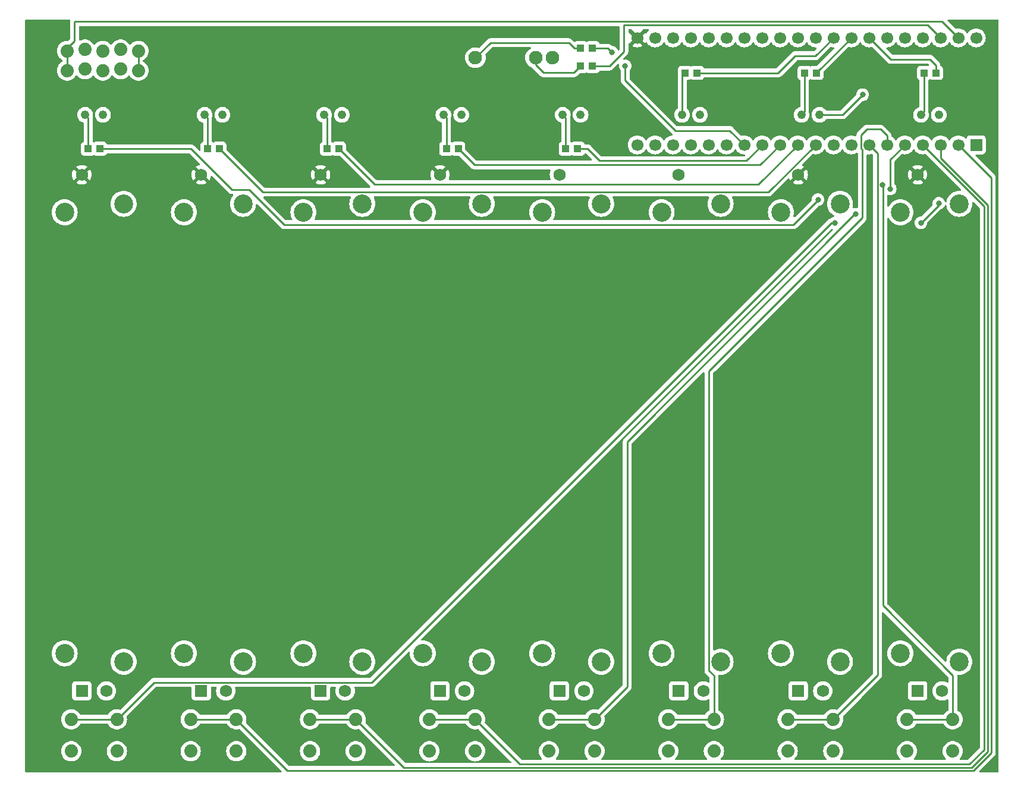
<source format=gtl>
%TF.GenerationSoftware,KiCad,Pcbnew,7.0.8*%
%TF.CreationDate,2024-02-25T18:23:33-05:00*%
%TF.ProjectId,lichen-freddie-board,6c696368-656e-42d6-9672-65646469652d,1.0*%
%TF.SameCoordinates,Original*%
%TF.FileFunction,Copper,L1,Top*%
%TF.FilePolarity,Positive*%
%FSLAX46Y46*%
G04 Gerber Fmt 4.6, Leading zero omitted, Abs format (unit mm)*
G04 Created by KiCad (PCBNEW 7.0.8) date 2024-02-25 18:23:33*
%MOMM*%
%LPD*%
G01*
G04 APERTURE LIST*
%TA.AperFunction,SMDPad,CuDef*%
%ADD10R,1.000000X1.000000*%
%TD*%
%TA.AperFunction,ComponentPad*%
%ADD11R,1.750000X1.750000*%
%TD*%
%TA.AperFunction,ComponentPad*%
%ADD12C,1.750000*%
%TD*%
%TA.AperFunction,ComponentPad*%
%ADD13C,2.700000*%
%TD*%
%TA.AperFunction,ComponentPad*%
%ADD14C,1.219200*%
%TD*%
%TA.AperFunction,ComponentPad*%
%ADD15C,1.879600*%
%TD*%
%TA.AperFunction,ComponentPad*%
%ADD16C,1.930400*%
%TD*%
%TA.AperFunction,ComponentPad*%
%ADD17R,1.700000X1.700000*%
%TD*%
%TA.AperFunction,ComponentPad*%
%ADD18C,1.700000*%
%TD*%
%TA.AperFunction,ViaPad*%
%ADD19C,0.800000*%
%TD*%
%TA.AperFunction,Conductor*%
%ADD20C,0.250000*%
%TD*%
G04 APERTURE END LIST*
D10*
%TO.P,R2,1*%
%TO.N,Net-(J1-SW)*%
X180720000Y-117300000D03*
%TO.P,R2,2*%
%TO.N,Net-(A1-3V3_D)*%
X182420000Y-117300000D03*
%TD*%
D11*
%TO.P,RV5,1,1*%
%TO.N,GND*%
X177700000Y-206258000D03*
D12*
%TO.P,RV5,2,2*%
%TO.N,Net-(A1-ADC_4)*%
X181200000Y-206258000D03*
%TO.P,RV5,3,3*%
%TO.N,+3.3VA*%
X177700000Y-132758000D03*
D13*
%TO.P,RV5,MP*%
%TO.N,N/C*%
X183650000Y-202108000D03*
X175250000Y-200908000D03*
X175250000Y-138108000D03*
X183650000Y-136908000D03*
%TD*%
D11*
%TO.P,RV6,1,1*%
%TO.N,GND*%
X194700000Y-206258000D03*
D12*
%TO.P,RV6,2,2*%
%TO.N,Net-(A1-ADC_5)*%
X198200000Y-206258000D03*
%TO.P,RV6,3,3*%
%TO.N,+3.3VA*%
X194700000Y-132758000D03*
D13*
%TO.P,RV6,MP*%
%TO.N,N/C*%
X200650000Y-202108000D03*
X192250000Y-200908000D03*
X192250000Y-138108000D03*
X200650000Y-136908000D03*
%TD*%
D14*
%TO.P,LED2,A,A*%
%TO.N,Net-(LED2-PadA)*%
X127180000Y-124234000D03*
%TO.P,LED2,K,C*%
%TO.N,GND*%
X129720000Y-124234000D03*
%TD*%
D15*
%TO.P,S4,1,1*%
%TO.N,BUTTON_GPIO_4*%
X159198800Y-210316400D03*
%TO.P,S4,2,2*%
X165701200Y-210316400D03*
%TO.P,S4,3,3*%
%TO.N,GND*%
X159198800Y-214837600D03*
%TO.P,S4,4,4*%
X165701200Y-214837600D03*
%TD*%
%TO.P,S7,1,1*%
%TO.N,BUTTON_GPIO_7*%
X210198800Y-210316400D03*
%TO.P,S7,2,2*%
X216701200Y-210316400D03*
%TO.P,S7,3,3*%
%TO.N,GND*%
X210198800Y-214837600D03*
%TO.P,S7,4,4*%
X216701200Y-214837600D03*
%TD*%
D11*
%TO.P,RV2,1,1*%
%TO.N,GND*%
X126700000Y-206258000D03*
D12*
%TO.P,RV2,2,2*%
%TO.N,Net-(A1-ADC_1)*%
X130200000Y-206258000D03*
%TO.P,RV2,3,3*%
%TO.N,+3.3VA*%
X126700000Y-132758000D03*
D13*
%TO.P,RV2,MP*%
%TO.N,N/C*%
X132650000Y-202108000D03*
X124250000Y-200908000D03*
X124250000Y-138108000D03*
X132650000Y-136908000D03*
%TD*%
D11*
%TO.P,RV3,1,1*%
%TO.N,GND*%
X143700000Y-206258000D03*
D12*
%TO.P,RV3,2,2*%
%TO.N,Net-(A1-ADC_2)*%
X147200000Y-206258000D03*
%TO.P,RV3,3,3*%
%TO.N,+3.3VA*%
X143700000Y-132758000D03*
D13*
%TO.P,RV3,MP*%
%TO.N,N/C*%
X149650000Y-202108000D03*
X141250000Y-200908000D03*
X141250000Y-138108000D03*
X149650000Y-136908000D03*
%TD*%
D15*
%TO.P,S1,1,1*%
%TO.N,BUTTON_GPIO_1*%
X108198800Y-210316400D03*
%TO.P,S1,2,2*%
X114701200Y-210316400D03*
%TO.P,S1,3,3*%
%TO.N,GND*%
X108198800Y-214837600D03*
%TO.P,S1,4,4*%
X114701200Y-214837600D03*
%TD*%
%TO.P,S5,1,1*%
%TO.N,BUTTON_GPIO_5*%
X176198800Y-210316400D03*
%TO.P,S5,2,2*%
X182701200Y-210316400D03*
%TO.P,S5,3,3*%
%TO.N,GND*%
X176198800Y-214837600D03*
%TO.P,S5,4,4*%
X182701200Y-214837600D03*
%TD*%
D10*
%TO.P,R8,1*%
%TO.N,Net-(LED7-PadA)*%
X212600000Y-118267000D03*
%TO.P,R8,2*%
%TO.N,LED_GPIO_7*%
X214300000Y-118267000D03*
%TD*%
D11*
%TO.P,RV8,1,1*%
%TO.N,GND*%
X228700000Y-206258000D03*
D12*
%TO.P,RV8,2,2*%
%TO.N,Net-(A1-DAC_OUT2)*%
X232200000Y-206258000D03*
%TO.P,RV8,3,3*%
%TO.N,+3.3VA*%
X228700000Y-132758000D03*
D13*
%TO.P,RV8,MP*%
%TO.N,N/C*%
X234650000Y-202108000D03*
X226250000Y-200908000D03*
X226250000Y-138108000D03*
X234650000Y-136908000D03*
%TD*%
D10*
%TO.P,R10,1*%
%TO.N,Net-(LED5-PadA)*%
X178600000Y-129069000D03*
%TO.P,R10,2*%
%TO.N,LED_GPIO_5*%
X180300000Y-129069000D03*
%TD*%
D14*
%TO.P,LED8,A,A*%
%TO.N,Net-(LED8-PadA)*%
X229180000Y-124234000D03*
%TO.P,LED8,K,C*%
%TO.N,GND*%
X231720000Y-124234000D03*
%TD*%
%TO.P,LED6,A,A*%
%TO.N,Net-(LED6-PadA)*%
X195180000Y-124234000D03*
%TO.P,LED6,K,C*%
%TO.N,GND*%
X197720000Y-124234000D03*
%TD*%
D15*
%TO.P,S6,1,1*%
%TO.N,BUTTON_GPIO_6*%
X193198800Y-210316400D03*
%TO.P,S6,2,2*%
X199701200Y-210316400D03*
%TO.P,S6,3,3*%
%TO.N,GND*%
X193198800Y-214837600D03*
%TO.P,S6,4,4*%
X199701200Y-214837600D03*
%TD*%
%TO.P,S3,1,1*%
%TO.N,BUTTON_GPIO_3*%
X142198800Y-210316400D03*
%TO.P,S3,2,2*%
X148701200Y-210316400D03*
%TO.P,S3,3,3*%
%TO.N,GND*%
X142198800Y-214837600D03*
%TO.P,S3,4,4*%
X148701200Y-214837600D03*
%TD*%
D11*
%TO.P,RV1,1,1*%
%TO.N,GND*%
X109700000Y-206258000D03*
D12*
%TO.P,RV1,2,2*%
%TO.N,Net-(A1-ADC_0)*%
X113200000Y-206258000D03*
%TO.P,RV1,3,3*%
%TO.N,+3.3VA*%
X109700000Y-132758000D03*
D13*
%TO.P,RV1,MP*%
%TO.N,N/C*%
X115650000Y-202108000D03*
X107250000Y-200908000D03*
X107250000Y-138108000D03*
X115650000Y-136908000D03*
%TD*%
D14*
%TO.P,LED1,A,A*%
%TO.N,Net-(LED1-PadA)*%
X110180000Y-124234000D03*
%TO.P,LED1,K,C*%
%TO.N,GND*%
X112720000Y-124234000D03*
%TD*%
%TO.P,LED4,A,A*%
%TO.N,Net-(LED4-PadA)*%
X161180000Y-124234000D03*
%TO.P,LED4,K,C*%
%TO.N,GND*%
X163720000Y-124234000D03*
%TD*%
D10*
%TO.P,R9,1*%
%TO.N,Net-(LED6-PadA)*%
X195600000Y-118267000D03*
%TO.P,R9,2*%
%TO.N,LED_GPIO_6*%
X197300000Y-118267000D03*
%TD*%
%TO.P,R7,1*%
%TO.N,Net-(LED8-PadA)*%
X229600000Y-118267000D03*
%TO.P,R7,2*%
%TO.N,LED_GPIO_8*%
X231300000Y-118267000D03*
%TD*%
D14*
%TO.P,LED7,A,A*%
%TO.N,Net-(LED7-PadA)*%
X212180000Y-124234000D03*
%TO.P,LED7,K,C*%
%TO.N,GND*%
X214720000Y-124234000D03*
%TD*%
D16*
%TO.P,J1,1,SIG*%
%TO.N,Net-(J1-SIG)*%
X165743000Y-116108000D03*
%TO.P,J1,2,SHEILD*%
%TO.N,GND*%
X176715800Y-116108000D03*
%TO.P,J1,3,SW*%
%TO.N,Net-(J1-SW)*%
X174302800Y-116108000D03*
%TD*%
D11*
%TO.P,RV4,1,1*%
%TO.N,GND*%
X160700000Y-206258000D03*
D12*
%TO.P,RV4,2,2*%
%TO.N,Net-(A1-ADC_3)*%
X164200000Y-206258000D03*
%TO.P,RV4,3,3*%
%TO.N,+3.3VA*%
X160700000Y-132758000D03*
D13*
%TO.P,RV4,MP*%
%TO.N,N/C*%
X166650000Y-202108000D03*
X158250000Y-200908000D03*
X158250000Y-138108000D03*
X166650000Y-136908000D03*
%TD*%
D10*
%TO.P,R6,1*%
%TO.N,LED_GPIO_4*%
X163300000Y-129069000D03*
%TO.P,R6,2*%
%TO.N,Net-(LED4-PadA)*%
X161600000Y-129069000D03*
%TD*%
%TO.P,R3,1*%
%TO.N,LED_GPIO_1*%
X112300000Y-129069000D03*
%TO.P,R3,2*%
%TO.N,Net-(LED1-PadA)*%
X110600000Y-129069000D03*
%TD*%
D14*
%TO.P,LED3,A,A*%
%TO.N,Net-(LED3-PadA)*%
X144180000Y-124234000D03*
%TO.P,LED3,K,C*%
%TO.N,GND*%
X146720000Y-124234000D03*
%TD*%
D10*
%TO.P,R1,1*%
%TO.N,Net-(J1-SIG)*%
X180720000Y-114750000D03*
%TO.P,R1,2*%
%TO.N,USART_TX*%
X182420000Y-114750000D03*
%TD*%
D11*
%TO.P,RV7,1,1*%
%TO.N,GND*%
X211700000Y-206258000D03*
D12*
%TO.P,RV7,2,2*%
%TO.N,Net-(A1-ADC_6)*%
X215200000Y-206258000D03*
%TO.P,RV7,3,3*%
%TO.N,+3.3VA*%
X211700000Y-132758000D03*
D13*
%TO.P,RV7,MP*%
%TO.N,N/C*%
X217650000Y-202108000D03*
X209250000Y-200908000D03*
X209250000Y-138108000D03*
X217650000Y-136908000D03*
%TD*%
D15*
%TO.P,S8,1,1*%
%TO.N,BUTTON_GPIO_8*%
X227198800Y-210316400D03*
%TO.P,S8,2,2*%
X233701200Y-210316400D03*
%TO.P,S8,3,3*%
%TO.N,GND*%
X227198800Y-214837600D03*
%TO.P,S8,4,4*%
X233701200Y-214837600D03*
%TD*%
D10*
%TO.P,R4,1*%
%TO.N,LED_GPIO_2*%
X129300000Y-129069000D03*
%TO.P,R4,2*%
%TO.N,Net-(LED2-PadA)*%
X127600000Y-129069000D03*
%TD*%
D14*
%TO.P,LED5,A,A*%
%TO.N,Net-(LED5-PadA)*%
X178180000Y-124234000D03*
%TO.P,LED5,K,C*%
%TO.N,GND*%
X180720000Y-124234000D03*
%TD*%
D10*
%TO.P,R5,1*%
%TO.N,LED_GPIO_3*%
X146300000Y-129069000D03*
%TO.P,R5,2*%
%TO.N,Net-(LED3-PadA)*%
X144600000Y-129069000D03*
%TD*%
D15*
%TO.P,S2,1,1*%
%TO.N,BUTTON_GPIO_2*%
X125198800Y-210316400D03*
%TO.P,S2,2,2*%
X131701200Y-210316400D03*
%TO.P,S2,3,3*%
%TO.N,GND*%
X125198800Y-214837600D03*
%TO.P,S2,4,4*%
X131701200Y-214837600D03*
%TD*%
D17*
%TO.P,A1,1,USB_ID*%
%TO.N,BUTTON_GPIO_1*%
X237040000Y-128510000D03*
D18*
%TO.P,A1,2,SD_DATA_3*%
%TO.N,BUTTON_GPIO_2*%
X234500000Y-128510000D03*
%TO.P,A1,3,SD_DATA_2*%
%TO.N,BUTTON_GPIO_3*%
X231960000Y-128510000D03*
%TO.P,A1,4,SD_DATA_1*%
%TO.N,BUTTON_GPIO_4*%
X229420000Y-128510000D03*
%TO.P,A1,5,SD_DATA_0*%
%TO.N,BUTTON_GPIO_5*%
X226880000Y-128510000D03*
%TO.P,A1,6,SD_CMD*%
%TO.N,BUTTON_GPIO_6*%
X224340000Y-128510000D03*
%TO.P,A1,7,SD_CLK*%
%TO.N,BUTTON_GPIO_7*%
X221800000Y-128510000D03*
%TO.P,A1,8,SPI1_CS*%
%TO.N,BUTTON_GPIO_8*%
X219260000Y-128510000D03*
%TO.P,A1,9,SPI1_SCK*%
%TO.N,LED_GPIO_1*%
X216720000Y-128510000D03*
%TO.P,A1,10,SPI1_POCI*%
%TO.N,LED_GPIO_2*%
X214180000Y-128510000D03*
%TO.P,A1,11,SPI1_PICO*%
%TO.N,LED_GPIO_3*%
X211640000Y-128510000D03*
%TO.P,A1,12,I2C1_SCL*%
%TO.N,LED_GPIO_4*%
X209100000Y-128510000D03*
%TO.P,A1,13,I2C1_SDA*%
%TO.N,LED_GPIO_5*%
X206560000Y-128510000D03*
%TO.P,A1,14,USART1_TX*%
%TO.N,USART_TX*%
X204020000Y-128510000D03*
%TO.P,A1,15,USART1_RX*%
%TO.N,unconnected-(A1-USART1_RX-Pad15)*%
X201480000Y-128510000D03*
%TO.P,A1,16,AUDIO_IN_1*%
%TO.N,unconnected-(A1-AUDIO_IN_1-Pad16)*%
X198940000Y-128510000D03*
%TO.P,A1,17,AUDIO_IN_2*%
%TO.N,unconnected-(A1-AUDIO_IN_2-Pad17)*%
X196400000Y-128510000D03*
%TO.P,A1,18,AUDIO_OUT_1*%
%TO.N,unconnected-(A1-AUDIO_OUT_1-Pad18)*%
X193860000Y-128510000D03*
%TO.P,A1,19,AUDIO_OUT_2*%
%TO.N,unconnected-(A1-AUDIO_OUT_2-Pad19)*%
X191320000Y-128510000D03*
%TO.P,A1,20,AGND*%
%TO.N,GND*%
X188780000Y-128510000D03*
%TO.P,A1,21,3V3_A*%
%TO.N,+3.3VA*%
X188780000Y-113270000D03*
%TO.P,A1,22,ADC_0*%
%TO.N,Net-(A1-ADC_0)*%
X191320000Y-113270000D03*
%TO.P,A1,23,ADC_1*%
%TO.N,Net-(A1-ADC_1)*%
X193860000Y-113270000D03*
%TO.P,A1,24,ADC_2*%
%TO.N,Net-(A1-ADC_2)*%
X196400000Y-113270000D03*
%TO.P,A1,25,ADC_3*%
%TO.N,Net-(A1-ADC_3)*%
X198940000Y-113270000D03*
%TO.P,A1,26,ADC_4*%
%TO.N,Net-(A1-ADC_4)*%
X201480000Y-113270000D03*
%TO.P,A1,27,ADC_5*%
%TO.N,Net-(A1-ADC_5)*%
X204020000Y-113270000D03*
%TO.P,A1,28,ADC_6*%
%TO.N,Net-(A1-ADC_6)*%
X206560000Y-113270000D03*
%TO.P,A1,29,DAC_OUT2*%
%TO.N,Net-(A1-DAC_OUT2)*%
X209100000Y-113270000D03*
%TO.P,A1,30,DAC_OUT1*%
%TO.N,unconnected-(A1-DAC_OUT1-Pad30)*%
X211640000Y-113270000D03*
%TO.P,A1,31,SAI2_MCLK*%
%TO.N,unconnected-(A1-SAI2_MCLK-Pad31)*%
X214180000Y-113270000D03*
%TO.P,A1,32,SAI2_SD_B*%
%TO.N,LED_GPIO_6*%
X216720000Y-113270000D03*
%TO.P,A1,33,SAI2_SD_A*%
%TO.N,LED_GPIO_7*%
X219260000Y-113270000D03*
%TO.P,A1,34,SAI2_FS*%
%TO.N,LED_GPIO_8*%
X221800000Y-113270000D03*
%TO.P,A1,35,SAI2_SCK*%
%TO.N,unconnected-(A1-SAI2_SCK-Pad35)*%
X224340000Y-113270000D03*
%TO.P,A1,36,USB_D_-*%
%TO.N,unconnected-(A1-USB_D_--Pad36)*%
X226880000Y-113270000D03*
%TO.P,A1,37,USB_D_+*%
%TO.N,unconnected-(A1-USB_D_+-Pad37)*%
X229420000Y-113270000D03*
%TO.P,A1,38,3V3_D*%
%TO.N,Net-(A1-3V3_D)*%
X231960000Y-113270000D03*
%TO.P,A1,39,VIN*%
%TO.N,+12V*%
X234500000Y-113270000D03*
%TO.P,A1,40,DGND*%
%TO.N,GND*%
X237040000Y-113270000D03*
%TD*%
D15*
%TO.P,J2,1,-12V*%
%TO.N,unconnected-(J2--12V-Pad1)*%
X117770000Y-117930000D03*
%TO.P,J2,2,-12V*%
X117770000Y-115136000D03*
%TO.P,J2,3,GND*%
%TO.N,GND*%
X115230000Y-117726800D03*
%TO.P,J2,4,GND*%
X115230000Y-114932800D03*
%TO.P,J2,5,GND*%
X112690000Y-117930000D03*
%TO.P,J2,6,GND*%
X112690000Y-115136000D03*
%TO.P,J2,7,GND*%
X110150000Y-117726800D03*
%TO.P,J2,8,GND*%
X110150000Y-114932800D03*
%TO.P,J2,9,+12V*%
%TO.N,+12V*%
X107610000Y-117930000D03*
%TO.P,J2,10,+12V*%
X107610000Y-115136000D03*
%TD*%
D19*
%TO.N,BUTTON_GPIO_1*%
X229160000Y-139620000D03*
X231720000Y-136830000D03*
X216930000Y-139630000D03*
%TO.N,BUTTON_GPIO_5*%
X219900500Y-138400000D03*
X224800000Y-134780000D03*
%TO.N,BUTTON_GPIO_8*%
X223730000Y-134200000D03*
%TO.N,LED_GPIO_1*%
X214530000Y-136310000D03*
%TO.N,USART_TX*%
X187080000Y-117280000D03*
X185160000Y-115310000D03*
%TO.N,GND*%
X220870000Y-121370000D03*
%TO.N,+3.3VA*%
X184910000Y-113250000D03*
X194720000Y-136640000D03*
X177740000Y-136510000D03*
%TD*%
D20*
%TO.N,BUTTON_GPIO_1*%
X216380000Y-139630000D02*
X216930000Y-139630000D01*
X150952000Y-205058000D02*
X216380000Y-139630000D01*
X114701200Y-210316400D02*
X108198800Y-210316400D01*
X231720000Y-137060000D02*
X231720000Y-136830000D01*
X119959600Y-205058000D02*
X150952000Y-205058000D01*
X114701200Y-210316400D02*
X119959600Y-205058000D01*
X229160000Y-139620000D02*
X231720000Y-137060000D01*
%TO.N,BUTTON_GPIO_2*%
X239180000Y-133190000D02*
X234500000Y-128510000D01*
X138984800Y-217600000D02*
X236690000Y-217600000D01*
X236690000Y-217600000D02*
X239180000Y-215110000D01*
X131701200Y-210316400D02*
X138984800Y-217600000D01*
X239180000Y-215110000D02*
X239180000Y-133190000D01*
X131701200Y-210316400D02*
X125198800Y-210316400D01*
%TO.N,BUTTON_GPIO_3*%
X148701200Y-210316400D02*
X142198800Y-210316400D01*
X236430000Y-217150000D02*
X238660000Y-214920000D01*
X155534800Y-217150000D02*
X236430000Y-217150000D01*
X231960000Y-130390000D02*
X231960000Y-128510000D01*
X148701200Y-210316400D02*
X155534800Y-217150000D01*
X238660000Y-137090000D02*
X231960000Y-130390000D01*
X238660000Y-214920000D02*
X238660000Y-137090000D01*
%TO.N,BUTTON_GPIO_4*%
X236100000Y-216700000D02*
X238190000Y-214610000D01*
X165701200Y-210316400D02*
X159198800Y-210316400D01*
X238190000Y-214610000D02*
X238190000Y-137280000D01*
X172084800Y-216700000D02*
X236100000Y-216700000D01*
X238190000Y-137280000D02*
X229420000Y-128510000D01*
X165701200Y-210316400D02*
X172084800Y-216700000D01*
%TO.N,BUTTON_GPIO_5*%
X182701200Y-210316400D02*
X176198800Y-210316400D01*
X187360000Y-205657600D02*
X187360000Y-170780000D01*
X219590000Y-138550000D02*
X219750500Y-138550000D01*
X219750500Y-138550000D02*
X219900500Y-138400000D01*
X224800000Y-130590000D02*
X226880000Y-128510000D01*
X187360000Y-170780000D02*
X219590000Y-138550000D01*
X224800000Y-134780000D02*
X224800000Y-130590000D01*
X182701200Y-210316400D02*
X187360000Y-205657600D01*
%TO.N,BUTTON_GPIO_6*%
X220625000Y-128995054D02*
X220625000Y-127135000D01*
X198975000Y-203375000D02*
X198975000Y-160695000D01*
X199701200Y-210316400D02*
X199701200Y-204101200D01*
X220625000Y-127135000D02*
X221460000Y-126300000D01*
X220820000Y-129190054D02*
X220625000Y-128995054D01*
X199701200Y-210316400D02*
X193198800Y-210316400D01*
X199701200Y-204101200D02*
X198975000Y-203375000D01*
X221460000Y-126300000D02*
X223450000Y-126300000D01*
X198975000Y-160695000D02*
X220820000Y-138850000D01*
X224340000Y-127190000D02*
X224340000Y-128510000D01*
X220820000Y-138850000D02*
X220820000Y-129190054D01*
X223450000Y-126300000D02*
X224340000Y-127190000D01*
%TO.N,BUTTON_GPIO_7*%
X216701200Y-210316400D02*
X223005000Y-204012600D01*
X223005000Y-129715000D02*
X221800000Y-128510000D01*
X223005000Y-204012600D02*
X223005000Y-129715000D01*
X216701200Y-210316400D02*
X210198800Y-210316400D01*
%TO.N,BUTTON_GPIO_8*%
X233701200Y-210316400D02*
X227198800Y-210316400D01*
X233701200Y-204051200D02*
X223750000Y-194100000D01*
X223730000Y-134230000D02*
X223730000Y-134200000D01*
X233701200Y-210316400D02*
X233701200Y-204051200D01*
X223730000Y-134200000D02*
X223700000Y-134200000D01*
X223750000Y-134250000D02*
X223730000Y-134230000D01*
X223750000Y-194100000D02*
X223750000Y-134250000D01*
%TO.N,LED_GPIO_1*%
X211015219Y-139874781D02*
X214530000Y-136360000D01*
X214530000Y-136310000D02*
X214580000Y-136310000D01*
X125239000Y-129069000D02*
X131050000Y-134880000D01*
X133500000Y-134880000D02*
X138494781Y-139874781D01*
X214530000Y-136360000D02*
X214530000Y-136310000D01*
X131050000Y-134880000D02*
X133500000Y-134880000D01*
X138494781Y-139874781D02*
X211015219Y-139874781D01*
X112300000Y-129069000D02*
X125239000Y-129069000D01*
%TO.N,LED_GPIO_2*%
X135464000Y-135233000D02*
X207457000Y-135233000D01*
X129300000Y-129069000D02*
X135464000Y-135233000D01*
X207457000Y-135233000D02*
X214180000Y-128510000D01*
%TO.N,LED_GPIO_3*%
X146300000Y-129069000D02*
X151371000Y-134140000D01*
X151371000Y-134140000D02*
X206010000Y-134140000D01*
X206010000Y-134140000D02*
X211640000Y-128510000D01*
%TO.N,LED_GPIO_4*%
X165601000Y-131370000D02*
X206240000Y-131370000D01*
X206240000Y-131370000D02*
X209100000Y-128510000D01*
X163300000Y-129069000D02*
X165601000Y-131370000D01*
%TO.N,LED_GPIO_5*%
X183430000Y-130780000D02*
X204290000Y-130780000D01*
X204290000Y-130780000D02*
X206560000Y-128510000D01*
X181719000Y-129069000D02*
X183430000Y-130780000D01*
X180300000Y-129069000D02*
X181719000Y-129069000D01*
%TO.N,USART_TX*%
X187080000Y-117280000D02*
X187080000Y-119330000D01*
X194220000Y-126470000D02*
X201980000Y-126470000D01*
X201980000Y-126470000D02*
X204020000Y-128510000D01*
X182420000Y-114750000D02*
X184600000Y-114750000D01*
X184600000Y-114750000D02*
X185160000Y-115310000D01*
X187080000Y-119330000D02*
X194220000Y-126470000D01*
%TO.N,GND*%
X218006000Y-124234000D02*
X220870000Y-121370000D01*
X214720000Y-124234000D02*
X218006000Y-124234000D01*
%TO.N,+3.3VA*%
X194700000Y-203900000D02*
X194690000Y-203890000D01*
%TO.N,LED_GPIO_6*%
X197300000Y-118267000D02*
X208803000Y-118267000D01*
X211250000Y-115820000D02*
X214170000Y-115820000D01*
X214170000Y-115820000D02*
X216720000Y-113270000D01*
X208803000Y-118267000D02*
X211250000Y-115820000D01*
%TO.N,LED_GPIO_7*%
X214300000Y-118267000D02*
X214300000Y-118230000D01*
X214300000Y-118230000D02*
X219260000Y-113270000D01*
%TO.N,LED_GPIO_8*%
X231300000Y-117180000D02*
X230440000Y-116320000D01*
X224850000Y-116320000D02*
X221800000Y-113270000D01*
X231300000Y-118267000D02*
X231300000Y-117180000D01*
X230440000Y-116320000D02*
X224850000Y-116320000D01*
%TO.N,Net-(A1-3V3_D)*%
X186920000Y-111410000D02*
X230100000Y-111410000D01*
X182420000Y-117300000D02*
X184800000Y-117300000D01*
X186890000Y-111440000D02*
X186920000Y-111410000D01*
X230100000Y-111410000D02*
X231960000Y-113270000D01*
X184800000Y-117300000D02*
X186890000Y-115210000D01*
X186890000Y-115210000D02*
X186890000Y-111440000D01*
%TO.N,+12V*%
X107610000Y-114766000D02*
X108660000Y-113716000D01*
X108660000Y-113716000D02*
X108660000Y-111010000D01*
X108660000Y-111010000D02*
X108710000Y-110960000D01*
X107610000Y-114766000D02*
X107610000Y-117560000D01*
X232190000Y-110960000D02*
X234500000Y-113270000D01*
X108710000Y-110960000D02*
X232190000Y-110960000D01*
%TO.N,Net-(J1-SIG)*%
X179040000Y-113970000D02*
X167881000Y-113970000D01*
X167881000Y-113970000D02*
X165743000Y-116108000D01*
X180720000Y-114750000D02*
X179820000Y-114750000D01*
X179820000Y-114750000D02*
X179040000Y-113970000D01*
%TO.N,Net-(J1-SW)*%
X179790000Y-118230000D02*
X175400000Y-118230000D01*
X174302800Y-117132800D02*
X174302800Y-116108000D01*
X175400000Y-118230000D02*
X174302800Y-117132800D01*
X180720000Y-117300000D02*
X179790000Y-118230000D01*
%TO.N,unconnected-(J2--12V-Pad1)*%
X117770000Y-114766000D02*
X117770000Y-117560000D01*
%TO.N,Net-(LED1-PadA)*%
X110600000Y-129069000D02*
X110600000Y-124654000D01*
X110600000Y-124654000D02*
X110180000Y-124234000D01*
%TO.N,Net-(LED2-PadA)*%
X127600000Y-124654000D02*
X127180000Y-124234000D01*
X127600000Y-129069000D02*
X127600000Y-124654000D01*
%TO.N,Net-(LED3-PadA)*%
X144600000Y-124654000D02*
X144180000Y-124234000D01*
X144600000Y-129069000D02*
X144600000Y-124654000D01*
%TO.N,Net-(LED4-PadA)*%
X161600000Y-129069000D02*
X161600000Y-124654000D01*
X161600000Y-124654000D02*
X161180000Y-124234000D01*
%TO.N,Net-(LED5-PadA)*%
X178600000Y-124654000D02*
X178180000Y-124234000D01*
X178600000Y-129069000D02*
X178600000Y-124654000D01*
%TO.N,Net-(LED6-PadA)*%
X195180000Y-118687000D02*
X195600000Y-118267000D01*
X195180000Y-124234000D02*
X195180000Y-118687000D01*
%TO.N,Net-(LED7-PadA)*%
X212600000Y-118267000D02*
X212600000Y-123814000D01*
X212600000Y-123814000D02*
X212180000Y-124234000D01*
%TO.N,Net-(LED8-PadA)*%
X229600000Y-118267000D02*
X229600000Y-123814000D01*
X229600000Y-123814000D02*
X229180000Y-124234000D01*
%TD*%
%TA.AperFunction,Conductor*%
%TO.N,+3.3VA*%
G36*
X108012281Y-110670185D02*
G01*
X108058036Y-110722989D01*
X108067980Y-110792147D01*
X108059045Y-110823742D01*
X108054563Y-110834099D01*
X108054561Y-110834105D01*
X108047271Y-110880127D01*
X108046087Y-110885846D01*
X108034501Y-110930972D01*
X108034500Y-110930982D01*
X108034500Y-110951016D01*
X108032973Y-110970415D01*
X108029840Y-110990194D01*
X108029840Y-110990195D01*
X108034225Y-111036583D01*
X108034500Y-111042421D01*
X108034500Y-113405546D01*
X108014815Y-113472585D01*
X107998181Y-113493228D01*
X107831271Y-113660137D01*
X107769948Y-113693621D01*
X107733353Y-113696032D01*
X107729348Y-113695700D01*
X107729347Y-113695700D01*
X107490653Y-113695700D01*
X107460978Y-113700652D01*
X107255213Y-113734988D01*
X107029458Y-113812489D01*
X107029453Y-113812491D01*
X106819529Y-113926098D01*
X106631169Y-114072704D01*
X106469506Y-114248317D01*
X106338951Y-114448147D01*
X106243070Y-114666732D01*
X106184475Y-114898118D01*
X106184473Y-114898130D01*
X106164764Y-115135994D01*
X106164764Y-115136005D01*
X106184473Y-115373869D01*
X106184475Y-115373881D01*
X106243070Y-115605267D01*
X106338951Y-115823852D01*
X106338953Y-115823856D01*
X106469506Y-116023682D01*
X106631168Y-116199295D01*
X106819531Y-116345903D01*
X106919518Y-116400013D01*
X106969108Y-116449233D01*
X106984500Y-116509068D01*
X106984500Y-116556931D01*
X106964815Y-116623970D01*
X106919518Y-116665985D01*
X106819537Y-116720092D01*
X106819530Y-116720097D01*
X106631169Y-116866704D01*
X106469506Y-117042317D01*
X106338951Y-117242147D01*
X106243070Y-117460732D01*
X106184475Y-117692118D01*
X106184473Y-117692130D01*
X106164764Y-117929994D01*
X106164764Y-117930005D01*
X106184473Y-118167869D01*
X106184475Y-118167881D01*
X106243070Y-118399267D01*
X106338951Y-118617852D01*
X106338953Y-118617856D01*
X106469506Y-118817682D01*
X106631168Y-118993295D01*
X106819531Y-119139903D01*
X107029455Y-119253509D01*
X107255216Y-119331012D01*
X107490653Y-119370300D01*
X107490654Y-119370300D01*
X107729346Y-119370300D01*
X107729347Y-119370300D01*
X107964784Y-119331012D01*
X108190545Y-119253509D01*
X108400469Y-119139903D01*
X108588832Y-118993295D01*
X108750494Y-118817682D01*
X108848523Y-118667636D01*
X108901669Y-118622280D01*
X108970901Y-118612856D01*
X109034236Y-118642358D01*
X109043553Y-118651467D01*
X109123548Y-118738365D01*
X109170953Y-118789862D01*
X109171168Y-118790095D01*
X109359531Y-118936703D01*
X109569455Y-119050309D01*
X109569458Y-119050310D01*
X109785696Y-119124544D01*
X109795216Y-119127812D01*
X110030653Y-119167100D01*
X110030654Y-119167100D01*
X110269346Y-119167100D01*
X110269347Y-119167100D01*
X110504784Y-119127812D01*
X110730545Y-119050309D01*
X110940469Y-118936703D01*
X111128832Y-118790095D01*
X111256439Y-118651474D01*
X111316325Y-118615486D01*
X111386163Y-118617586D01*
X111443779Y-118657109D01*
X111451473Y-118667631D01*
X111549506Y-118817682D01*
X111711168Y-118993295D01*
X111899531Y-119139903D01*
X112109455Y-119253509D01*
X112335216Y-119331012D01*
X112570653Y-119370300D01*
X112570654Y-119370300D01*
X112809346Y-119370300D01*
X112809347Y-119370300D01*
X113044784Y-119331012D01*
X113270545Y-119253509D01*
X113480469Y-119139903D01*
X113668832Y-118993295D01*
X113830494Y-118817682D01*
X113928523Y-118667636D01*
X113981669Y-118622280D01*
X114050901Y-118612856D01*
X114114236Y-118642358D01*
X114123553Y-118651467D01*
X114203548Y-118738365D01*
X114250953Y-118789862D01*
X114251168Y-118790095D01*
X114439531Y-118936703D01*
X114649455Y-119050309D01*
X114649458Y-119050310D01*
X114865696Y-119124544D01*
X114875216Y-119127812D01*
X115110653Y-119167100D01*
X115110654Y-119167100D01*
X115349346Y-119167100D01*
X115349347Y-119167100D01*
X115584784Y-119127812D01*
X115810545Y-119050309D01*
X116020469Y-118936703D01*
X116208832Y-118790095D01*
X116336439Y-118651474D01*
X116396325Y-118615486D01*
X116466163Y-118617586D01*
X116523779Y-118657109D01*
X116531473Y-118667631D01*
X116629506Y-118817682D01*
X116791168Y-118993295D01*
X116979531Y-119139903D01*
X117189455Y-119253509D01*
X117415216Y-119331012D01*
X117650653Y-119370300D01*
X117650654Y-119370300D01*
X117889346Y-119370300D01*
X117889347Y-119370300D01*
X118124784Y-119331012D01*
X118350545Y-119253509D01*
X118560469Y-119139903D01*
X118748832Y-118993295D01*
X118910494Y-118817682D01*
X119041047Y-118617856D01*
X119136929Y-118399267D01*
X119195525Y-118167878D01*
X119196381Y-118157546D01*
X119215236Y-117930005D01*
X119215236Y-117929994D01*
X119195526Y-117692130D01*
X119195524Y-117692118D01*
X119136929Y-117460732D01*
X119076490Y-117322947D01*
X119041047Y-117242144D01*
X118910494Y-117042318D01*
X118748832Y-116866705D01*
X118560469Y-116720097D01*
X118560462Y-116720092D01*
X118460482Y-116665985D01*
X118410891Y-116616766D01*
X118395500Y-116556931D01*
X118395500Y-116509068D01*
X118415185Y-116442029D01*
X118460480Y-116400013D01*
X118560469Y-116345903D01*
X118748832Y-116199295D01*
X118910494Y-116023682D01*
X119041047Y-115823856D01*
X119136929Y-115605267D01*
X119195525Y-115373878D01*
X119196641Y-115360407D01*
X119215236Y-115136005D01*
X119215236Y-115135994D01*
X119195526Y-114898130D01*
X119195524Y-114898118D01*
X119136929Y-114666732D01*
X119075131Y-114525848D01*
X119041047Y-114448144D01*
X118910494Y-114248318D01*
X118748832Y-114072705D01*
X118560469Y-113926097D01*
X118409184Y-113844225D01*
X118350546Y-113812491D01*
X118350541Y-113812489D01*
X118124786Y-113734988D01*
X117967826Y-113708796D01*
X117889347Y-113695700D01*
X117650653Y-113695700D01*
X117620978Y-113700652D01*
X117415213Y-113734988D01*
X117189458Y-113812489D01*
X117189453Y-113812491D01*
X116979529Y-113926098D01*
X116791167Y-114072705D01*
X116791164Y-114072708D01*
X116663560Y-114211323D01*
X116603673Y-114247314D01*
X116533835Y-114245213D01*
X116476219Y-114205689D01*
X116468522Y-114195161D01*
X116448034Y-114163802D01*
X116370494Y-114045118D01*
X116208832Y-113869505D01*
X116020469Y-113722897D01*
X115924152Y-113670772D01*
X115810546Y-113609291D01*
X115810541Y-113609289D01*
X115584786Y-113531788D01*
X115393572Y-113499880D01*
X115349347Y-113492500D01*
X115110653Y-113492500D01*
X115066428Y-113499880D01*
X114875213Y-113531788D01*
X114649458Y-113609289D01*
X114649453Y-113609291D01*
X114439529Y-113722898D01*
X114251169Y-113869504D01*
X114089502Y-114045121D01*
X113991475Y-114195163D01*
X113938329Y-114240520D01*
X113869097Y-114249943D01*
X113805762Y-114220441D01*
X113796446Y-114211332D01*
X113668832Y-114072705D01*
X113480469Y-113926097D01*
X113329184Y-113844225D01*
X113270546Y-113812491D01*
X113270541Y-113812489D01*
X113044786Y-113734988D01*
X112887826Y-113708796D01*
X112809347Y-113695700D01*
X112570653Y-113695700D01*
X112540978Y-113700652D01*
X112335213Y-113734988D01*
X112109458Y-113812489D01*
X112109453Y-113812491D01*
X111899529Y-113926098D01*
X111711167Y-114072705D01*
X111711164Y-114072708D01*
X111583560Y-114211323D01*
X111523673Y-114247314D01*
X111453835Y-114245213D01*
X111396219Y-114205689D01*
X111388522Y-114195161D01*
X111368034Y-114163802D01*
X111290494Y-114045118D01*
X111128832Y-113869505D01*
X110940469Y-113722897D01*
X110844152Y-113670772D01*
X110730546Y-113609291D01*
X110730541Y-113609289D01*
X110504786Y-113531788D01*
X110313572Y-113499880D01*
X110269347Y-113492500D01*
X110030653Y-113492500D01*
X109986428Y-113499880D01*
X109795213Y-113531788D01*
X109569458Y-113609289D01*
X109569453Y-113609291D01*
X109487121Y-113653848D01*
X109475501Y-113660137D01*
X109468518Y-113663916D01*
X109400190Y-113678511D01*
X109334817Y-113653848D01*
X109293156Y-113597758D01*
X109285500Y-113554861D01*
X109285500Y-111709500D01*
X109305185Y-111642461D01*
X109357989Y-111596706D01*
X109409500Y-111585500D01*
X186140500Y-111585500D01*
X186207539Y-111605185D01*
X186253294Y-111657989D01*
X186264500Y-111709500D01*
X186264500Y-114899546D01*
X186244815Y-114966585D01*
X186228180Y-114987229D01*
X186200524Y-115014884D01*
X186139200Y-115048368D01*
X186069508Y-115043382D01*
X186013576Y-115001510D01*
X185994913Y-114965518D01*
X185987182Y-114941724D01*
X185987180Y-114941720D01*
X185987179Y-114941716D01*
X185892533Y-114777784D01*
X185765871Y-114637112D01*
X185758586Y-114631819D01*
X185612734Y-114525851D01*
X185612729Y-114525848D01*
X185439807Y-114448857D01*
X185439802Y-114448855D01*
X185294001Y-114417865D01*
X185254646Y-114409500D01*
X185254645Y-114409500D01*
X185195453Y-114409500D01*
X185128414Y-114389815D01*
X185107772Y-114373181D01*
X185100803Y-114366212D01*
X185090980Y-114353950D01*
X185090759Y-114354134D01*
X185085786Y-114348123D01*
X185035364Y-114300773D01*
X185024919Y-114290328D01*
X185014475Y-114279883D01*
X185008986Y-114275625D01*
X185004561Y-114271847D01*
X184970582Y-114239938D01*
X184970580Y-114239936D01*
X184970577Y-114239935D01*
X184953029Y-114230288D01*
X184936763Y-114219604D01*
X184920936Y-114207327D01*
X184920935Y-114207326D01*
X184920933Y-114207325D01*
X184878168Y-114188818D01*
X184872922Y-114186248D01*
X184832093Y-114163803D01*
X184832092Y-114163802D01*
X184812693Y-114158822D01*
X184794281Y-114152518D01*
X184775898Y-114144562D01*
X184775892Y-114144560D01*
X184729874Y-114137272D01*
X184724152Y-114136087D01*
X184679021Y-114124500D01*
X184679019Y-114124500D01*
X184658984Y-114124500D01*
X184639586Y-114122973D01*
X184632162Y-114121797D01*
X184619805Y-114119840D01*
X184619804Y-114119840D01*
X184573416Y-114124225D01*
X184567578Y-114124500D01*
X183493467Y-114124500D01*
X183426428Y-114104815D01*
X183380673Y-114052011D01*
X183377285Y-114043834D01*
X183363796Y-114007669D01*
X183363793Y-114007664D01*
X183277547Y-113892455D01*
X183277544Y-113892452D01*
X183162335Y-113806206D01*
X183162328Y-113806202D01*
X183027482Y-113755908D01*
X183027483Y-113755908D01*
X182967883Y-113749501D01*
X182967881Y-113749500D01*
X182967873Y-113749500D01*
X182967864Y-113749500D01*
X181872129Y-113749500D01*
X181872123Y-113749501D01*
X181812516Y-113755908D01*
X181677671Y-113806202D01*
X181677669Y-113806203D01*
X181644310Y-113831176D01*
X181578845Y-113855592D01*
X181510572Y-113840740D01*
X181495690Y-113831176D01*
X181462330Y-113806203D01*
X181462328Y-113806202D01*
X181327482Y-113755908D01*
X181327483Y-113755908D01*
X181267883Y-113749501D01*
X181267881Y-113749500D01*
X181267873Y-113749500D01*
X181267864Y-113749500D01*
X180172129Y-113749500D01*
X180172123Y-113749501D01*
X180112516Y-113755908D01*
X179977671Y-113806202D01*
X179977664Y-113806206D01*
X179939655Y-113834660D01*
X179874191Y-113859077D01*
X179805918Y-113844225D01*
X179777664Y-113823074D01*
X179690394Y-113735804D01*
X179540803Y-113586212D01*
X179530980Y-113573950D01*
X179530759Y-113574134D01*
X179525786Y-113568123D01*
X179475364Y-113520773D01*
X179459994Y-113505403D01*
X179454475Y-113499883D01*
X179448986Y-113495625D01*
X179444561Y-113491847D01*
X179410582Y-113459938D01*
X179410580Y-113459936D01*
X179410577Y-113459935D01*
X179393029Y-113450288D01*
X179376763Y-113439604D01*
X179360933Y-113427325D01*
X179318168Y-113408818D01*
X179312922Y-113406248D01*
X179272093Y-113383803D01*
X179272092Y-113383802D01*
X179252693Y-113378822D01*
X179234281Y-113372518D01*
X179215898Y-113364562D01*
X179215892Y-113364560D01*
X179169874Y-113357272D01*
X179164152Y-113356087D01*
X179119021Y-113344500D01*
X179119019Y-113344500D01*
X179098984Y-113344500D01*
X179079586Y-113342973D01*
X179072162Y-113341797D01*
X179059805Y-113339840D01*
X179059804Y-113339840D01*
X179013416Y-113344225D01*
X179007578Y-113344500D01*
X167963743Y-113344500D01*
X167948122Y-113342775D01*
X167948095Y-113343061D01*
X167940333Y-113342326D01*
X167871172Y-113344500D01*
X167841649Y-113344500D01*
X167834778Y-113345367D01*
X167828959Y-113345825D01*
X167782374Y-113347289D01*
X167782368Y-113347290D01*
X167763126Y-113352880D01*
X167744087Y-113356823D01*
X167724217Y-113359334D01*
X167724203Y-113359337D01*
X167680883Y-113376488D01*
X167675358Y-113378380D01*
X167630613Y-113391380D01*
X167630610Y-113391381D01*
X167613366Y-113401579D01*
X167595905Y-113410133D01*
X167577274Y-113417510D01*
X167577262Y-113417517D01*
X167539570Y-113444902D01*
X167534687Y-113448109D01*
X167494580Y-113471829D01*
X167480414Y-113485995D01*
X167465624Y-113498627D01*
X167449414Y-113510404D01*
X167449411Y-113510407D01*
X167419710Y-113546309D01*
X167415777Y-113550631D01*
X166292837Y-114673570D01*
X166231514Y-114707055D01*
X166164895Y-114703171D01*
X166104041Y-114682281D01*
X166051839Y-114673570D01*
X165864451Y-114642300D01*
X165621549Y-114642300D01*
X165573057Y-114650392D01*
X165381956Y-114682281D01*
X165152220Y-114761149D01*
X165152215Y-114761151D01*
X164938588Y-114876761D01*
X164938582Y-114876765D01*
X164746912Y-115025948D01*
X164746909Y-115025951D01*
X164746906Y-115025953D01*
X164746906Y-115025954D01*
X164718847Y-115056433D01*
X164582390Y-115204665D01*
X164449537Y-115408013D01*
X164351965Y-115630456D01*
X164292335Y-115865930D01*
X164272277Y-116107994D01*
X164272277Y-116108005D01*
X164292335Y-116350069D01*
X164292335Y-116350072D01*
X164292336Y-116350073D01*
X164315730Y-116442454D01*
X164351965Y-116585543D01*
X164449537Y-116807986D01*
X164582390Y-117011334D01*
X164582393Y-117011337D01*
X164746906Y-117190046D01*
X164746909Y-117190048D01*
X164746912Y-117190051D01*
X164938582Y-117339234D01*
X164938588Y-117339238D01*
X164938591Y-117339240D01*
X165152217Y-117454849D01*
X165267088Y-117494284D01*
X165380971Y-117533380D01*
X165381959Y-117533719D01*
X165621549Y-117573700D01*
X165621550Y-117573700D01*
X165864450Y-117573700D01*
X165864451Y-117573700D01*
X166104041Y-117533719D01*
X166333783Y-117454849D01*
X166547409Y-117339240D01*
X166568014Y-117323203D01*
X166640864Y-117266501D01*
X166739094Y-117190046D01*
X166903607Y-117011337D01*
X167036462Y-116807987D01*
X167134035Y-116585543D01*
X167193664Y-116350073D01*
X167202838Y-116239365D01*
X167213723Y-116108005D01*
X167213723Y-116107994D01*
X167194303Y-115873637D01*
X167193664Y-115865927D01*
X167145490Y-115675692D01*
X167148115Y-115605874D01*
X167178013Y-115557575D01*
X168103771Y-114631819D01*
X168165094Y-114598334D01*
X168191452Y-114595500D01*
X173528448Y-114595500D01*
X173595487Y-114615185D01*
X173641242Y-114667989D01*
X173651186Y-114737147D01*
X173622161Y-114800703D01*
X173587466Y-114828555D01*
X173498388Y-114876761D01*
X173498382Y-114876765D01*
X173306712Y-115025948D01*
X173306709Y-115025951D01*
X173306706Y-115025953D01*
X173306706Y-115025954D01*
X173278647Y-115056433D01*
X173142190Y-115204665D01*
X173009337Y-115408013D01*
X172911765Y-115630456D01*
X172852135Y-115865930D01*
X172832077Y-116107994D01*
X172832077Y-116108005D01*
X172852135Y-116350069D01*
X172852135Y-116350072D01*
X172852136Y-116350073D01*
X172875530Y-116442454D01*
X172911765Y-116585543D01*
X173009337Y-116807986D01*
X173142190Y-117011334D01*
X173142193Y-117011337D01*
X173306706Y-117190046D01*
X173306709Y-117190048D01*
X173306712Y-117190051D01*
X173498382Y-117339234D01*
X173498388Y-117339238D01*
X173498391Y-117339240D01*
X173712017Y-117454849D01*
X173722805Y-117458552D01*
X173737242Y-117463509D01*
X173794258Y-117503894D01*
X173803707Y-117517660D01*
X173804630Y-117519220D01*
X173818790Y-117533380D01*
X173831428Y-117548176D01*
X173843205Y-117564386D01*
X173843206Y-117564387D01*
X173879109Y-117594088D01*
X173883420Y-117598010D01*
X174684676Y-118399267D01*
X174899197Y-118613788D01*
X174909022Y-118626051D01*
X174909243Y-118625869D01*
X174914214Y-118631878D01*
X174937441Y-118653689D01*
X174964635Y-118679226D01*
X174985529Y-118700120D01*
X174991011Y-118704373D01*
X174995443Y-118708157D01*
X175029418Y-118740062D01*
X175046976Y-118749714D01*
X175063235Y-118760395D01*
X175079064Y-118772673D01*
X175121838Y-118791182D01*
X175127056Y-118793738D01*
X175167908Y-118816197D01*
X175187316Y-118821180D01*
X175205717Y-118827480D01*
X175224104Y-118835437D01*
X175267488Y-118842308D01*
X175270119Y-118842725D01*
X175275839Y-118843909D01*
X175320981Y-118855500D01*
X175341016Y-118855500D01*
X175360414Y-118857026D01*
X175380194Y-118860159D01*
X175380195Y-118860160D01*
X175380195Y-118860159D01*
X175380196Y-118860160D01*
X175426584Y-118855775D01*
X175432422Y-118855500D01*
X179707257Y-118855500D01*
X179722877Y-118857224D01*
X179722904Y-118856939D01*
X179730660Y-118857671D01*
X179730667Y-118857673D01*
X179799814Y-118855500D01*
X179829350Y-118855500D01*
X179836228Y-118854630D01*
X179842041Y-118854172D01*
X179888627Y-118852709D01*
X179907869Y-118847117D01*
X179926912Y-118843174D01*
X179946792Y-118840664D01*
X179990122Y-118823507D01*
X179995646Y-118821617D01*
X180002981Y-118819486D01*
X180040390Y-118808618D01*
X180057629Y-118798422D01*
X180075103Y-118789862D01*
X180093727Y-118782488D01*
X180093727Y-118782487D01*
X180093732Y-118782486D01*
X180131449Y-118755082D01*
X180136305Y-118751892D01*
X180176420Y-118728170D01*
X180190589Y-118713999D01*
X180205379Y-118701368D01*
X180221587Y-118689594D01*
X180251299Y-118653676D01*
X180255212Y-118649376D01*
X180567771Y-118336818D01*
X180629094Y-118303333D01*
X180655452Y-118300499D01*
X181267871Y-118300499D01*
X181267872Y-118300499D01*
X181327483Y-118294091D01*
X181462329Y-118243797D01*
X181462329Y-118243796D01*
X181462331Y-118243796D01*
X181495689Y-118218823D01*
X181561151Y-118194406D01*
X181629425Y-118209257D01*
X181644305Y-118218820D01*
X181677669Y-118243796D01*
X181677670Y-118243796D01*
X181677670Y-118243797D01*
X181812517Y-118294091D01*
X181812516Y-118294091D01*
X181819444Y-118294835D01*
X181872127Y-118300500D01*
X182967872Y-118300499D01*
X183027483Y-118294091D01*
X183162331Y-118243796D01*
X183277546Y-118157546D01*
X183363796Y-118042331D01*
X183377285Y-118006166D01*
X183419157Y-117950233D01*
X183484621Y-117925816D01*
X183493467Y-117925500D01*
X184717257Y-117925500D01*
X184732877Y-117927224D01*
X184732904Y-117926939D01*
X184740660Y-117927671D01*
X184740667Y-117927673D01*
X184809814Y-117925500D01*
X184839350Y-117925500D01*
X184846228Y-117924630D01*
X184852041Y-117924172D01*
X184898627Y-117922709D01*
X184917869Y-117917117D01*
X184936912Y-117913174D01*
X184956792Y-117910664D01*
X185000122Y-117893507D01*
X185005646Y-117891617D01*
X185009396Y-117890527D01*
X185050390Y-117878618D01*
X185067629Y-117868422D01*
X185085103Y-117859862D01*
X185103727Y-117852488D01*
X185103727Y-117852487D01*
X185103732Y-117852486D01*
X185141449Y-117825082D01*
X185146305Y-117821892D01*
X185186420Y-117798170D01*
X185200589Y-117783999D01*
X185215379Y-117771368D01*
X185231587Y-117759594D01*
X185261299Y-117723676D01*
X185265212Y-117719376D01*
X185982131Y-117002457D01*
X186043454Y-116968973D01*
X186113146Y-116973957D01*
X186169079Y-117015829D01*
X186193496Y-117081293D01*
X186193133Y-117103093D01*
X186174540Y-117280000D01*
X186194326Y-117468256D01*
X186194327Y-117468259D01*
X186252818Y-117648277D01*
X186252821Y-117648284D01*
X186347467Y-117812216D01*
X186390368Y-117859862D01*
X186422650Y-117895715D01*
X186452880Y-117958706D01*
X186454500Y-117978687D01*
X186454500Y-119247255D01*
X186452775Y-119262872D01*
X186453061Y-119262899D01*
X186452326Y-119270665D01*
X186454500Y-119339814D01*
X186454500Y-119369343D01*
X186454501Y-119369360D01*
X186455368Y-119376231D01*
X186455826Y-119382050D01*
X186457290Y-119428624D01*
X186457291Y-119428627D01*
X186462880Y-119447867D01*
X186466824Y-119466911D01*
X186469336Y-119486791D01*
X186486490Y-119530119D01*
X186488382Y-119535647D01*
X186501381Y-119580388D01*
X186511580Y-119597634D01*
X186520138Y-119615103D01*
X186527514Y-119633732D01*
X186554898Y-119671423D01*
X186558106Y-119676307D01*
X186581827Y-119716416D01*
X186581833Y-119716424D01*
X186595990Y-119730580D01*
X186608628Y-119745376D01*
X186620405Y-119761586D01*
X186620406Y-119761587D01*
X186656309Y-119791288D01*
X186660620Y-119795210D01*
X191989081Y-125123672D01*
X193719197Y-126853788D01*
X193729022Y-126866051D01*
X193729243Y-126865869D01*
X193734214Y-126871878D01*
X193760217Y-126896295D01*
X193784635Y-126919226D01*
X193790909Y-126925500D01*
X193805523Y-126940115D01*
X193805527Y-126940118D01*
X193805529Y-126940120D01*
X193811036Y-126944392D01*
X193815461Y-126948175D01*
X193817595Y-126950178D01*
X193818092Y-126950646D01*
X193853437Y-127010917D01*
X193850585Y-127080728D01*
X193810444Y-127137916D01*
X193745756Y-127164323D01*
X193743941Y-127164495D01*
X193624596Y-127174936D01*
X193624586Y-127174938D01*
X193396344Y-127236094D01*
X193396335Y-127236098D01*
X193182171Y-127335964D01*
X193182169Y-127335965D01*
X192988597Y-127471505D01*
X192821505Y-127638597D01*
X192691575Y-127824158D01*
X192636998Y-127867783D01*
X192567500Y-127874977D01*
X192505145Y-127843454D01*
X192488425Y-127824158D01*
X192358494Y-127638597D01*
X192191402Y-127471506D01*
X192191395Y-127471501D01*
X191997834Y-127335967D01*
X191997830Y-127335965D01*
X191989076Y-127331883D01*
X191783663Y-127236097D01*
X191783659Y-127236096D01*
X191783655Y-127236094D01*
X191555413Y-127174938D01*
X191555403Y-127174936D01*
X191320001Y-127154341D01*
X191319999Y-127154341D01*
X191084596Y-127174936D01*
X191084586Y-127174938D01*
X190856344Y-127236094D01*
X190856335Y-127236098D01*
X190642171Y-127335964D01*
X190642169Y-127335965D01*
X190448597Y-127471505D01*
X190281505Y-127638597D01*
X190151575Y-127824158D01*
X190096998Y-127867783D01*
X190027500Y-127874977D01*
X189965145Y-127843454D01*
X189948425Y-127824158D01*
X189818494Y-127638597D01*
X189651402Y-127471506D01*
X189651395Y-127471501D01*
X189457834Y-127335967D01*
X189457830Y-127335965D01*
X189449076Y-127331883D01*
X189243663Y-127236097D01*
X189243659Y-127236096D01*
X189243655Y-127236094D01*
X189015413Y-127174938D01*
X189015403Y-127174936D01*
X188780001Y-127154341D01*
X188779999Y-127154341D01*
X188544596Y-127174936D01*
X188544586Y-127174938D01*
X188316344Y-127236094D01*
X188316335Y-127236098D01*
X188102171Y-127335964D01*
X188102169Y-127335965D01*
X187908597Y-127471505D01*
X187741505Y-127638597D01*
X187605965Y-127832169D01*
X187605964Y-127832171D01*
X187506098Y-128046335D01*
X187506094Y-128046344D01*
X187444938Y-128274586D01*
X187444936Y-128274596D01*
X187424341Y-128509999D01*
X187424341Y-128510000D01*
X187444936Y-128745403D01*
X187444938Y-128745413D01*
X187506094Y-128973655D01*
X187506096Y-128973659D01*
X187506097Y-128973663D01*
X187510000Y-128982032D01*
X187605965Y-129187830D01*
X187605967Y-129187834D01*
X187693320Y-129312586D01*
X187741505Y-129381401D01*
X187908599Y-129548495D01*
X188033029Y-129635622D01*
X188101621Y-129683651D01*
X188102170Y-129684035D01*
X188316337Y-129783903D01*
X188316343Y-129783904D01*
X188316344Y-129783905D01*
X188364727Y-129796869D01*
X188544592Y-129845063D01*
X188724634Y-129860815D01*
X188779999Y-129865659D01*
X188780000Y-129865659D01*
X188780001Y-129865659D01*
X188835366Y-129860815D01*
X189015408Y-129845063D01*
X189243663Y-129783903D01*
X189457830Y-129684035D01*
X189458379Y-129683651D01*
X189519376Y-129640940D01*
X189651401Y-129548495D01*
X189818495Y-129381401D01*
X189948425Y-129195842D01*
X190003002Y-129152217D01*
X190072500Y-129145023D01*
X190134855Y-129176546D01*
X190151575Y-129195842D01*
X190281500Y-129381395D01*
X190281505Y-129381401D01*
X190448599Y-129548495D01*
X190573029Y-129635622D01*
X190641621Y-129683651D01*
X190642170Y-129684035D01*
X190856337Y-129783903D01*
X190856343Y-129783904D01*
X190856344Y-129783905D01*
X190904727Y-129796869D01*
X191084592Y-129845063D01*
X191264634Y-129860815D01*
X191319999Y-129865659D01*
X191320000Y-129865659D01*
X191320001Y-129865659D01*
X191375366Y-129860815D01*
X191555408Y-129845063D01*
X191783663Y-129783903D01*
X191997830Y-129684035D01*
X191998379Y-129683651D01*
X192059376Y-129640940D01*
X192191401Y-129548495D01*
X192358495Y-129381401D01*
X192488425Y-129195842D01*
X192543002Y-129152217D01*
X192612500Y-129145023D01*
X192674855Y-129176546D01*
X192691575Y-129195842D01*
X192821500Y-129381395D01*
X192821505Y-129381401D01*
X192988599Y-129548495D01*
X193113029Y-129635622D01*
X193181621Y-129683651D01*
X193182170Y-129684035D01*
X193396337Y-129783903D01*
X193396343Y-129783904D01*
X193396344Y-129783905D01*
X193444727Y-129796869D01*
X193624592Y-129845063D01*
X193804634Y-129860815D01*
X193859999Y-129865659D01*
X193860000Y-129865659D01*
X193860001Y-129865659D01*
X193915366Y-129860815D01*
X194095408Y-129845063D01*
X194323663Y-129783903D01*
X194537830Y-129684035D01*
X194538379Y-129683651D01*
X194599376Y-129640940D01*
X194731401Y-129548495D01*
X194898495Y-129381401D01*
X195028425Y-129195842D01*
X195083002Y-129152217D01*
X195152500Y-129145023D01*
X195214855Y-129176546D01*
X195231575Y-129195842D01*
X195361500Y-129381395D01*
X195361505Y-129381401D01*
X195528599Y-129548495D01*
X195653029Y-129635622D01*
X195721621Y-129683651D01*
X195722170Y-129684035D01*
X195936337Y-129783903D01*
X195936343Y-129783904D01*
X195936344Y-129783905D01*
X195984727Y-129796869D01*
X196164592Y-129845063D01*
X196344634Y-129860815D01*
X196399999Y-129865659D01*
X196400000Y-129865659D01*
X196400001Y-129865659D01*
X196455366Y-129860815D01*
X196635408Y-129845063D01*
X196863663Y-129783903D01*
X197077830Y-129684035D01*
X197078379Y-129683651D01*
X197139376Y-129640940D01*
X197271401Y-129548495D01*
X197438495Y-129381401D01*
X197568425Y-129195842D01*
X197623002Y-129152217D01*
X197692500Y-129145023D01*
X197754855Y-129176546D01*
X197771575Y-129195842D01*
X197901500Y-129381395D01*
X197901505Y-129381401D01*
X198068599Y-129548495D01*
X198193029Y-129635622D01*
X198261621Y-129683651D01*
X198262170Y-129684035D01*
X198476337Y-129783903D01*
X198476343Y-129783904D01*
X198476344Y-129783905D01*
X198524727Y-129796869D01*
X198704592Y-129845063D01*
X198884634Y-129860815D01*
X198939999Y-129865659D01*
X198940000Y-129865659D01*
X198940001Y-129865659D01*
X198995366Y-129860815D01*
X199175408Y-129845063D01*
X199403663Y-129783903D01*
X199617830Y-129684035D01*
X199618379Y-129683651D01*
X199679376Y-129640940D01*
X199811401Y-129548495D01*
X199978495Y-129381401D01*
X200108425Y-129195842D01*
X200163002Y-129152217D01*
X200232500Y-129145023D01*
X200294855Y-129176546D01*
X200311575Y-129195842D01*
X200441500Y-129381395D01*
X200441505Y-129381401D01*
X200608599Y-129548495D01*
X200733029Y-129635622D01*
X200801621Y-129683651D01*
X200802170Y-129684035D01*
X201016337Y-129783903D01*
X201016343Y-129783904D01*
X201016344Y-129783905D01*
X201064727Y-129796869D01*
X201244592Y-129845063D01*
X201424634Y-129860815D01*
X201479999Y-129865659D01*
X201480000Y-129865659D01*
X201480001Y-129865659D01*
X201535366Y-129860815D01*
X201715408Y-129845063D01*
X201943663Y-129783903D01*
X202157830Y-129684035D01*
X202158379Y-129683651D01*
X202219376Y-129640940D01*
X202351401Y-129548495D01*
X202518495Y-129381401D01*
X202648425Y-129195842D01*
X202703002Y-129152217D01*
X202772500Y-129145023D01*
X202834855Y-129176546D01*
X202851575Y-129195842D01*
X202981500Y-129381395D01*
X202981505Y-129381401D01*
X203148599Y-129548495D01*
X203273029Y-129635622D01*
X203341621Y-129683651D01*
X203342170Y-129684035D01*
X203556337Y-129783903D01*
X203556343Y-129783904D01*
X203556344Y-129783905D01*
X203604727Y-129796869D01*
X203784592Y-129845063D01*
X203964634Y-129860815D01*
X204019999Y-129865659D01*
X204020388Y-129865659D01*
X204020553Y-129865707D01*
X204025394Y-129866131D01*
X204025308Y-129867103D01*
X204087427Y-129885344D01*
X204133182Y-129938148D01*
X204143126Y-130007306D01*
X204114101Y-130070862D01*
X204108069Y-130077340D01*
X204067228Y-130118181D01*
X204005905Y-130151666D01*
X203979547Y-130154500D01*
X183740453Y-130154500D01*
X183673414Y-130134815D01*
X183652772Y-130118181D01*
X182219803Y-128685212D01*
X182209980Y-128672950D01*
X182209759Y-128673134D01*
X182204786Y-128667123D01*
X182154364Y-128619773D01*
X182143919Y-128609328D01*
X182133475Y-128598883D01*
X182127986Y-128594625D01*
X182123561Y-128590847D01*
X182089582Y-128558938D01*
X182089580Y-128558936D01*
X182089577Y-128558935D01*
X182072029Y-128549288D01*
X182055763Y-128538604D01*
X182039933Y-128526325D01*
X181997168Y-128507818D01*
X181991922Y-128505248D01*
X181951093Y-128482803D01*
X181951092Y-128482802D01*
X181931693Y-128477822D01*
X181913281Y-128471518D01*
X181894898Y-128463562D01*
X181894892Y-128463560D01*
X181848874Y-128456272D01*
X181843152Y-128455087D01*
X181798021Y-128443500D01*
X181798019Y-128443500D01*
X181777984Y-128443500D01*
X181758586Y-128441973D01*
X181751162Y-128440797D01*
X181738805Y-128438840D01*
X181738804Y-128438840D01*
X181692416Y-128443225D01*
X181686578Y-128443500D01*
X181373467Y-128443500D01*
X181306428Y-128423815D01*
X181260673Y-128371011D01*
X181257285Y-128362834D01*
X181243796Y-128326669D01*
X181243793Y-128326664D01*
X181157547Y-128211455D01*
X181157544Y-128211452D01*
X181042335Y-128125206D01*
X181042328Y-128125202D01*
X180907482Y-128074908D01*
X180907483Y-128074908D01*
X180847883Y-128068501D01*
X180847881Y-128068500D01*
X180847873Y-128068500D01*
X180847864Y-128068500D01*
X179752129Y-128068500D01*
X179752123Y-128068501D01*
X179692516Y-128074908D01*
X179557671Y-128125202D01*
X179557669Y-128125203D01*
X179524310Y-128150176D01*
X179458845Y-128174592D01*
X179390572Y-128159740D01*
X179375690Y-128150176D01*
X179342331Y-128125204D01*
X179306164Y-128111714D01*
X179250231Y-128069841D01*
X179225816Y-128004376D01*
X179225500Y-127995533D01*
X179225500Y-124736742D01*
X179227224Y-124721122D01*
X179226939Y-124721095D01*
X179227673Y-124713333D01*
X179225500Y-124644172D01*
X179225500Y-124633192D01*
X179230234Y-124599258D01*
X179275873Y-124438854D01*
X179294856Y-124234000D01*
X179605144Y-124234000D01*
X179624126Y-124438849D01*
X179624126Y-124438851D01*
X179624127Y-124438854D01*
X179652001Y-124536823D01*
X179680427Y-124636730D01*
X179680431Y-124636740D01*
X179754996Y-124786486D01*
X179772130Y-124820896D01*
X179834120Y-124902985D01*
X179896112Y-124985076D01*
X180048146Y-125123672D01*
X180048151Y-125123676D01*
X180223062Y-125231976D01*
X180223063Y-125231976D01*
X180223066Y-125231978D01*
X180414905Y-125306297D01*
X180617134Y-125344100D01*
X180617136Y-125344100D01*
X180822864Y-125344100D01*
X180822866Y-125344100D01*
X181025095Y-125306297D01*
X181216934Y-125231978D01*
X181391851Y-125123674D01*
X181543889Y-124985074D01*
X181667870Y-124820896D01*
X181759572Y-124636732D01*
X181815873Y-124438854D01*
X181834856Y-124234000D01*
X181815873Y-124029146D01*
X181759572Y-123831268D01*
X181667870Y-123647104D01*
X181543889Y-123482926D01*
X181543887Y-123482923D01*
X181391853Y-123344327D01*
X181391848Y-123344323D01*
X181216937Y-123236023D01*
X181216931Y-123236021D01*
X181025095Y-123161703D01*
X180822866Y-123123900D01*
X180617134Y-123123900D01*
X180414905Y-123161703D01*
X180293588Y-123208701D01*
X180223068Y-123236021D01*
X180223062Y-123236023D01*
X180048151Y-123344323D01*
X180048146Y-123344327D01*
X179896112Y-123482923D01*
X179772129Y-123647105D01*
X179680431Y-123831259D01*
X179680427Y-123831269D01*
X179624126Y-124029150D01*
X179605144Y-124234000D01*
X179294856Y-124234000D01*
X179275873Y-124029146D01*
X179219572Y-123831268D01*
X179127870Y-123647104D01*
X179003889Y-123482926D01*
X179003887Y-123482923D01*
X178851853Y-123344327D01*
X178851848Y-123344323D01*
X178676937Y-123236023D01*
X178676931Y-123236021D01*
X178485095Y-123161703D01*
X178282866Y-123123900D01*
X178077134Y-123123900D01*
X177874905Y-123161703D01*
X177753588Y-123208701D01*
X177683068Y-123236021D01*
X177683062Y-123236023D01*
X177508151Y-123344323D01*
X177508146Y-123344327D01*
X177356112Y-123482923D01*
X177232129Y-123647105D01*
X177140431Y-123831259D01*
X177140427Y-123831269D01*
X177084126Y-124029150D01*
X177065144Y-124234000D01*
X177084126Y-124438849D01*
X177084126Y-124438851D01*
X177084127Y-124438854D01*
X177112001Y-124536823D01*
X177140427Y-124636730D01*
X177140431Y-124636740D01*
X177214996Y-124786486D01*
X177232130Y-124820896D01*
X177294120Y-124902985D01*
X177356112Y-124985076D01*
X177508146Y-125123672D01*
X177508151Y-125123676D01*
X177683062Y-125231976D01*
X177683068Y-125231979D01*
X177720240Y-125246379D01*
X177874905Y-125306297D01*
X177874909Y-125306297D01*
X177874910Y-125306298D01*
X177880412Y-125307864D01*
X177879975Y-125309398D01*
X177935554Y-125337650D01*
X177970835Y-125397958D01*
X177974500Y-125427882D01*
X177974500Y-127995533D01*
X177954815Y-128062572D01*
X177902011Y-128108327D01*
X177893836Y-128111714D01*
X177857665Y-128125205D01*
X177742455Y-128211452D01*
X177742452Y-128211455D01*
X177656206Y-128326664D01*
X177656202Y-128326671D01*
X177605908Y-128461517D01*
X177600931Y-128507818D01*
X177599501Y-128521123D01*
X177599500Y-128521135D01*
X177599500Y-129616870D01*
X177599501Y-129616876D01*
X177605908Y-129676483D01*
X177656202Y-129811328D01*
X177656206Y-129811335D01*
X177742452Y-129926544D01*
X177742455Y-129926547D01*
X177857664Y-130012793D01*
X177857671Y-130012797D01*
X177992517Y-130063091D01*
X177992516Y-130063091D01*
X177999444Y-130063835D01*
X178052127Y-130069500D01*
X179147872Y-130069499D01*
X179207483Y-130063091D01*
X179207488Y-130063089D01*
X179342329Y-130012797D01*
X179342329Y-130012796D01*
X179342331Y-130012796D01*
X179375689Y-129987823D01*
X179441151Y-129963406D01*
X179509425Y-129978257D01*
X179524305Y-129987820D01*
X179557669Y-130012796D01*
X179557670Y-130012796D01*
X179557670Y-130012797D01*
X179692517Y-130063091D01*
X179692516Y-130063091D01*
X179699444Y-130063835D01*
X179752127Y-130069500D01*
X180847872Y-130069499D01*
X180907483Y-130063091D01*
X181042331Y-130012796D01*
X181157546Y-129926546D01*
X181243796Y-129811331D01*
X181257285Y-129775166D01*
X181299157Y-129719233D01*
X181364621Y-129694816D01*
X181373467Y-129694500D01*
X181408548Y-129694500D01*
X181475587Y-129714185D01*
X181496229Y-129730819D01*
X182298228Y-130532819D01*
X182331713Y-130594142D01*
X182326729Y-130663834D01*
X182284857Y-130719767D01*
X182219393Y-130744184D01*
X182210547Y-130744500D01*
X165911453Y-130744500D01*
X165844414Y-130724815D01*
X165823772Y-130708181D01*
X164336818Y-129221227D01*
X164303333Y-129159904D01*
X164300499Y-129133546D01*
X164300499Y-128521129D01*
X164300498Y-128521123D01*
X164300497Y-128521116D01*
X164294091Y-128461517D01*
X164260334Y-128371011D01*
X164243797Y-128326671D01*
X164243793Y-128326664D01*
X164157547Y-128211455D01*
X164157544Y-128211452D01*
X164042335Y-128125206D01*
X164042328Y-128125202D01*
X163907482Y-128074908D01*
X163907483Y-128074908D01*
X163847883Y-128068501D01*
X163847881Y-128068500D01*
X163847873Y-128068500D01*
X163847864Y-128068500D01*
X162752129Y-128068500D01*
X162752123Y-128068501D01*
X162692516Y-128074908D01*
X162557671Y-128125202D01*
X162557669Y-128125203D01*
X162524310Y-128150176D01*
X162458845Y-128174592D01*
X162390572Y-128159740D01*
X162375690Y-128150176D01*
X162342331Y-128125204D01*
X162306164Y-128111714D01*
X162250231Y-128069841D01*
X162225816Y-128004376D01*
X162225500Y-127995533D01*
X162225500Y-124736742D01*
X162227224Y-124721122D01*
X162226939Y-124721095D01*
X162227673Y-124713333D01*
X162225500Y-124644172D01*
X162225500Y-124633192D01*
X162230234Y-124599258D01*
X162275873Y-124438854D01*
X162294856Y-124234000D01*
X162605144Y-124234000D01*
X162624126Y-124438849D01*
X162624126Y-124438851D01*
X162624127Y-124438854D01*
X162652001Y-124536823D01*
X162680427Y-124636730D01*
X162680431Y-124636740D01*
X162754996Y-124786486D01*
X162772130Y-124820896D01*
X162834120Y-124902985D01*
X162896112Y-124985076D01*
X163048146Y-125123672D01*
X163048151Y-125123676D01*
X163223062Y-125231976D01*
X163223063Y-125231976D01*
X163223066Y-125231978D01*
X163414905Y-125306297D01*
X163617134Y-125344100D01*
X163617136Y-125344100D01*
X163822864Y-125344100D01*
X163822866Y-125344100D01*
X164025095Y-125306297D01*
X164216934Y-125231978D01*
X164391851Y-125123674D01*
X164543889Y-124985074D01*
X164667870Y-124820896D01*
X164759572Y-124636732D01*
X164815873Y-124438854D01*
X164834856Y-124234000D01*
X164815873Y-124029146D01*
X164759572Y-123831268D01*
X164667870Y-123647104D01*
X164543889Y-123482926D01*
X164543887Y-123482923D01*
X164391853Y-123344327D01*
X164391848Y-123344323D01*
X164216937Y-123236023D01*
X164216931Y-123236021D01*
X164025095Y-123161703D01*
X163822866Y-123123900D01*
X163617134Y-123123900D01*
X163414905Y-123161703D01*
X163293588Y-123208701D01*
X163223068Y-123236021D01*
X163223062Y-123236023D01*
X163048151Y-123344323D01*
X163048146Y-123344327D01*
X162896112Y-123482923D01*
X162772129Y-123647105D01*
X162680431Y-123831259D01*
X162680427Y-123831269D01*
X162624126Y-124029150D01*
X162605144Y-124234000D01*
X162294856Y-124234000D01*
X162275873Y-124029146D01*
X162219572Y-123831268D01*
X162127870Y-123647104D01*
X162003889Y-123482926D01*
X162003887Y-123482923D01*
X161851853Y-123344327D01*
X161851848Y-123344323D01*
X161676937Y-123236023D01*
X161676931Y-123236021D01*
X161485095Y-123161703D01*
X161282866Y-123123900D01*
X161077134Y-123123900D01*
X160874905Y-123161703D01*
X160753588Y-123208701D01*
X160683068Y-123236021D01*
X160683062Y-123236023D01*
X160508151Y-123344323D01*
X160508146Y-123344327D01*
X160356112Y-123482923D01*
X160232129Y-123647105D01*
X160140431Y-123831259D01*
X160140427Y-123831269D01*
X160084126Y-124029150D01*
X160065144Y-124234000D01*
X160084126Y-124438849D01*
X160084126Y-124438851D01*
X160084127Y-124438854D01*
X160112001Y-124536823D01*
X160140427Y-124636730D01*
X160140431Y-124636740D01*
X160214996Y-124786486D01*
X160232130Y-124820896D01*
X160294120Y-124902985D01*
X160356112Y-124985076D01*
X160508146Y-125123672D01*
X160508151Y-125123676D01*
X160683062Y-125231976D01*
X160683068Y-125231979D01*
X160720240Y-125246379D01*
X160874905Y-125306297D01*
X160874909Y-125306297D01*
X160874910Y-125306298D01*
X160880412Y-125307864D01*
X160879975Y-125309398D01*
X160935554Y-125337650D01*
X160970835Y-125397958D01*
X160974500Y-125427882D01*
X160974500Y-127995533D01*
X160954815Y-128062572D01*
X160902011Y-128108327D01*
X160893836Y-128111714D01*
X160857665Y-128125205D01*
X160742455Y-128211452D01*
X160742452Y-128211455D01*
X160656206Y-128326664D01*
X160656202Y-128326671D01*
X160605908Y-128461517D01*
X160600931Y-128507818D01*
X160599501Y-128521123D01*
X160599500Y-128521135D01*
X160599500Y-129616870D01*
X160599501Y-129616876D01*
X160605908Y-129676483D01*
X160656202Y-129811328D01*
X160656206Y-129811335D01*
X160742452Y-129926544D01*
X160742455Y-129926547D01*
X160857664Y-130012793D01*
X160857671Y-130012797D01*
X160992517Y-130063091D01*
X160992516Y-130063091D01*
X160999444Y-130063835D01*
X161052127Y-130069500D01*
X162147872Y-130069499D01*
X162207483Y-130063091D01*
X162207488Y-130063089D01*
X162342329Y-130012797D01*
X162342329Y-130012796D01*
X162342331Y-130012796D01*
X162375689Y-129987823D01*
X162441151Y-129963406D01*
X162509425Y-129978257D01*
X162524305Y-129987820D01*
X162557669Y-130012796D01*
X162557670Y-130012796D01*
X162557670Y-130012797D01*
X162632155Y-130040577D01*
X162692517Y-130063091D01*
X162752127Y-130069500D01*
X163364547Y-130069499D01*
X163431586Y-130089183D01*
X163452228Y-130105818D01*
X165100197Y-131753788D01*
X165110022Y-131766051D01*
X165110243Y-131765869D01*
X165115214Y-131771878D01*
X165136043Y-131791437D01*
X165165635Y-131819226D01*
X165186529Y-131840120D01*
X165192011Y-131844373D01*
X165196443Y-131848157D01*
X165230418Y-131880062D01*
X165247976Y-131889714D01*
X165264235Y-131900395D01*
X165280064Y-131912673D01*
X165322838Y-131931182D01*
X165328056Y-131933738D01*
X165368908Y-131956197D01*
X165388316Y-131961180D01*
X165406717Y-131967480D01*
X165425104Y-131975437D01*
X165468488Y-131982308D01*
X165471119Y-131982725D01*
X165476839Y-131983909D01*
X165521981Y-131995500D01*
X165542016Y-131995500D01*
X165561414Y-131997026D01*
X165581194Y-132000159D01*
X165581195Y-132000160D01*
X165581195Y-132000159D01*
X165581196Y-132000160D01*
X165627584Y-131995775D01*
X165633422Y-131995500D01*
X176343205Y-131995500D01*
X176410244Y-132015185D01*
X176455999Y-132067989D01*
X176465943Y-132137147D01*
X176456761Y-132169310D01*
X176395045Y-132310006D01*
X176339105Y-132530906D01*
X176339103Y-132530914D01*
X176320288Y-132757993D01*
X176320288Y-132758006D01*
X176339103Y-132985085D01*
X176339105Y-132985093D01*
X176395045Y-133205993D01*
X176454129Y-133340690D01*
X176463032Y-133409990D01*
X176433055Y-133473102D01*
X176373716Y-133509989D01*
X176340573Y-133514500D01*
X162059427Y-133514500D01*
X161992388Y-133494815D01*
X161946633Y-133442011D01*
X161936689Y-133372853D01*
X161945871Y-133340690D01*
X162004954Y-133205993D01*
X162060894Y-132985093D01*
X162060896Y-132985085D01*
X162079712Y-132758006D01*
X162079712Y-132757993D01*
X162060896Y-132530914D01*
X162060894Y-132530906D01*
X162004954Y-132310006D01*
X161913420Y-132101330D01*
X161833124Y-131978427D01*
X161262772Y-132548778D01*
X161224099Y-132455412D01*
X161127925Y-132330075D01*
X161002588Y-132233901D01*
X160909219Y-132195226D01*
X161480983Y-131623462D01*
X161480983Y-131623461D01*
X161454632Y-131602952D01*
X161454627Y-131602949D01*
X161254230Y-131494500D01*
X161254219Y-131494495D01*
X161038701Y-131420507D01*
X160813935Y-131383000D01*
X160586065Y-131383000D01*
X160361298Y-131420507D01*
X160145780Y-131494495D01*
X160145769Y-131494500D01*
X159945373Y-131602948D01*
X159919016Y-131623462D01*
X160490780Y-132195226D01*
X160397412Y-132233901D01*
X160272075Y-132330075D01*
X160175901Y-132455411D01*
X160137226Y-132548780D01*
X159566874Y-131978428D01*
X159486578Y-132101333D01*
X159486577Y-132101335D01*
X159395045Y-132310006D01*
X159339105Y-132530906D01*
X159339103Y-132530914D01*
X159320288Y-132757993D01*
X159320288Y-132758006D01*
X159339103Y-132985085D01*
X159339105Y-132985093D01*
X159395045Y-133205993D01*
X159454129Y-133340690D01*
X159463032Y-133409990D01*
X159433055Y-133473102D01*
X159373716Y-133509989D01*
X159340573Y-133514500D01*
X151681452Y-133514500D01*
X151614413Y-133494815D01*
X151593771Y-133478181D01*
X147336818Y-129221227D01*
X147303333Y-129159904D01*
X147300499Y-129133546D01*
X147300499Y-128521129D01*
X147300498Y-128521123D01*
X147300497Y-128521116D01*
X147294091Y-128461517D01*
X147260334Y-128371011D01*
X147243797Y-128326671D01*
X147243793Y-128326664D01*
X147157547Y-128211455D01*
X147157544Y-128211452D01*
X147042335Y-128125206D01*
X147042328Y-128125202D01*
X146907482Y-128074908D01*
X146907483Y-128074908D01*
X146847883Y-128068501D01*
X146847881Y-128068500D01*
X146847873Y-128068500D01*
X146847864Y-128068500D01*
X145752129Y-128068500D01*
X145752123Y-128068501D01*
X145692516Y-128074908D01*
X145557671Y-128125202D01*
X145557669Y-128125203D01*
X145524310Y-128150176D01*
X145458845Y-128174592D01*
X145390572Y-128159740D01*
X145375690Y-128150176D01*
X145342331Y-128125204D01*
X145306164Y-128111714D01*
X145250231Y-128069841D01*
X145225816Y-128004376D01*
X145225500Y-127995533D01*
X145225500Y-124736742D01*
X145227224Y-124721122D01*
X145226939Y-124721095D01*
X145227673Y-124713333D01*
X145225500Y-124644172D01*
X145225500Y-124633192D01*
X145230234Y-124599258D01*
X145275873Y-124438854D01*
X145294856Y-124234000D01*
X145605144Y-124234000D01*
X145624126Y-124438849D01*
X145624126Y-124438851D01*
X145624127Y-124438854D01*
X145652001Y-124536823D01*
X145680427Y-124636730D01*
X145680431Y-124636740D01*
X145754996Y-124786486D01*
X145772130Y-124820896D01*
X145834120Y-124902985D01*
X145896112Y-124985076D01*
X146048146Y-125123672D01*
X146048151Y-125123676D01*
X146223062Y-125231976D01*
X146223063Y-125231976D01*
X146223066Y-125231978D01*
X146414905Y-125306297D01*
X146617134Y-125344100D01*
X146617136Y-125344100D01*
X146822864Y-125344100D01*
X146822866Y-125344100D01*
X147025095Y-125306297D01*
X147216934Y-125231978D01*
X147391851Y-125123674D01*
X147543889Y-124985074D01*
X147667870Y-124820896D01*
X147759572Y-124636732D01*
X147815873Y-124438854D01*
X147834856Y-124234000D01*
X147815873Y-124029146D01*
X147759572Y-123831268D01*
X147667870Y-123647104D01*
X147543889Y-123482926D01*
X147543887Y-123482923D01*
X147391853Y-123344327D01*
X147391848Y-123344323D01*
X147216937Y-123236023D01*
X147216931Y-123236021D01*
X147025095Y-123161703D01*
X146822866Y-123123900D01*
X146617134Y-123123900D01*
X146414905Y-123161703D01*
X146293588Y-123208701D01*
X146223068Y-123236021D01*
X146223062Y-123236023D01*
X146048151Y-123344323D01*
X146048146Y-123344327D01*
X145896112Y-123482923D01*
X145772129Y-123647105D01*
X145680431Y-123831259D01*
X145680427Y-123831269D01*
X145624126Y-124029150D01*
X145605144Y-124234000D01*
X145294856Y-124234000D01*
X145275873Y-124029146D01*
X145219572Y-123831268D01*
X145127870Y-123647104D01*
X145003889Y-123482926D01*
X145003887Y-123482923D01*
X144851853Y-123344327D01*
X144851848Y-123344323D01*
X144676937Y-123236023D01*
X144676931Y-123236021D01*
X144485095Y-123161703D01*
X144282866Y-123123900D01*
X144077134Y-123123900D01*
X143874905Y-123161703D01*
X143753588Y-123208701D01*
X143683068Y-123236021D01*
X143683062Y-123236023D01*
X143508151Y-123344323D01*
X143508146Y-123344327D01*
X143356112Y-123482923D01*
X143232129Y-123647105D01*
X143140431Y-123831259D01*
X143140427Y-123831269D01*
X143084126Y-124029150D01*
X143065144Y-124234000D01*
X143084126Y-124438849D01*
X143084126Y-124438851D01*
X143084127Y-124438854D01*
X143112001Y-124536823D01*
X143140427Y-124636730D01*
X143140431Y-124636740D01*
X143214996Y-124786486D01*
X143232130Y-124820896D01*
X143294120Y-124902985D01*
X143356112Y-124985076D01*
X143508146Y-125123672D01*
X143508151Y-125123676D01*
X143683062Y-125231976D01*
X143683068Y-125231979D01*
X143720240Y-125246379D01*
X143874905Y-125306297D01*
X143874909Y-125306297D01*
X143874910Y-125306298D01*
X143880412Y-125307864D01*
X143879975Y-125309398D01*
X143935554Y-125337650D01*
X143970835Y-125397958D01*
X143974500Y-125427882D01*
X143974500Y-127995533D01*
X143954815Y-128062572D01*
X143902011Y-128108327D01*
X143893836Y-128111714D01*
X143857665Y-128125205D01*
X143742455Y-128211452D01*
X143742452Y-128211455D01*
X143656206Y-128326664D01*
X143656202Y-128326671D01*
X143605908Y-128461517D01*
X143600931Y-128507818D01*
X143599501Y-128521123D01*
X143599500Y-128521135D01*
X143599500Y-129616870D01*
X143599501Y-129616876D01*
X143605908Y-129676483D01*
X143656202Y-129811328D01*
X143656206Y-129811335D01*
X143742452Y-129926544D01*
X143742455Y-129926547D01*
X143857664Y-130012793D01*
X143857671Y-130012797D01*
X143992517Y-130063091D01*
X143992516Y-130063091D01*
X143999444Y-130063835D01*
X144052127Y-130069500D01*
X145147872Y-130069499D01*
X145207483Y-130063091D01*
X145207488Y-130063089D01*
X145342329Y-130012797D01*
X145342329Y-130012796D01*
X145342331Y-130012796D01*
X145375689Y-129987823D01*
X145441151Y-129963406D01*
X145509425Y-129978257D01*
X145524305Y-129987820D01*
X145557669Y-130012796D01*
X145557670Y-130012796D01*
X145557670Y-130012797D01*
X145632155Y-130040577D01*
X145692517Y-130063091D01*
X145752127Y-130069500D01*
X146364547Y-130069499D01*
X146431586Y-130089183D01*
X146452228Y-130105818D01*
X150742228Y-134395819D01*
X150775713Y-134457142D01*
X150770729Y-134526834D01*
X150728857Y-134582767D01*
X150663393Y-134607184D01*
X150654547Y-134607500D01*
X135774453Y-134607500D01*
X135707414Y-134587815D01*
X135686772Y-134571181D01*
X133873597Y-132758006D01*
X142320288Y-132758006D01*
X142339103Y-132985085D01*
X142339105Y-132985093D01*
X142395045Y-133205993D01*
X142486577Y-133414664D01*
X142486579Y-133414668D01*
X142566874Y-133537570D01*
X143137226Y-132967218D01*
X143175901Y-133060588D01*
X143272075Y-133185925D01*
X143397412Y-133282099D01*
X143490779Y-133320772D01*
X142919015Y-133892536D01*
X142919016Y-133892537D01*
X142945366Y-133913046D01*
X142945372Y-133913050D01*
X143145769Y-134021499D01*
X143145780Y-134021504D01*
X143361298Y-134095492D01*
X143586065Y-134133000D01*
X143813935Y-134133000D01*
X144038701Y-134095492D01*
X144254219Y-134021504D01*
X144254230Y-134021499D01*
X144454633Y-133913047D01*
X144480982Y-133892537D01*
X144480982Y-133892536D01*
X143909220Y-133320772D01*
X144002588Y-133282099D01*
X144127925Y-133185925D01*
X144224099Y-133060589D01*
X144262773Y-132967219D01*
X144833125Y-133537571D01*
X144913420Y-133414669D01*
X145004954Y-133205993D01*
X145060894Y-132985093D01*
X145060896Y-132985085D01*
X145079712Y-132758006D01*
X145079712Y-132757993D01*
X145060896Y-132530914D01*
X145060894Y-132530906D01*
X145004954Y-132310006D01*
X144913420Y-132101330D01*
X144833124Y-131978427D01*
X144262772Y-132548779D01*
X144224099Y-132455412D01*
X144127925Y-132330075D01*
X144002588Y-132233901D01*
X143909219Y-132195226D01*
X144480983Y-131623462D01*
X144480983Y-131623461D01*
X144454632Y-131602952D01*
X144454627Y-131602949D01*
X144254230Y-131494500D01*
X144254219Y-131494495D01*
X144038701Y-131420507D01*
X143813935Y-131383000D01*
X143586065Y-131383000D01*
X143361298Y-131420507D01*
X143145780Y-131494495D01*
X143145769Y-131494500D01*
X142945373Y-131602948D01*
X142919016Y-131623462D01*
X143490780Y-132195226D01*
X143397412Y-132233901D01*
X143272075Y-132330075D01*
X143175901Y-132455411D01*
X143137226Y-132548780D01*
X142566874Y-131978428D01*
X142486578Y-132101333D01*
X142486577Y-132101335D01*
X142395045Y-132310006D01*
X142339105Y-132530906D01*
X142339103Y-132530914D01*
X142320288Y-132757993D01*
X142320288Y-132758006D01*
X133873597Y-132758006D01*
X130336818Y-129221227D01*
X130303333Y-129159904D01*
X130300499Y-129133546D01*
X130300499Y-128521129D01*
X130300498Y-128521123D01*
X130300497Y-128521116D01*
X130294091Y-128461517D01*
X130260334Y-128371011D01*
X130243797Y-128326671D01*
X130243793Y-128326664D01*
X130157547Y-128211455D01*
X130157544Y-128211452D01*
X130042335Y-128125206D01*
X130042328Y-128125202D01*
X129907482Y-128074908D01*
X129907483Y-128074908D01*
X129847883Y-128068501D01*
X129847881Y-128068500D01*
X129847873Y-128068500D01*
X129847864Y-128068500D01*
X128752129Y-128068500D01*
X128752123Y-128068501D01*
X128692516Y-128074908D01*
X128557671Y-128125202D01*
X128557669Y-128125203D01*
X128524310Y-128150176D01*
X128458845Y-128174592D01*
X128390572Y-128159740D01*
X128375690Y-128150176D01*
X128342331Y-128125204D01*
X128306164Y-128111714D01*
X128250231Y-128069841D01*
X128225816Y-128004376D01*
X128225500Y-127995533D01*
X128225500Y-124736742D01*
X128227224Y-124721122D01*
X128226939Y-124721095D01*
X128227673Y-124713333D01*
X128225500Y-124644172D01*
X128225500Y-124633192D01*
X128230234Y-124599258D01*
X128275873Y-124438854D01*
X128294856Y-124234000D01*
X128605144Y-124234000D01*
X128624126Y-124438849D01*
X128624126Y-124438851D01*
X128624127Y-124438854D01*
X128652001Y-124536823D01*
X128680427Y-124636730D01*
X128680431Y-124636740D01*
X128754996Y-124786486D01*
X128772130Y-124820896D01*
X128834120Y-124902985D01*
X128896112Y-124985076D01*
X129048146Y-125123672D01*
X129048151Y-125123676D01*
X129223062Y-125231976D01*
X129223063Y-125231976D01*
X129223066Y-125231978D01*
X129414905Y-125306297D01*
X129617134Y-125344100D01*
X129617136Y-125344100D01*
X129822864Y-125344100D01*
X129822866Y-125344100D01*
X130025095Y-125306297D01*
X130216934Y-125231978D01*
X130391851Y-125123674D01*
X130543889Y-124985074D01*
X130667870Y-124820896D01*
X130759572Y-124636732D01*
X130815873Y-124438854D01*
X130834856Y-124234000D01*
X130815873Y-124029146D01*
X130759572Y-123831268D01*
X130667870Y-123647104D01*
X130543889Y-123482926D01*
X130543887Y-123482923D01*
X130391853Y-123344327D01*
X130391848Y-123344323D01*
X130216937Y-123236023D01*
X130216931Y-123236021D01*
X130025095Y-123161703D01*
X129822866Y-123123900D01*
X129617134Y-123123900D01*
X129414905Y-123161703D01*
X129293588Y-123208701D01*
X129223068Y-123236021D01*
X129223062Y-123236023D01*
X129048151Y-123344323D01*
X129048146Y-123344327D01*
X128896112Y-123482923D01*
X128772129Y-123647105D01*
X128680431Y-123831259D01*
X128680427Y-123831269D01*
X128624126Y-124029150D01*
X128605144Y-124234000D01*
X128294856Y-124234000D01*
X128275873Y-124029146D01*
X128219572Y-123831268D01*
X128127870Y-123647104D01*
X128003889Y-123482926D01*
X128003887Y-123482923D01*
X127851853Y-123344327D01*
X127851848Y-123344323D01*
X127676937Y-123236023D01*
X127676931Y-123236021D01*
X127485095Y-123161703D01*
X127282866Y-123123900D01*
X127077134Y-123123900D01*
X126874905Y-123161703D01*
X126753588Y-123208701D01*
X126683068Y-123236021D01*
X126683062Y-123236023D01*
X126508151Y-123344323D01*
X126508146Y-123344327D01*
X126356112Y-123482923D01*
X126232129Y-123647105D01*
X126140431Y-123831259D01*
X126140427Y-123831269D01*
X126084126Y-124029150D01*
X126065144Y-124234000D01*
X126084126Y-124438849D01*
X126084126Y-124438851D01*
X126084127Y-124438854D01*
X126112001Y-124536823D01*
X126140427Y-124636730D01*
X126140431Y-124636740D01*
X126214996Y-124786486D01*
X126232130Y-124820896D01*
X126294120Y-124902985D01*
X126356112Y-124985076D01*
X126508146Y-125123672D01*
X126508151Y-125123676D01*
X126683062Y-125231976D01*
X126683068Y-125231979D01*
X126720240Y-125246379D01*
X126874905Y-125306297D01*
X126874909Y-125306297D01*
X126874910Y-125306298D01*
X126880412Y-125307864D01*
X126879975Y-125309398D01*
X126935554Y-125337650D01*
X126970835Y-125397958D01*
X126974500Y-125427882D01*
X126974500Y-127995533D01*
X126954815Y-128062572D01*
X126902011Y-128108327D01*
X126893836Y-128111714D01*
X126857665Y-128125205D01*
X126742455Y-128211452D01*
X126742452Y-128211455D01*
X126656206Y-128326664D01*
X126656202Y-128326671D01*
X126605908Y-128461517D01*
X126600931Y-128507818D01*
X126599501Y-128521123D01*
X126599500Y-128521135D01*
X126599500Y-129245547D01*
X126579815Y-129312586D01*
X126527011Y-129358341D01*
X126457853Y-129368285D01*
X126394297Y-129339260D01*
X126387819Y-129333228D01*
X125739803Y-128685212D01*
X125729980Y-128672950D01*
X125729759Y-128673134D01*
X125724786Y-128667123D01*
X125674364Y-128619773D01*
X125663919Y-128609328D01*
X125653475Y-128598883D01*
X125647986Y-128594625D01*
X125643561Y-128590847D01*
X125609582Y-128558938D01*
X125609580Y-128558936D01*
X125609577Y-128558935D01*
X125592029Y-128549288D01*
X125575763Y-128538604D01*
X125559933Y-128526325D01*
X125517168Y-128507818D01*
X125511922Y-128505248D01*
X125471093Y-128482803D01*
X125471092Y-128482802D01*
X125451693Y-128477822D01*
X125433281Y-128471518D01*
X125414898Y-128463562D01*
X125414892Y-128463560D01*
X125368874Y-128456272D01*
X125363152Y-128455087D01*
X125318021Y-128443500D01*
X125318019Y-128443500D01*
X125297984Y-128443500D01*
X125278586Y-128441973D01*
X125271162Y-128440797D01*
X125258805Y-128438840D01*
X125258804Y-128438840D01*
X125212416Y-128443225D01*
X125206578Y-128443500D01*
X113373467Y-128443500D01*
X113306428Y-128423815D01*
X113260673Y-128371011D01*
X113257285Y-128362834D01*
X113243796Y-128326669D01*
X113243793Y-128326664D01*
X113157547Y-128211455D01*
X113157544Y-128211452D01*
X113042335Y-128125206D01*
X113042328Y-128125202D01*
X112907482Y-128074908D01*
X112907483Y-128074908D01*
X112847883Y-128068501D01*
X112847881Y-128068500D01*
X112847873Y-128068500D01*
X112847864Y-128068500D01*
X111752129Y-128068500D01*
X111752123Y-128068501D01*
X111692516Y-128074908D01*
X111557671Y-128125202D01*
X111557669Y-128125203D01*
X111524310Y-128150176D01*
X111458845Y-128174592D01*
X111390572Y-128159740D01*
X111375690Y-128150176D01*
X111342331Y-128125204D01*
X111306164Y-128111714D01*
X111250231Y-128069841D01*
X111225816Y-128004376D01*
X111225500Y-127995533D01*
X111225500Y-124736742D01*
X111227224Y-124721122D01*
X111226939Y-124721095D01*
X111227673Y-124713333D01*
X111225500Y-124644172D01*
X111225500Y-124633192D01*
X111230234Y-124599258D01*
X111275873Y-124438854D01*
X111294856Y-124234000D01*
X111605144Y-124234000D01*
X111624126Y-124438849D01*
X111624126Y-124438851D01*
X111624127Y-124438854D01*
X111652001Y-124536823D01*
X111680427Y-124636730D01*
X111680431Y-124636740D01*
X111754996Y-124786486D01*
X111772130Y-124820896D01*
X111834120Y-124902985D01*
X111896112Y-124985076D01*
X112048146Y-125123672D01*
X112048151Y-125123676D01*
X112223062Y-125231976D01*
X112223063Y-125231976D01*
X112223066Y-125231978D01*
X112414905Y-125306297D01*
X112617134Y-125344100D01*
X112617136Y-125344100D01*
X112822864Y-125344100D01*
X112822866Y-125344100D01*
X113025095Y-125306297D01*
X113216934Y-125231978D01*
X113391851Y-125123674D01*
X113543889Y-124985074D01*
X113667870Y-124820896D01*
X113759572Y-124636732D01*
X113815873Y-124438854D01*
X113834856Y-124234000D01*
X113815873Y-124029146D01*
X113759572Y-123831268D01*
X113667870Y-123647104D01*
X113543889Y-123482926D01*
X113543887Y-123482923D01*
X113391853Y-123344327D01*
X113391848Y-123344323D01*
X113216937Y-123236023D01*
X113216931Y-123236021D01*
X113025095Y-123161703D01*
X112822866Y-123123900D01*
X112617134Y-123123900D01*
X112414905Y-123161703D01*
X112293588Y-123208701D01*
X112223068Y-123236021D01*
X112223062Y-123236023D01*
X112048151Y-123344323D01*
X112048146Y-123344327D01*
X111896112Y-123482923D01*
X111772129Y-123647105D01*
X111680431Y-123831259D01*
X111680427Y-123831269D01*
X111624126Y-124029150D01*
X111605144Y-124234000D01*
X111294856Y-124234000D01*
X111275873Y-124029146D01*
X111219572Y-123831268D01*
X111127870Y-123647104D01*
X111003889Y-123482926D01*
X111003887Y-123482923D01*
X110851853Y-123344327D01*
X110851848Y-123344323D01*
X110676937Y-123236023D01*
X110676931Y-123236021D01*
X110485095Y-123161703D01*
X110282866Y-123123900D01*
X110077134Y-123123900D01*
X109874905Y-123161703D01*
X109753588Y-123208701D01*
X109683068Y-123236021D01*
X109683062Y-123236023D01*
X109508151Y-123344323D01*
X109508146Y-123344327D01*
X109356112Y-123482923D01*
X109232129Y-123647105D01*
X109140431Y-123831259D01*
X109140427Y-123831269D01*
X109084126Y-124029150D01*
X109065144Y-124234000D01*
X109084126Y-124438849D01*
X109084126Y-124438851D01*
X109084127Y-124438854D01*
X109112001Y-124536823D01*
X109140427Y-124636730D01*
X109140431Y-124636740D01*
X109214996Y-124786486D01*
X109232130Y-124820896D01*
X109294120Y-124902985D01*
X109356112Y-124985076D01*
X109508146Y-125123672D01*
X109508151Y-125123676D01*
X109683062Y-125231976D01*
X109683068Y-125231979D01*
X109720240Y-125246379D01*
X109874905Y-125306297D01*
X109874909Y-125306297D01*
X109874910Y-125306298D01*
X109880412Y-125307864D01*
X109879975Y-125309398D01*
X109935554Y-125337650D01*
X109970835Y-125397958D01*
X109974500Y-125427882D01*
X109974500Y-127995533D01*
X109954815Y-128062572D01*
X109902011Y-128108327D01*
X109893836Y-128111714D01*
X109857665Y-128125205D01*
X109742455Y-128211452D01*
X109742452Y-128211455D01*
X109656206Y-128326664D01*
X109656202Y-128326671D01*
X109605908Y-128461517D01*
X109600931Y-128507818D01*
X109599501Y-128521123D01*
X109599500Y-128521135D01*
X109599500Y-129616870D01*
X109599501Y-129616876D01*
X109605908Y-129676483D01*
X109656202Y-129811328D01*
X109656206Y-129811335D01*
X109742452Y-129926544D01*
X109742455Y-129926547D01*
X109857664Y-130012793D01*
X109857671Y-130012797D01*
X109992517Y-130063091D01*
X109992516Y-130063091D01*
X109999444Y-130063835D01*
X110052127Y-130069500D01*
X111147872Y-130069499D01*
X111207483Y-130063091D01*
X111207488Y-130063089D01*
X111342329Y-130012797D01*
X111342329Y-130012796D01*
X111342331Y-130012796D01*
X111375689Y-129987823D01*
X111441151Y-129963406D01*
X111509425Y-129978257D01*
X111524305Y-129987820D01*
X111557669Y-130012796D01*
X111557670Y-130012796D01*
X111557670Y-130012797D01*
X111692517Y-130063091D01*
X111692516Y-130063091D01*
X111699444Y-130063835D01*
X111752127Y-130069500D01*
X112847872Y-130069499D01*
X112907483Y-130063091D01*
X113042331Y-130012796D01*
X113157546Y-129926546D01*
X113243796Y-129811331D01*
X113257285Y-129775166D01*
X113299157Y-129719233D01*
X113364621Y-129694816D01*
X113373467Y-129694500D01*
X124928548Y-129694500D01*
X124995587Y-129714185D01*
X125016229Y-129730819D01*
X126486294Y-131200884D01*
X126519779Y-131262207D01*
X126514795Y-131331899D01*
X126472923Y-131387832D01*
X126419024Y-131410874D01*
X126361297Y-131420507D01*
X126145780Y-131494495D01*
X126145769Y-131494500D01*
X125945373Y-131602948D01*
X125919016Y-131623462D01*
X126490780Y-132195226D01*
X126397412Y-132233901D01*
X126272075Y-132330075D01*
X126175901Y-132455411D01*
X126137226Y-132548780D01*
X125566874Y-131978428D01*
X125486578Y-132101333D01*
X125486577Y-132101335D01*
X125395045Y-132310006D01*
X125339105Y-132530906D01*
X125339103Y-132530914D01*
X125320288Y-132757993D01*
X125320288Y-132758006D01*
X125339103Y-132985085D01*
X125339105Y-132985093D01*
X125395045Y-133205993D01*
X125486577Y-133414664D01*
X125486579Y-133414668D01*
X125566874Y-133537570D01*
X126137226Y-132967218D01*
X126175901Y-133060588D01*
X126272075Y-133185925D01*
X126397412Y-133282099D01*
X126490779Y-133320772D01*
X125919015Y-133892536D01*
X125919016Y-133892537D01*
X125945366Y-133913046D01*
X125945372Y-133913050D01*
X126145769Y-134021499D01*
X126145780Y-134021504D01*
X126361298Y-134095492D01*
X126586065Y-134133000D01*
X126813935Y-134133000D01*
X127038701Y-134095492D01*
X127254219Y-134021504D01*
X127254230Y-134021499D01*
X127454633Y-133913047D01*
X127480982Y-133892537D01*
X127480982Y-133892536D01*
X126909220Y-133320772D01*
X127002588Y-133282099D01*
X127127925Y-133185925D01*
X127224099Y-133060589D01*
X127262773Y-132967219D01*
X127833125Y-133537571D01*
X127913420Y-133414669D01*
X128004955Y-133205992D01*
X128049676Y-133029394D01*
X128085216Y-132969238D01*
X128147636Y-132937846D01*
X128217120Y-132945184D01*
X128257561Y-132972151D01*
X129414321Y-134128912D01*
X130549197Y-135263788D01*
X130559022Y-135276051D01*
X130559243Y-135275869D01*
X130564214Y-135281878D01*
X130590217Y-135306295D01*
X130614635Y-135329226D01*
X130635529Y-135350120D01*
X130641011Y-135354373D01*
X130645443Y-135358157D01*
X130679418Y-135390062D01*
X130696976Y-135399714D01*
X130713233Y-135410393D01*
X130729064Y-135422673D01*
X130748737Y-135431186D01*
X130771833Y-135441182D01*
X130777077Y-135443750D01*
X130817908Y-135466197D01*
X130830523Y-135469435D01*
X130837305Y-135471177D01*
X130855719Y-135477481D01*
X130874104Y-135485438D01*
X130920157Y-135492732D01*
X130925826Y-135493906D01*
X130970981Y-135505500D01*
X130991016Y-135505500D01*
X131010413Y-135507026D01*
X131030196Y-135510160D01*
X131076584Y-135505775D01*
X131082422Y-135505500D01*
X131140617Y-135505500D01*
X131207656Y-135525185D01*
X131253411Y-135577989D01*
X131263355Y-135647147D01*
X131239884Y-135703810D01*
X131089285Y-135904986D01*
X131089280Y-135904994D01*
X130962428Y-136137305D01*
X130962426Y-136137309D01*
X130869921Y-136385326D01*
X130813658Y-136643965D01*
X130813657Y-136643972D01*
X130794773Y-136907998D01*
X130794773Y-136908001D01*
X130813657Y-137172027D01*
X130813658Y-137172034D01*
X130869921Y-137430673D01*
X130962426Y-137678690D01*
X130962428Y-137678694D01*
X131089280Y-137911005D01*
X131089285Y-137911013D01*
X131247906Y-138122907D01*
X131247922Y-138122925D01*
X131435074Y-138310077D01*
X131435092Y-138310093D01*
X131646986Y-138468714D01*
X131646994Y-138468719D01*
X131879305Y-138595571D01*
X131879309Y-138595573D01*
X131879311Y-138595574D01*
X132127322Y-138688077D01*
X132127325Y-138688077D01*
X132127326Y-138688078D01*
X132258744Y-138716666D01*
X132385974Y-138744343D01*
X132629660Y-138761772D01*
X132649999Y-138763227D01*
X132650000Y-138763227D01*
X132650001Y-138763227D01*
X132668885Y-138761876D01*
X132914026Y-138744343D01*
X133172678Y-138688077D01*
X133420689Y-138595574D01*
X133653011Y-138468716D01*
X133864915Y-138310087D01*
X134052087Y-138122915D01*
X134210716Y-137911011D01*
X134337574Y-137678689D01*
X134430077Y-137430678D01*
X134486343Y-137172026D01*
X134495080Y-137049870D01*
X134519497Y-136984405D01*
X134575431Y-136942534D01*
X134645122Y-136937550D01*
X134706444Y-136971034D01*
X136366077Y-138630668D01*
X137993978Y-140258569D01*
X138003803Y-140270832D01*
X138004024Y-140270650D01*
X138008995Y-140276659D01*
X138029824Y-140296218D01*
X138059416Y-140324007D01*
X138080310Y-140344901D01*
X138085792Y-140349154D01*
X138090224Y-140352938D01*
X138124199Y-140384843D01*
X138141757Y-140394495D01*
X138158014Y-140405174D01*
X138173845Y-140417454D01*
X138193518Y-140425967D01*
X138216614Y-140435963D01*
X138221858Y-140438531D01*
X138262689Y-140460978D01*
X138275304Y-140464216D01*
X138282086Y-140465958D01*
X138300500Y-140472262D01*
X138318885Y-140480219D01*
X138364938Y-140487513D01*
X138370607Y-140488687D01*
X138415762Y-140500281D01*
X138435797Y-140500281D01*
X138455194Y-140501807D01*
X138474977Y-140504941D01*
X138521365Y-140500556D01*
X138527203Y-140500281D01*
X210932476Y-140500281D01*
X210948096Y-140502005D01*
X210948123Y-140501720D01*
X210955879Y-140502452D01*
X210955886Y-140502454D01*
X211025033Y-140500281D01*
X211054569Y-140500281D01*
X211061447Y-140499411D01*
X211067260Y-140498953D01*
X211113846Y-140497490D01*
X211133088Y-140491898D01*
X211152131Y-140487955D01*
X211172011Y-140485445D01*
X211215341Y-140468288D01*
X211220865Y-140466398D01*
X211224615Y-140465308D01*
X211265609Y-140453399D01*
X211282848Y-140443203D01*
X211300322Y-140434643D01*
X211318946Y-140427269D01*
X211318946Y-140427268D01*
X211318951Y-140427267D01*
X211356668Y-140399863D01*
X211361524Y-140396673D01*
X211401639Y-140372951D01*
X211415808Y-140358780D01*
X211430598Y-140346149D01*
X211446806Y-140334375D01*
X211476518Y-140298457D01*
X211480431Y-140294157D01*
X214527772Y-137246819D01*
X214589095Y-137213334D01*
X214615453Y-137210500D01*
X214624644Y-137210500D01*
X214624646Y-137210500D01*
X214809803Y-137171144D01*
X214982730Y-137094151D01*
X215135871Y-136982888D01*
X215262533Y-136842216D01*
X215357179Y-136678284D01*
X215415674Y-136498256D01*
X215435460Y-136310000D01*
X215415674Y-136121744D01*
X215357179Y-135941716D01*
X215262533Y-135777784D01*
X215135871Y-135637112D01*
X215135870Y-135637111D01*
X214982734Y-135525851D01*
X214982729Y-135525848D01*
X214809807Y-135448857D01*
X214809802Y-135448855D01*
X214664001Y-135417865D01*
X214624646Y-135409500D01*
X214435354Y-135409500D01*
X214402897Y-135416398D01*
X214250197Y-135448855D01*
X214250192Y-135448857D01*
X214077270Y-135525848D01*
X214077265Y-135525851D01*
X213924129Y-135637111D01*
X213797466Y-135777785D01*
X213702824Y-135941711D01*
X213702818Y-135941722D01*
X213644327Y-136121740D01*
X213644326Y-136121744D01*
X213642690Y-136137311D01*
X213624540Y-136310000D01*
X213625098Y-136315309D01*
X213612528Y-136384039D01*
X213589458Y-136415950D01*
X211228123Y-138777285D01*
X211166800Y-138810770D01*
X211097108Y-138805786D01*
X211041175Y-138763914D01*
X211016758Y-138698450D01*
X211024259Y-138646274D01*
X211030077Y-138630678D01*
X211086343Y-138372026D01*
X211105227Y-138108000D01*
X211086343Y-137843974D01*
X211030077Y-137585322D01*
X210937574Y-137337311D01*
X210918644Y-137302644D01*
X210810719Y-137104994D01*
X210810714Y-137104986D01*
X210652093Y-136893092D01*
X210652077Y-136893074D01*
X210464925Y-136705922D01*
X210464907Y-136705906D01*
X210253013Y-136547285D01*
X210253005Y-136547280D01*
X210020694Y-136420428D01*
X210020690Y-136420426D01*
X209772673Y-136327921D01*
X209514034Y-136271658D01*
X209514027Y-136271657D01*
X209250001Y-136252773D01*
X209249999Y-136252773D01*
X208985972Y-136271657D01*
X208985965Y-136271658D01*
X208727326Y-136327921D01*
X208479309Y-136420426D01*
X208479305Y-136420428D01*
X208246994Y-136547280D01*
X208246986Y-136547285D01*
X208035092Y-136705906D01*
X208035074Y-136705922D01*
X207847922Y-136893074D01*
X207847906Y-136893092D01*
X207689285Y-137104986D01*
X207689280Y-137104994D01*
X207562428Y-137337305D01*
X207562426Y-137337309D01*
X207469921Y-137585326D01*
X207413658Y-137843965D01*
X207413657Y-137843972D01*
X207394773Y-138107998D01*
X207394773Y-138108001D01*
X207413657Y-138372027D01*
X207413658Y-138372034D01*
X207469921Y-138630673D01*
X207562426Y-138878690D01*
X207562428Y-138878694D01*
X207664626Y-139065854D01*
X207679478Y-139134127D01*
X207655061Y-139199591D01*
X207599128Y-139241463D01*
X207555794Y-139249281D01*
X193944206Y-139249281D01*
X193877167Y-139229596D01*
X193831412Y-139176792D01*
X193821468Y-139107634D01*
X193835374Y-139065854D01*
X193891668Y-138962760D01*
X193937574Y-138878689D01*
X194030077Y-138630678D01*
X194086343Y-138372026D01*
X194105227Y-138108000D01*
X194086343Y-137843974D01*
X194030077Y-137585322D01*
X193937574Y-137337311D01*
X193918644Y-137302644D01*
X193810719Y-137104994D01*
X193810714Y-137104986D01*
X193652093Y-136893092D01*
X193652077Y-136893074D01*
X193464925Y-136705922D01*
X193464907Y-136705906D01*
X193253013Y-136547285D01*
X193253005Y-136547280D01*
X193020694Y-136420428D01*
X193020690Y-136420426D01*
X192772673Y-136327921D01*
X192514034Y-136271658D01*
X192514027Y-136271657D01*
X192250001Y-136252773D01*
X192249999Y-136252773D01*
X191985972Y-136271657D01*
X191985965Y-136271658D01*
X191727326Y-136327921D01*
X191479309Y-136420426D01*
X191479305Y-136420428D01*
X191246994Y-136547280D01*
X191246986Y-136547285D01*
X191035092Y-136705906D01*
X191035074Y-136705922D01*
X190847922Y-136893074D01*
X190847906Y-136893092D01*
X190689285Y-137104986D01*
X190689280Y-137104994D01*
X190562428Y-137337305D01*
X190562426Y-137337309D01*
X190469921Y-137585326D01*
X190413658Y-137843965D01*
X190413657Y-137843972D01*
X190394773Y-138107998D01*
X190394773Y-138108001D01*
X190413657Y-138372027D01*
X190413658Y-138372034D01*
X190469921Y-138630673D01*
X190562426Y-138878690D01*
X190562428Y-138878694D01*
X190664626Y-139065854D01*
X190679478Y-139134127D01*
X190655061Y-139199591D01*
X190599128Y-139241463D01*
X190555794Y-139249281D01*
X176944206Y-139249281D01*
X176877167Y-139229596D01*
X176831412Y-139176792D01*
X176821468Y-139107634D01*
X176835374Y-139065854D01*
X176891668Y-138962760D01*
X176937574Y-138878689D01*
X177030077Y-138630678D01*
X177086343Y-138372026D01*
X177105227Y-138108000D01*
X177086343Y-137843974D01*
X177030077Y-137585322D01*
X176937574Y-137337311D01*
X176918644Y-137302644D01*
X176810719Y-137104994D01*
X176810714Y-137104986D01*
X176652093Y-136893092D01*
X176652077Y-136893074D01*
X176464925Y-136705922D01*
X176464907Y-136705906D01*
X176253013Y-136547285D01*
X176253005Y-136547280D01*
X176020694Y-136420428D01*
X176020690Y-136420426D01*
X175772673Y-136327921D01*
X175514034Y-136271658D01*
X175514027Y-136271657D01*
X175250001Y-136252773D01*
X175249999Y-136252773D01*
X174985972Y-136271657D01*
X174985965Y-136271658D01*
X174727326Y-136327921D01*
X174479309Y-136420426D01*
X174479305Y-136420428D01*
X174246994Y-136547280D01*
X174246986Y-136547285D01*
X174035092Y-136705906D01*
X174035074Y-136705922D01*
X173847922Y-136893074D01*
X173847906Y-136893092D01*
X173689285Y-137104986D01*
X173689280Y-137104994D01*
X173562428Y-137337305D01*
X173562426Y-137337309D01*
X173469921Y-137585326D01*
X173413658Y-137843965D01*
X173413657Y-137843972D01*
X173394773Y-138107998D01*
X173394773Y-138108001D01*
X173413657Y-138372027D01*
X173413658Y-138372034D01*
X173469921Y-138630673D01*
X173562426Y-138878690D01*
X173562428Y-138878694D01*
X173664626Y-139065854D01*
X173679478Y-139134127D01*
X173655061Y-139199591D01*
X173599128Y-139241463D01*
X173555794Y-139249281D01*
X159944206Y-139249281D01*
X159877167Y-139229596D01*
X159831412Y-139176792D01*
X159821468Y-139107634D01*
X159835374Y-139065854D01*
X159891668Y-138962760D01*
X159937574Y-138878689D01*
X160030077Y-138630678D01*
X160086343Y-138372026D01*
X160105227Y-138108000D01*
X160086343Y-137843974D01*
X160030077Y-137585322D01*
X159937574Y-137337311D01*
X159918644Y-137302644D01*
X159810719Y-137104994D01*
X159810714Y-137104986D01*
X159652093Y-136893092D01*
X159652077Y-136893074D01*
X159464925Y-136705922D01*
X159464907Y-136705906D01*
X159253013Y-136547285D01*
X159253005Y-136547280D01*
X159020694Y-136420428D01*
X159020690Y-136420426D01*
X158772673Y-136327921D01*
X158514034Y-136271658D01*
X158514027Y-136271657D01*
X158250001Y-136252773D01*
X158249999Y-136252773D01*
X157985972Y-136271657D01*
X157985965Y-136271658D01*
X157727326Y-136327921D01*
X157479309Y-136420426D01*
X157479305Y-136420428D01*
X157246994Y-136547280D01*
X157246986Y-136547285D01*
X157035092Y-136705906D01*
X157035074Y-136705922D01*
X156847922Y-136893074D01*
X156847906Y-136893092D01*
X156689285Y-137104986D01*
X156689280Y-137104994D01*
X156562428Y-137337305D01*
X156562426Y-137337309D01*
X156469921Y-137585326D01*
X156413658Y-137843965D01*
X156413657Y-137843972D01*
X156394773Y-138107998D01*
X156394773Y-138108001D01*
X156413657Y-138372027D01*
X156413658Y-138372034D01*
X156469921Y-138630673D01*
X156562426Y-138878690D01*
X156562428Y-138878694D01*
X156664626Y-139065854D01*
X156679478Y-139134127D01*
X156655061Y-139199591D01*
X156599128Y-139241463D01*
X156555794Y-139249281D01*
X142944206Y-139249281D01*
X142877167Y-139229596D01*
X142831412Y-139176792D01*
X142821468Y-139107634D01*
X142835374Y-139065854D01*
X142891668Y-138962760D01*
X142937574Y-138878689D01*
X143030077Y-138630678D01*
X143086343Y-138372026D01*
X143105227Y-138108000D01*
X143086343Y-137843974D01*
X143030077Y-137585322D01*
X142937574Y-137337311D01*
X142918644Y-137302644D01*
X142810719Y-137104994D01*
X142810714Y-137104986D01*
X142652093Y-136893092D01*
X142652077Y-136893074D01*
X142464925Y-136705922D01*
X142464907Y-136705906D01*
X142253013Y-136547285D01*
X142253005Y-136547280D01*
X142020694Y-136420428D01*
X142020690Y-136420426D01*
X141772673Y-136327921D01*
X141514034Y-136271658D01*
X141514027Y-136271657D01*
X141250001Y-136252773D01*
X141249999Y-136252773D01*
X140985972Y-136271657D01*
X140985965Y-136271658D01*
X140727326Y-136327921D01*
X140479309Y-136420426D01*
X140479305Y-136420428D01*
X140246994Y-136547280D01*
X140246986Y-136547285D01*
X140035092Y-136705906D01*
X140035074Y-136705922D01*
X139847922Y-136893074D01*
X139847906Y-136893092D01*
X139689285Y-137104986D01*
X139689280Y-137104994D01*
X139562428Y-137337305D01*
X139562426Y-137337309D01*
X139469921Y-137585326D01*
X139413658Y-137843965D01*
X139413657Y-137843972D01*
X139394773Y-138107998D01*
X139394773Y-138108001D01*
X139413657Y-138372027D01*
X139413658Y-138372034D01*
X139469921Y-138630673D01*
X139562426Y-138878690D01*
X139562428Y-138878694D01*
X139664626Y-139065854D01*
X139679478Y-139134127D01*
X139655061Y-139199591D01*
X139599128Y-139241463D01*
X139555794Y-139249281D01*
X138805233Y-139249281D01*
X138738194Y-139229596D01*
X138717552Y-139212962D01*
X135574772Y-136070181D01*
X135541287Y-136008858D01*
X135546271Y-135939166D01*
X135588143Y-135883233D01*
X135653607Y-135858816D01*
X135662453Y-135858500D01*
X147905677Y-135858500D01*
X147972716Y-135878185D01*
X148018471Y-135930989D01*
X148028415Y-136000147D01*
X148014509Y-136041927D01*
X147962428Y-136137305D01*
X147962426Y-136137309D01*
X147869921Y-136385326D01*
X147813658Y-136643965D01*
X147813657Y-136643972D01*
X147794773Y-136907998D01*
X147794773Y-136908001D01*
X147813657Y-137172027D01*
X147813658Y-137172034D01*
X147869921Y-137430673D01*
X147962426Y-137678690D01*
X147962428Y-137678694D01*
X148089280Y-137911005D01*
X148089285Y-137911013D01*
X148247906Y-138122907D01*
X148247922Y-138122925D01*
X148435074Y-138310077D01*
X148435092Y-138310093D01*
X148646986Y-138468714D01*
X148646994Y-138468719D01*
X148879305Y-138595571D01*
X148879309Y-138595573D01*
X148879311Y-138595574D01*
X149127322Y-138688077D01*
X149127325Y-138688077D01*
X149127326Y-138688078D01*
X149258744Y-138716666D01*
X149385974Y-138744343D01*
X149629660Y-138761772D01*
X149649999Y-138763227D01*
X149650000Y-138763227D01*
X149650001Y-138763227D01*
X149668885Y-138761876D01*
X149914026Y-138744343D01*
X150172678Y-138688077D01*
X150420689Y-138595574D01*
X150653011Y-138468716D01*
X150864915Y-138310087D01*
X151052087Y-138122915D01*
X151210716Y-137911011D01*
X151337574Y-137678689D01*
X151430077Y-137430678D01*
X151486343Y-137172026D01*
X151505227Y-136908000D01*
X151504159Y-136893074D01*
X151499648Y-136830000D01*
X151486343Y-136643974D01*
X151465310Y-136547285D01*
X151430078Y-136385326D01*
X151408667Y-136327921D01*
X151337574Y-136137311D01*
X151317151Y-136099909D01*
X151285491Y-136041927D01*
X151270639Y-135973654D01*
X151295056Y-135908190D01*
X151350990Y-135866318D01*
X151394323Y-135858500D01*
X164905677Y-135858500D01*
X164972716Y-135878185D01*
X165018471Y-135930989D01*
X165028415Y-136000147D01*
X165014509Y-136041927D01*
X164962428Y-136137305D01*
X164962426Y-136137309D01*
X164869921Y-136385326D01*
X164813658Y-136643965D01*
X164813657Y-136643972D01*
X164794773Y-136907998D01*
X164794773Y-136908001D01*
X164813657Y-137172027D01*
X164813658Y-137172034D01*
X164869921Y-137430673D01*
X164962426Y-137678690D01*
X164962428Y-137678694D01*
X165089280Y-137911005D01*
X165089285Y-137911013D01*
X165247906Y-138122907D01*
X165247922Y-138122925D01*
X165435074Y-138310077D01*
X165435092Y-138310093D01*
X165646986Y-138468714D01*
X165646994Y-138468719D01*
X165879305Y-138595571D01*
X165879309Y-138595573D01*
X165879311Y-138595574D01*
X166127322Y-138688077D01*
X166127325Y-138688077D01*
X166127326Y-138688078D01*
X166258744Y-138716666D01*
X166385974Y-138744343D01*
X166629660Y-138761772D01*
X166649999Y-138763227D01*
X166650000Y-138763227D01*
X166650001Y-138763227D01*
X166668885Y-138761876D01*
X166914026Y-138744343D01*
X167172678Y-138688077D01*
X167420689Y-138595574D01*
X167653011Y-138468716D01*
X167864915Y-138310087D01*
X168052087Y-138122915D01*
X168210716Y-137911011D01*
X168337574Y-137678689D01*
X168430077Y-137430678D01*
X168486343Y-137172026D01*
X168505227Y-136908000D01*
X168504159Y-136893074D01*
X168499648Y-136830000D01*
X168486343Y-136643974D01*
X168465310Y-136547285D01*
X168430078Y-136385326D01*
X168408667Y-136327921D01*
X168337574Y-136137311D01*
X168317151Y-136099909D01*
X168285491Y-136041927D01*
X168270639Y-135973654D01*
X168295056Y-135908190D01*
X168350990Y-135866318D01*
X168394323Y-135858500D01*
X181905677Y-135858500D01*
X181972716Y-135878185D01*
X182018471Y-135930989D01*
X182028415Y-136000147D01*
X182014509Y-136041927D01*
X181962428Y-136137305D01*
X181962426Y-136137309D01*
X181869921Y-136385326D01*
X181813658Y-136643965D01*
X181813657Y-136643972D01*
X181794773Y-136907998D01*
X181794773Y-136908001D01*
X181813657Y-137172027D01*
X181813658Y-137172034D01*
X181869921Y-137430673D01*
X181962426Y-137678690D01*
X181962428Y-137678694D01*
X182089280Y-137911005D01*
X182089285Y-137911013D01*
X182247906Y-138122907D01*
X182247922Y-138122925D01*
X182435074Y-138310077D01*
X182435092Y-138310093D01*
X182646986Y-138468714D01*
X182646994Y-138468719D01*
X182879305Y-138595571D01*
X182879309Y-138595573D01*
X182879311Y-138595574D01*
X183127322Y-138688077D01*
X183127325Y-138688077D01*
X183127326Y-138688078D01*
X183258744Y-138716666D01*
X183385974Y-138744343D01*
X183629660Y-138761772D01*
X183649999Y-138763227D01*
X183650000Y-138763227D01*
X183650001Y-138763227D01*
X183668885Y-138761876D01*
X183914026Y-138744343D01*
X184172678Y-138688077D01*
X184420689Y-138595574D01*
X184653011Y-138468716D01*
X184864915Y-138310087D01*
X185052087Y-138122915D01*
X185210716Y-137911011D01*
X185337574Y-137678689D01*
X185430077Y-137430678D01*
X185486343Y-137172026D01*
X185505227Y-136908000D01*
X185504159Y-136893074D01*
X185499648Y-136830000D01*
X185486343Y-136643974D01*
X185465310Y-136547285D01*
X185430078Y-136385326D01*
X185408667Y-136327921D01*
X185337574Y-136137311D01*
X185317151Y-136099909D01*
X185285491Y-136041927D01*
X185270639Y-135973654D01*
X185295056Y-135908190D01*
X185350990Y-135866318D01*
X185394323Y-135858500D01*
X198905677Y-135858500D01*
X198972716Y-135878185D01*
X199018471Y-135930989D01*
X199028415Y-136000147D01*
X199014509Y-136041927D01*
X198962428Y-136137305D01*
X198962426Y-136137309D01*
X198869921Y-136385326D01*
X198813658Y-136643965D01*
X198813657Y-136643972D01*
X198794773Y-136907998D01*
X198794773Y-136908001D01*
X198813657Y-137172027D01*
X198813658Y-137172034D01*
X198869921Y-137430673D01*
X198962426Y-137678690D01*
X198962428Y-137678694D01*
X199089280Y-137911005D01*
X199089285Y-137911013D01*
X199247906Y-138122907D01*
X199247922Y-138122925D01*
X199435074Y-138310077D01*
X199435092Y-138310093D01*
X199646986Y-138468714D01*
X199646994Y-138468719D01*
X199879305Y-138595571D01*
X199879309Y-138595573D01*
X199879311Y-138595574D01*
X200127322Y-138688077D01*
X200127325Y-138688077D01*
X200127326Y-138688078D01*
X200258744Y-138716666D01*
X200385974Y-138744343D01*
X200629660Y-138761772D01*
X200649999Y-138763227D01*
X200650000Y-138763227D01*
X200650001Y-138763227D01*
X200668885Y-138761876D01*
X200914026Y-138744343D01*
X201172678Y-138688077D01*
X201420689Y-138595574D01*
X201653011Y-138468716D01*
X201864915Y-138310087D01*
X202052087Y-138122915D01*
X202210716Y-137911011D01*
X202337574Y-137678689D01*
X202430077Y-137430678D01*
X202486343Y-137172026D01*
X202505227Y-136908000D01*
X202504159Y-136893074D01*
X202499648Y-136830000D01*
X202486343Y-136643974D01*
X202465310Y-136547285D01*
X202430078Y-136385326D01*
X202408667Y-136327921D01*
X202337574Y-136137311D01*
X202317151Y-136099909D01*
X202285491Y-136041927D01*
X202270639Y-135973654D01*
X202295056Y-135908190D01*
X202350990Y-135866318D01*
X202394323Y-135858500D01*
X207374257Y-135858500D01*
X207389877Y-135860224D01*
X207389904Y-135859939D01*
X207397660Y-135860671D01*
X207397667Y-135860673D01*
X207466814Y-135858500D01*
X207496350Y-135858500D01*
X207503228Y-135857630D01*
X207509041Y-135857172D01*
X207555627Y-135855709D01*
X207574869Y-135850117D01*
X207593912Y-135846174D01*
X207613792Y-135843664D01*
X207657122Y-135826507D01*
X207662646Y-135824617D01*
X207666396Y-135823527D01*
X207707390Y-135811618D01*
X207724629Y-135801422D01*
X207742103Y-135792862D01*
X207760727Y-135785488D01*
X207760727Y-135785487D01*
X207760732Y-135785486D01*
X207798449Y-135758082D01*
X207803305Y-135754892D01*
X207843420Y-135731170D01*
X207857589Y-135716999D01*
X207872379Y-135704368D01*
X207888587Y-135692594D01*
X207918290Y-135656687D01*
X207922212Y-135652376D01*
X210258651Y-133315937D01*
X210319970Y-133282455D01*
X210389662Y-133287439D01*
X210445595Y-133329311D01*
X210459884Y-133353810D01*
X210486579Y-133414668D01*
X210566874Y-133537570D01*
X211137226Y-132967218D01*
X211175901Y-133060588D01*
X211272075Y-133185925D01*
X211397412Y-133282099D01*
X211490779Y-133320772D01*
X210919015Y-133892536D01*
X210919016Y-133892537D01*
X210945366Y-133913046D01*
X210945372Y-133913050D01*
X211145769Y-134021499D01*
X211145780Y-134021504D01*
X211361298Y-134095492D01*
X211586065Y-134133000D01*
X211813935Y-134133000D01*
X212038701Y-134095492D01*
X212254219Y-134021504D01*
X212254230Y-134021499D01*
X212454633Y-133913047D01*
X212480982Y-133892537D01*
X212480982Y-133892536D01*
X211909220Y-133320772D01*
X212002588Y-133282099D01*
X212127925Y-133185925D01*
X212224099Y-133060589D01*
X212262773Y-132967220D01*
X212833125Y-133537571D01*
X212913420Y-133414669D01*
X213004954Y-133205993D01*
X213060894Y-132985093D01*
X213060896Y-132985085D01*
X213079712Y-132758006D01*
X213079712Y-132757993D01*
X213060896Y-132530914D01*
X213060894Y-132530906D01*
X213004954Y-132310006D01*
X212913420Y-132101330D01*
X212833124Y-131978427D01*
X212262772Y-132548779D01*
X212224099Y-132455412D01*
X212127925Y-132330075D01*
X212002588Y-132233901D01*
X211909219Y-132195226D01*
X212480983Y-131623462D01*
X212480983Y-131623461D01*
X212454632Y-131602952D01*
X212454627Y-131602948D01*
X212287489Y-131512498D01*
X212237898Y-131463278D01*
X212222790Y-131395062D01*
X212246960Y-131329506D01*
X212258812Y-131315776D01*
X213724353Y-129850235D01*
X213785674Y-129816752D01*
X213844125Y-129818143D01*
X213850332Y-129819806D01*
X213944592Y-129845063D01*
X214124634Y-129860815D01*
X214179999Y-129865659D01*
X214180000Y-129865659D01*
X214180001Y-129865659D01*
X214235366Y-129860815D01*
X214415408Y-129845063D01*
X214643663Y-129783903D01*
X214857830Y-129684035D01*
X214858379Y-129683651D01*
X214919376Y-129640940D01*
X215051401Y-129548495D01*
X215218495Y-129381401D01*
X215348425Y-129195842D01*
X215403002Y-129152217D01*
X215472500Y-129145023D01*
X215534855Y-129176546D01*
X215551575Y-129195842D01*
X215681500Y-129381395D01*
X215681505Y-129381401D01*
X215848599Y-129548495D01*
X215973029Y-129635622D01*
X216041621Y-129683651D01*
X216042170Y-129684035D01*
X216256337Y-129783903D01*
X216256343Y-129783904D01*
X216256344Y-129783905D01*
X216304727Y-129796869D01*
X216484592Y-129845063D01*
X216664634Y-129860815D01*
X216719999Y-129865659D01*
X216720000Y-129865659D01*
X216720001Y-129865659D01*
X216775366Y-129860815D01*
X216955408Y-129845063D01*
X217183663Y-129783903D01*
X217397830Y-129684035D01*
X217398379Y-129683651D01*
X217459376Y-129640940D01*
X217591401Y-129548495D01*
X217758495Y-129381401D01*
X217888425Y-129195842D01*
X217943002Y-129152217D01*
X218012500Y-129145023D01*
X218074855Y-129176546D01*
X218091575Y-129195842D01*
X218221500Y-129381395D01*
X218221505Y-129381401D01*
X218388599Y-129548495D01*
X218513029Y-129635622D01*
X218581621Y-129683651D01*
X218582170Y-129684035D01*
X218796337Y-129783903D01*
X218796343Y-129783904D01*
X218796344Y-129783905D01*
X218844727Y-129796869D01*
X219024592Y-129845063D01*
X219204634Y-129860815D01*
X219259999Y-129865659D01*
X219260000Y-129865659D01*
X219260001Y-129865659D01*
X219315366Y-129860815D01*
X219495408Y-129845063D01*
X219723663Y-129783903D01*
X219937830Y-129684035D01*
X219999376Y-129640940D01*
X220065582Y-129618612D01*
X220133349Y-129635622D01*
X220181163Y-129686569D01*
X220194500Y-129742514D01*
X220194500Y-137388746D01*
X220174815Y-137455785D01*
X220122011Y-137501540D01*
X220052853Y-137511484D01*
X220044722Y-137510037D01*
X220011085Y-137502888D01*
X219995146Y-137499500D01*
X219805854Y-137499500D01*
X219789915Y-137502888D01*
X219620697Y-137538855D01*
X219607216Y-137544858D01*
X219537966Y-137554142D01*
X219474690Y-137524514D01*
X219437477Y-137465379D01*
X219435615Y-137405220D01*
X219477357Y-137213334D01*
X219486343Y-137172026D01*
X219505227Y-136908000D01*
X219504159Y-136893074D01*
X219499648Y-136830000D01*
X219486343Y-136643974D01*
X219465310Y-136547285D01*
X219430078Y-136385326D01*
X219408667Y-136327921D01*
X219337574Y-136137311D01*
X219262676Y-136000147D01*
X219210719Y-135904994D01*
X219210714Y-135904986D01*
X219052093Y-135693092D01*
X219052077Y-135693074D01*
X218864925Y-135505922D01*
X218864907Y-135505906D01*
X218653013Y-135347285D01*
X218653005Y-135347280D01*
X218420694Y-135220428D01*
X218420690Y-135220426D01*
X218172673Y-135127921D01*
X217914034Y-135071658D01*
X217914027Y-135071657D01*
X217650001Y-135052773D01*
X217649999Y-135052773D01*
X217385972Y-135071657D01*
X217385965Y-135071658D01*
X217127326Y-135127921D01*
X216879309Y-135220426D01*
X216879305Y-135220428D01*
X216646994Y-135347280D01*
X216646986Y-135347285D01*
X216435092Y-135505906D01*
X216435074Y-135505922D01*
X216247922Y-135693074D01*
X216247906Y-135693092D01*
X216089285Y-135904986D01*
X216089280Y-135904994D01*
X215962428Y-136137305D01*
X215962426Y-136137309D01*
X215869921Y-136385326D01*
X215813658Y-136643965D01*
X215813657Y-136643972D01*
X215794773Y-136907998D01*
X215794773Y-136908001D01*
X215813657Y-137172027D01*
X215813658Y-137172034D01*
X215869921Y-137430673D01*
X215962426Y-137678690D01*
X215962428Y-137678694D01*
X216089280Y-137911005D01*
X216089285Y-137911013D01*
X216247906Y-138122907D01*
X216247922Y-138122925D01*
X216435074Y-138310077D01*
X216435092Y-138310093D01*
X216646986Y-138468714D01*
X216646994Y-138468719D01*
X216749613Y-138524754D01*
X216799018Y-138574160D01*
X216813870Y-138642433D01*
X216789453Y-138707897D01*
X216733519Y-138749768D01*
X216715967Y-138754876D01*
X216650197Y-138768855D01*
X216650192Y-138768857D01*
X216477270Y-138845848D01*
X216477265Y-138845851D01*
X216324135Y-138957106D01*
X216324126Y-138957114D01*
X216304718Y-138978668D01*
X216245230Y-139015315D01*
X216228119Y-139018714D01*
X216223215Y-139019333D01*
X216223211Y-139019334D01*
X216179884Y-139036488D01*
X216174358Y-139038379D01*
X216129614Y-139051379D01*
X216129610Y-139051381D01*
X216112366Y-139061579D01*
X216094905Y-139070133D01*
X216076274Y-139077510D01*
X216076262Y-139077517D01*
X216038570Y-139104902D01*
X216033687Y-139108109D01*
X215993580Y-139131829D01*
X215979414Y-139145995D01*
X215964624Y-139158627D01*
X215948414Y-139170404D01*
X215948411Y-139170407D01*
X215918710Y-139206309D01*
X215914777Y-139210631D01*
X150729228Y-204396181D01*
X150667905Y-204429666D01*
X150641547Y-204432500D01*
X120042343Y-204432500D01*
X120026722Y-204430775D01*
X120026695Y-204431061D01*
X120018933Y-204430326D01*
X119949772Y-204432500D01*
X119920249Y-204432500D01*
X119913378Y-204433367D01*
X119907559Y-204433825D01*
X119860974Y-204435289D01*
X119860968Y-204435290D01*
X119841726Y-204440880D01*
X119822687Y-204444823D01*
X119802817Y-204447334D01*
X119802803Y-204447337D01*
X119759483Y-204464488D01*
X119753958Y-204466380D01*
X119709213Y-204479380D01*
X119709210Y-204479381D01*
X119691966Y-204489579D01*
X119674505Y-204498133D01*
X119655874Y-204505510D01*
X119655862Y-204505517D01*
X119618170Y-204532902D01*
X119613287Y-204536109D01*
X119573180Y-204559829D01*
X119559014Y-204573995D01*
X119544224Y-204586627D01*
X119528014Y-204598404D01*
X119528011Y-204598407D01*
X119498310Y-204634309D01*
X119494377Y-204638631D01*
X115231045Y-208901962D01*
X115169722Y-208935447D01*
X115103103Y-208931563D01*
X115055985Y-208915387D01*
X114850003Y-208881015D01*
X114820547Y-208876100D01*
X114581853Y-208876100D01*
X114522993Y-208885922D01*
X114346413Y-208915388D01*
X114120658Y-208992889D01*
X114120653Y-208992891D01*
X113910729Y-209106498D01*
X113722369Y-209253104D01*
X113560706Y-209428717D01*
X113427348Y-209632838D01*
X113425748Y-209631793D01*
X113382335Y-209675519D01*
X113322519Y-209690900D01*
X109577481Y-209690900D01*
X109510442Y-209671215D01*
X109474013Y-209631948D01*
X109472652Y-209632838D01*
X109339293Y-209428717D01*
X109177632Y-209253105D01*
X108989269Y-209106497D01*
X108892952Y-209054372D01*
X108779346Y-208992891D01*
X108779341Y-208992889D01*
X108553586Y-208915388D01*
X108396626Y-208889196D01*
X108318147Y-208876100D01*
X108079453Y-208876100D01*
X108020593Y-208885922D01*
X107844013Y-208915388D01*
X107618258Y-208992889D01*
X107618253Y-208992891D01*
X107408329Y-209106498D01*
X107219969Y-209253104D01*
X107058306Y-209428717D01*
X106927751Y-209628547D01*
X106831870Y-209847132D01*
X106773275Y-210078518D01*
X106773273Y-210078530D01*
X106753564Y-210316394D01*
X106753564Y-210316405D01*
X106773273Y-210554269D01*
X106773275Y-210554281D01*
X106831870Y-210785667D01*
X106925869Y-210999962D01*
X106927753Y-211004256D01*
X107058306Y-211204082D01*
X107219968Y-211379695D01*
X107408331Y-211526303D01*
X107618255Y-211639909D01*
X107844016Y-211717412D01*
X108079453Y-211756700D01*
X108079454Y-211756700D01*
X108318146Y-211756700D01*
X108318147Y-211756700D01*
X108553584Y-211717412D01*
X108779345Y-211639909D01*
X108989269Y-211526303D01*
X109177632Y-211379695D01*
X109339294Y-211204082D01*
X109469847Y-211004256D01*
X109469849Y-211004252D01*
X109472652Y-210999962D01*
X109474251Y-211001006D01*
X109517665Y-210957281D01*
X109577481Y-210941900D01*
X113322519Y-210941900D01*
X113389558Y-210961585D01*
X113425986Y-211000851D01*
X113427348Y-210999962D01*
X113430151Y-211004252D01*
X113430153Y-211004256D01*
X113560706Y-211204082D01*
X113722368Y-211379695D01*
X113910731Y-211526303D01*
X114120655Y-211639909D01*
X114346416Y-211717412D01*
X114581853Y-211756700D01*
X114581854Y-211756700D01*
X114820546Y-211756700D01*
X114820547Y-211756700D01*
X115055984Y-211717412D01*
X115281745Y-211639909D01*
X115491669Y-211526303D01*
X115680032Y-211379695D01*
X115841694Y-211204082D01*
X115972247Y-211004256D01*
X116068129Y-210785667D01*
X116126725Y-210554278D01*
X116146436Y-210316400D01*
X116126725Y-210078522D01*
X116082783Y-209905000D01*
X116085408Y-209835181D01*
X116115306Y-209786882D01*
X120182371Y-205719819D01*
X120243694Y-205686334D01*
X120270052Y-205683500D01*
X125200500Y-205683500D01*
X125267539Y-205703185D01*
X125313294Y-205755989D01*
X125324500Y-205807500D01*
X125324500Y-207180870D01*
X125324501Y-207180876D01*
X125330908Y-207240483D01*
X125381202Y-207375328D01*
X125381206Y-207375335D01*
X125467452Y-207490544D01*
X125467455Y-207490547D01*
X125582664Y-207576793D01*
X125582671Y-207576797D01*
X125717517Y-207627091D01*
X125717516Y-207627091D01*
X125724444Y-207627835D01*
X125777127Y-207633500D01*
X127622872Y-207633499D01*
X127682483Y-207627091D01*
X127817331Y-207576796D01*
X127932546Y-207490546D01*
X128018796Y-207375331D01*
X128069091Y-207240483D01*
X128075500Y-207180873D01*
X128075499Y-205807499D01*
X128095184Y-205740461D01*
X128147987Y-205694706D01*
X128199499Y-205683500D01*
X128767249Y-205683500D01*
X128834288Y-205703185D01*
X128880043Y-205755989D01*
X128889987Y-205825147D01*
X128887455Y-205837940D01*
X128838610Y-206030820D01*
X128838608Y-206030831D01*
X128819786Y-206257993D01*
X128819786Y-206258006D01*
X128838608Y-206485168D01*
X128838610Y-206485179D01*
X128894569Y-206706155D01*
X128986137Y-206914908D01*
X129110814Y-207105742D01*
X129265208Y-207273458D01*
X129265212Y-207273461D01*
X129445090Y-207413466D01*
X129445094Y-207413469D01*
X129445096Y-207413470D01*
X129445099Y-207413472D01*
X129561646Y-207476543D01*
X129645574Y-207521963D01*
X129745294Y-207556197D01*
X129861173Y-207595979D01*
X129861175Y-207595979D01*
X129861177Y-207595980D01*
X130086023Y-207633500D01*
X130086024Y-207633500D01*
X130313976Y-207633500D01*
X130313977Y-207633500D01*
X130538823Y-207595980D01*
X130754426Y-207521963D01*
X130954906Y-207413469D01*
X131134794Y-207273456D01*
X131289183Y-207105745D01*
X131413862Y-206914909D01*
X131505430Y-206706155D01*
X131561390Y-206485176D01*
X131580214Y-206258000D01*
X131580214Y-206257993D01*
X131561391Y-206030831D01*
X131561389Y-206030820D01*
X131512545Y-205837940D01*
X131515170Y-205768120D01*
X131555126Y-205710803D01*
X131619728Y-205684186D01*
X131632751Y-205683500D01*
X142200500Y-205683500D01*
X142267539Y-205703185D01*
X142313294Y-205755989D01*
X142324500Y-205807500D01*
X142324500Y-207180870D01*
X142324501Y-207180876D01*
X142330908Y-207240483D01*
X142381202Y-207375328D01*
X142381206Y-207375335D01*
X142467452Y-207490544D01*
X142467455Y-207490547D01*
X142582664Y-207576793D01*
X142582671Y-207576797D01*
X142717517Y-207627091D01*
X142717516Y-207627091D01*
X142724444Y-207627835D01*
X142777127Y-207633500D01*
X144622872Y-207633499D01*
X144682483Y-207627091D01*
X144817331Y-207576796D01*
X144932546Y-207490546D01*
X145018796Y-207375331D01*
X145069091Y-207240483D01*
X145075500Y-207180873D01*
X145075499Y-205807499D01*
X145095184Y-205740461D01*
X145147987Y-205694706D01*
X145199499Y-205683500D01*
X145767249Y-205683500D01*
X145834288Y-205703185D01*
X145880043Y-205755989D01*
X145889987Y-205825147D01*
X145887455Y-205837940D01*
X145838610Y-206030820D01*
X145838608Y-206030831D01*
X145819786Y-206257993D01*
X145819786Y-206258006D01*
X145838608Y-206485168D01*
X145838610Y-206485179D01*
X145894569Y-206706155D01*
X145986137Y-206914908D01*
X146110814Y-207105742D01*
X146265208Y-207273458D01*
X146265212Y-207273461D01*
X146445090Y-207413466D01*
X146445094Y-207413469D01*
X146445096Y-207413470D01*
X146445099Y-207413472D01*
X146561646Y-207476543D01*
X146645574Y-207521963D01*
X146745294Y-207556197D01*
X146861173Y-207595979D01*
X146861175Y-207595979D01*
X146861177Y-207595980D01*
X147086023Y-207633500D01*
X147086024Y-207633500D01*
X147313976Y-207633500D01*
X147313977Y-207633500D01*
X147538823Y-207595980D01*
X147754426Y-207521963D01*
X147954906Y-207413469D01*
X148134794Y-207273456D01*
X148220025Y-207180870D01*
X159324500Y-207180870D01*
X159324501Y-207180876D01*
X159330908Y-207240483D01*
X159381202Y-207375328D01*
X159381206Y-207375335D01*
X159467452Y-207490544D01*
X159467455Y-207490547D01*
X159582664Y-207576793D01*
X159582671Y-207576797D01*
X159717517Y-207627091D01*
X159717516Y-207627091D01*
X159724444Y-207627835D01*
X159777127Y-207633500D01*
X161622872Y-207633499D01*
X161682483Y-207627091D01*
X161817331Y-207576796D01*
X161932546Y-207490546D01*
X162018796Y-207375331D01*
X162069091Y-207240483D01*
X162075500Y-207180873D01*
X162075500Y-206258006D01*
X162819786Y-206258006D01*
X162838608Y-206485168D01*
X162838610Y-206485179D01*
X162894569Y-206706155D01*
X162986137Y-206914908D01*
X163110814Y-207105742D01*
X163265208Y-207273458D01*
X163265212Y-207273461D01*
X163445090Y-207413466D01*
X163445094Y-207413469D01*
X163445096Y-207413470D01*
X163445099Y-207413472D01*
X163561646Y-207476543D01*
X163645574Y-207521963D01*
X163745294Y-207556197D01*
X163861173Y-207595979D01*
X163861175Y-207595979D01*
X163861177Y-207595980D01*
X164086023Y-207633500D01*
X164086024Y-207633500D01*
X164313976Y-207633500D01*
X164313977Y-207633500D01*
X164538823Y-207595980D01*
X164754426Y-207521963D01*
X164954906Y-207413469D01*
X165134794Y-207273456D01*
X165220025Y-207180870D01*
X176324500Y-207180870D01*
X176324501Y-207180876D01*
X176330908Y-207240483D01*
X176381202Y-207375328D01*
X176381206Y-207375335D01*
X176467452Y-207490544D01*
X176467455Y-207490547D01*
X176582664Y-207576793D01*
X176582671Y-207576797D01*
X176717517Y-207627091D01*
X176717516Y-207627091D01*
X176724444Y-207627835D01*
X176777127Y-207633500D01*
X178622872Y-207633499D01*
X178682483Y-207627091D01*
X178817331Y-207576796D01*
X178932546Y-207490546D01*
X179018796Y-207375331D01*
X179069091Y-207240483D01*
X179075500Y-207180873D01*
X179075500Y-206258006D01*
X179819786Y-206258006D01*
X179838608Y-206485168D01*
X179838610Y-206485179D01*
X179894569Y-206706155D01*
X179986137Y-206914908D01*
X180110814Y-207105742D01*
X180265208Y-207273458D01*
X180265212Y-207273461D01*
X180445090Y-207413466D01*
X180445094Y-207413469D01*
X180445096Y-207413470D01*
X180445099Y-207413472D01*
X180561646Y-207476543D01*
X180645574Y-207521963D01*
X180745294Y-207556197D01*
X180861173Y-207595979D01*
X180861175Y-207595979D01*
X180861177Y-207595980D01*
X181086023Y-207633500D01*
X181086024Y-207633500D01*
X181313976Y-207633500D01*
X181313977Y-207633500D01*
X181538823Y-207595980D01*
X181754426Y-207521963D01*
X181954906Y-207413469D01*
X182134794Y-207273456D01*
X182289183Y-207105745D01*
X182413862Y-206914909D01*
X182505430Y-206706155D01*
X182561390Y-206485176D01*
X182580214Y-206258000D01*
X182580214Y-206257993D01*
X182561391Y-206030831D01*
X182561389Y-206030820D01*
X182505430Y-205809844D01*
X182413862Y-205601091D01*
X182289185Y-205410257D01*
X182134791Y-205242541D01*
X182134787Y-205242538D01*
X181954909Y-205102533D01*
X181954900Y-205102527D01*
X181754432Y-204994040D01*
X181754429Y-204994039D01*
X181754426Y-204994037D01*
X181754420Y-204994035D01*
X181754418Y-204994034D01*
X181538826Y-204920020D01*
X181352378Y-204888908D01*
X181313977Y-204882500D01*
X181086023Y-204882500D01*
X181047622Y-204888908D01*
X180861173Y-204920020D01*
X180645581Y-204994034D01*
X180645567Y-204994040D01*
X180445099Y-205102527D01*
X180445090Y-205102533D01*
X180265212Y-205242538D01*
X180265208Y-205242541D01*
X180110814Y-205410257D01*
X179986137Y-205601091D01*
X179894569Y-205809844D01*
X179838610Y-206030820D01*
X179838608Y-206030831D01*
X179819786Y-206257993D01*
X179819786Y-206258006D01*
X179075500Y-206258006D01*
X179075499Y-205335128D01*
X179069091Y-205275517D01*
X179018796Y-205140669D01*
X179018795Y-205140668D01*
X179018793Y-205140664D01*
X178932547Y-205025455D01*
X178932544Y-205025452D01*
X178817335Y-204939206D01*
X178817328Y-204939202D01*
X178682482Y-204888908D01*
X178682483Y-204888908D01*
X178622883Y-204882501D01*
X178622881Y-204882500D01*
X178622873Y-204882500D01*
X178622864Y-204882500D01*
X176777129Y-204882500D01*
X176777123Y-204882501D01*
X176717516Y-204888908D01*
X176582671Y-204939202D01*
X176582664Y-204939206D01*
X176467455Y-205025452D01*
X176467452Y-205025455D01*
X176381206Y-205140664D01*
X176381202Y-205140671D01*
X176330908Y-205275517D01*
X176324501Y-205335116D01*
X176324501Y-205335123D01*
X176324500Y-205335135D01*
X176324500Y-207180870D01*
X165220025Y-207180870D01*
X165289183Y-207105745D01*
X165413862Y-206914909D01*
X165505430Y-206706155D01*
X165561390Y-206485176D01*
X165580214Y-206258000D01*
X165580214Y-206257993D01*
X165561391Y-206030831D01*
X165561389Y-206030820D01*
X165505430Y-205809844D01*
X165413862Y-205601091D01*
X165289185Y-205410257D01*
X165134791Y-205242541D01*
X165134787Y-205242538D01*
X164954909Y-205102533D01*
X164954900Y-205102527D01*
X164754432Y-204994040D01*
X164754429Y-204994039D01*
X164754426Y-204994037D01*
X164754420Y-204994035D01*
X164754418Y-204994034D01*
X164538826Y-204920020D01*
X164352378Y-204888908D01*
X164313977Y-204882500D01*
X164086023Y-204882500D01*
X164047622Y-204888908D01*
X163861173Y-204920020D01*
X163645581Y-204994034D01*
X163645567Y-204994040D01*
X163445099Y-205102527D01*
X163445090Y-205102533D01*
X163265212Y-205242538D01*
X163265208Y-205242541D01*
X163110814Y-205410257D01*
X162986137Y-205601091D01*
X162894569Y-205809844D01*
X162838610Y-206030820D01*
X162838608Y-206030831D01*
X162819786Y-206257993D01*
X162819786Y-206258006D01*
X162075500Y-206258006D01*
X162075499Y-205335128D01*
X162069091Y-205275517D01*
X162018796Y-205140669D01*
X162018795Y-205140668D01*
X162018793Y-205140664D01*
X161932547Y-205025455D01*
X161932544Y-205025452D01*
X161817335Y-204939206D01*
X161817328Y-204939202D01*
X161682482Y-204888908D01*
X161682483Y-204888908D01*
X161622883Y-204882501D01*
X161622881Y-204882500D01*
X161622873Y-204882500D01*
X161622864Y-204882500D01*
X159777129Y-204882500D01*
X159777123Y-204882501D01*
X159717516Y-204888908D01*
X159582671Y-204939202D01*
X159582664Y-204939206D01*
X159467455Y-205025452D01*
X159467452Y-205025455D01*
X159381206Y-205140664D01*
X159381202Y-205140671D01*
X159330908Y-205275517D01*
X159324501Y-205335116D01*
X159324501Y-205335123D01*
X159324500Y-205335135D01*
X159324500Y-207180870D01*
X148220025Y-207180870D01*
X148289183Y-207105745D01*
X148413862Y-206914909D01*
X148505430Y-206706155D01*
X148561390Y-206485176D01*
X148580214Y-206258000D01*
X148580214Y-206257993D01*
X148561391Y-206030831D01*
X148561389Y-206030820D01*
X148512545Y-205837940D01*
X148515170Y-205768120D01*
X148555126Y-205710803D01*
X148619728Y-205684186D01*
X148632751Y-205683500D01*
X150869257Y-205683500D01*
X150884877Y-205685224D01*
X150884904Y-205684939D01*
X150892660Y-205685671D01*
X150892667Y-205685673D01*
X150961814Y-205683500D01*
X150991350Y-205683500D01*
X150998228Y-205682630D01*
X151004041Y-205682172D01*
X151050627Y-205680709D01*
X151069869Y-205675117D01*
X151088912Y-205671174D01*
X151108792Y-205668664D01*
X151152122Y-205651507D01*
X151157646Y-205649617D01*
X151161396Y-205648527D01*
X151202390Y-205636618D01*
X151219629Y-205626422D01*
X151237103Y-205617862D01*
X151255727Y-205610488D01*
X151255727Y-205610487D01*
X151255732Y-205610486D01*
X151293449Y-205583082D01*
X151298305Y-205579892D01*
X151338420Y-205556170D01*
X151352589Y-205541999D01*
X151367379Y-205529368D01*
X151383587Y-205517594D01*
X151413299Y-205481676D01*
X151417212Y-205477376D01*
X156191135Y-200703453D01*
X156252456Y-200669970D01*
X156322148Y-200674954D01*
X156378081Y-200716826D01*
X156402498Y-200782290D01*
X156402498Y-200799982D01*
X156394773Y-200907998D01*
X156394773Y-200908001D01*
X156413657Y-201172027D01*
X156413658Y-201172034D01*
X156469921Y-201430673D01*
X156562426Y-201678690D01*
X156562428Y-201678694D01*
X156689280Y-201911005D01*
X156689285Y-201911013D01*
X156847906Y-202122907D01*
X156847922Y-202122925D01*
X157035074Y-202310077D01*
X157035092Y-202310093D01*
X157246986Y-202468714D01*
X157246994Y-202468719D01*
X157479305Y-202595571D01*
X157479309Y-202595573D01*
X157479311Y-202595574D01*
X157727322Y-202688077D01*
X157727325Y-202688077D01*
X157727326Y-202688078D01*
X157922552Y-202730546D01*
X157985974Y-202744343D01*
X158229660Y-202761772D01*
X158249999Y-202763227D01*
X158250000Y-202763227D01*
X158250001Y-202763227D01*
X158268885Y-202761876D01*
X158514026Y-202744343D01*
X158772678Y-202688077D01*
X159020689Y-202595574D01*
X159253011Y-202468716D01*
X159464915Y-202310087D01*
X159652087Y-202122915D01*
X159663251Y-202108001D01*
X164794773Y-202108001D01*
X164813657Y-202372027D01*
X164813658Y-202372034D01*
X164869921Y-202630673D01*
X164962426Y-202878690D01*
X164962428Y-202878694D01*
X165089280Y-203111005D01*
X165089285Y-203111013D01*
X165247906Y-203322907D01*
X165247922Y-203322925D01*
X165435074Y-203510077D01*
X165435092Y-203510093D01*
X165646986Y-203668714D01*
X165646994Y-203668719D01*
X165879305Y-203795571D01*
X165879309Y-203795573D01*
X165879311Y-203795574D01*
X166127322Y-203888077D01*
X166127325Y-203888077D01*
X166127326Y-203888078D01*
X166304847Y-203926695D01*
X166385974Y-203944343D01*
X166629660Y-203961772D01*
X166649999Y-203963227D01*
X166650000Y-203963227D01*
X166650001Y-203963227D01*
X166668885Y-203961876D01*
X166914026Y-203944343D01*
X167172678Y-203888077D01*
X167420689Y-203795574D01*
X167653011Y-203668716D01*
X167864915Y-203510087D01*
X168052087Y-203322915D01*
X168210716Y-203111011D01*
X168337574Y-202878689D01*
X168430077Y-202630678D01*
X168486343Y-202372026D01*
X168505227Y-202108000D01*
X168486343Y-201843974D01*
X168430077Y-201585322D01*
X168337574Y-201337311D01*
X168210716Y-201104989D01*
X168210714Y-201104986D01*
X168063254Y-200908001D01*
X173394773Y-200908001D01*
X173413657Y-201172027D01*
X173413658Y-201172034D01*
X173469921Y-201430673D01*
X173562426Y-201678690D01*
X173562428Y-201678694D01*
X173689280Y-201911005D01*
X173689285Y-201911013D01*
X173847906Y-202122907D01*
X173847922Y-202122925D01*
X174035074Y-202310077D01*
X174035092Y-202310093D01*
X174246986Y-202468714D01*
X174246994Y-202468719D01*
X174479305Y-202595571D01*
X174479309Y-202595573D01*
X174479311Y-202595574D01*
X174727322Y-202688077D01*
X174727325Y-202688077D01*
X174727326Y-202688078D01*
X174922552Y-202730546D01*
X174985974Y-202744343D01*
X175229660Y-202761772D01*
X175249999Y-202763227D01*
X175250000Y-202763227D01*
X175250001Y-202763227D01*
X175268885Y-202761876D01*
X175514026Y-202744343D01*
X175772678Y-202688077D01*
X176020689Y-202595574D01*
X176253011Y-202468716D01*
X176464915Y-202310087D01*
X176652087Y-202122915D01*
X176663251Y-202108001D01*
X181794773Y-202108001D01*
X181813657Y-202372027D01*
X181813658Y-202372034D01*
X181869921Y-202630673D01*
X181962426Y-202878690D01*
X181962428Y-202878694D01*
X182089280Y-203111005D01*
X182089285Y-203111013D01*
X182247906Y-203322907D01*
X182247922Y-203322925D01*
X182435074Y-203510077D01*
X182435092Y-203510093D01*
X182646986Y-203668714D01*
X182646994Y-203668719D01*
X182879305Y-203795571D01*
X182879309Y-203795573D01*
X182879311Y-203795574D01*
X183127322Y-203888077D01*
X183127325Y-203888077D01*
X183127326Y-203888078D01*
X183304847Y-203926695D01*
X183385974Y-203944343D01*
X183629660Y-203961772D01*
X183649999Y-203963227D01*
X183650000Y-203963227D01*
X183650001Y-203963227D01*
X183668885Y-203961876D01*
X183914026Y-203944343D01*
X184172678Y-203888077D01*
X184420689Y-203795574D01*
X184653011Y-203668716D01*
X184864915Y-203510087D01*
X185052087Y-203322915D01*
X185210716Y-203111011D01*
X185337574Y-202878689D01*
X185430077Y-202630678D01*
X185486343Y-202372026D01*
X185505227Y-202108000D01*
X185486343Y-201843974D01*
X185430077Y-201585322D01*
X185337574Y-201337311D01*
X185210716Y-201104989D01*
X185210714Y-201104986D01*
X185052093Y-200893092D01*
X185052077Y-200893074D01*
X184864925Y-200705922D01*
X184864907Y-200705906D01*
X184653013Y-200547285D01*
X184653005Y-200547280D01*
X184420694Y-200420428D01*
X184420690Y-200420426D01*
X184172673Y-200327921D01*
X183914034Y-200271658D01*
X183914027Y-200271657D01*
X183650001Y-200252773D01*
X183649999Y-200252773D01*
X183385972Y-200271657D01*
X183385965Y-200271658D01*
X183127326Y-200327921D01*
X182879309Y-200420426D01*
X182879305Y-200420428D01*
X182646994Y-200547280D01*
X182646986Y-200547285D01*
X182435092Y-200705906D01*
X182435074Y-200705922D01*
X182247922Y-200893074D01*
X182247906Y-200893092D01*
X182089285Y-201104986D01*
X182089280Y-201104994D01*
X181962428Y-201337305D01*
X181962426Y-201337309D01*
X181869921Y-201585326D01*
X181813658Y-201843965D01*
X181813657Y-201843972D01*
X181794773Y-202107998D01*
X181794773Y-202108001D01*
X176663251Y-202108001D01*
X176810716Y-201911011D01*
X176937574Y-201678689D01*
X177030077Y-201430678D01*
X177086343Y-201172026D01*
X177105227Y-200908000D01*
X177104159Y-200893074D01*
X177097501Y-200799982D01*
X177086343Y-200643974D01*
X177065310Y-200547285D01*
X177030078Y-200385326D01*
X177022003Y-200363677D01*
X176937574Y-200137311D01*
X176810716Y-199904989D01*
X176810714Y-199904986D01*
X176652093Y-199693092D01*
X176652077Y-199693074D01*
X176464925Y-199505922D01*
X176464907Y-199505906D01*
X176253013Y-199347285D01*
X176253005Y-199347280D01*
X176020694Y-199220428D01*
X176020690Y-199220426D01*
X175772673Y-199127921D01*
X175514034Y-199071658D01*
X175514027Y-199071657D01*
X175250001Y-199052773D01*
X175249999Y-199052773D01*
X174985972Y-199071657D01*
X174985965Y-199071658D01*
X174727326Y-199127921D01*
X174479309Y-199220426D01*
X174479305Y-199220428D01*
X174246994Y-199347280D01*
X174246986Y-199347285D01*
X174035092Y-199505906D01*
X174035074Y-199505922D01*
X173847922Y-199693074D01*
X173847906Y-199693092D01*
X173689285Y-199904986D01*
X173689280Y-199904994D01*
X173562428Y-200137305D01*
X173562426Y-200137309D01*
X173469921Y-200385326D01*
X173413658Y-200643965D01*
X173413657Y-200643972D01*
X173394773Y-200907998D01*
X173394773Y-200908001D01*
X168063254Y-200908001D01*
X168052093Y-200893092D01*
X168052077Y-200893074D01*
X167864925Y-200705922D01*
X167864907Y-200705906D01*
X167653013Y-200547285D01*
X167653005Y-200547280D01*
X167420694Y-200420428D01*
X167420690Y-200420426D01*
X167172673Y-200327921D01*
X166914034Y-200271658D01*
X166914027Y-200271657D01*
X166650001Y-200252773D01*
X166649999Y-200252773D01*
X166385972Y-200271657D01*
X166385965Y-200271658D01*
X166127326Y-200327921D01*
X165879309Y-200420426D01*
X165879305Y-200420428D01*
X165646994Y-200547280D01*
X165646986Y-200547285D01*
X165435092Y-200705906D01*
X165435074Y-200705922D01*
X165247922Y-200893074D01*
X165247906Y-200893092D01*
X165089285Y-201104986D01*
X165089280Y-201104994D01*
X164962428Y-201337305D01*
X164962426Y-201337309D01*
X164869921Y-201585326D01*
X164813658Y-201843965D01*
X164813657Y-201843972D01*
X164794773Y-202107998D01*
X164794773Y-202108001D01*
X159663251Y-202108001D01*
X159810716Y-201911011D01*
X159937574Y-201678689D01*
X160030077Y-201430678D01*
X160086343Y-201172026D01*
X160105227Y-200908000D01*
X160104159Y-200893074D01*
X160097501Y-200799982D01*
X160086343Y-200643974D01*
X160065310Y-200547285D01*
X160030078Y-200385326D01*
X160022003Y-200363677D01*
X159937574Y-200137311D01*
X159810716Y-199904989D01*
X159810714Y-199904986D01*
X159652093Y-199693092D01*
X159652077Y-199693074D01*
X159464925Y-199505922D01*
X159464907Y-199505906D01*
X159253013Y-199347285D01*
X159253005Y-199347280D01*
X159020694Y-199220428D01*
X159020690Y-199220426D01*
X158772673Y-199127921D01*
X158514034Y-199071658D01*
X158514027Y-199071657D01*
X158250001Y-199052773D01*
X158249998Y-199052773D01*
X158141982Y-199060498D01*
X158073709Y-199045646D01*
X158024304Y-198996240D01*
X158009452Y-198927967D01*
X158033869Y-198862503D01*
X158045448Y-198849140D01*
X216419202Y-140475387D01*
X216480523Y-140441904D01*
X216550215Y-140446888D01*
X216557304Y-140449785D01*
X216559803Y-140450897D01*
X216564290Y-140452895D01*
X216617531Y-140498138D01*
X216637860Y-140564985D01*
X216618822Y-140632211D01*
X216601547Y-140653860D01*
X186976208Y-170279199D01*
X186963951Y-170289020D01*
X186964134Y-170289241D01*
X186958123Y-170294213D01*
X186910772Y-170344636D01*
X186889889Y-170365519D01*
X186889877Y-170365532D01*
X186885621Y-170371017D01*
X186881837Y-170375447D01*
X186849937Y-170409418D01*
X186849936Y-170409420D01*
X186840284Y-170426976D01*
X186829610Y-170443226D01*
X186817329Y-170459061D01*
X186817324Y-170459068D01*
X186798815Y-170501838D01*
X186796245Y-170507084D01*
X186773803Y-170547906D01*
X186768822Y-170567307D01*
X186762521Y-170585710D01*
X186754562Y-170604102D01*
X186754561Y-170604105D01*
X186747271Y-170650127D01*
X186746087Y-170655846D01*
X186734501Y-170700972D01*
X186734500Y-170700982D01*
X186734500Y-170721016D01*
X186732973Y-170740415D01*
X186729840Y-170760194D01*
X186729840Y-170760195D01*
X186734225Y-170806583D01*
X186734500Y-170812421D01*
X186734500Y-205347146D01*
X186714815Y-205414185D01*
X186698181Y-205434827D01*
X183231045Y-208901962D01*
X183169722Y-208935447D01*
X183103103Y-208931563D01*
X183055985Y-208915387D01*
X182850003Y-208881015D01*
X182820547Y-208876100D01*
X182581853Y-208876100D01*
X182522993Y-208885922D01*
X182346413Y-208915388D01*
X182120658Y-208992889D01*
X182120653Y-208992891D01*
X181910729Y-209106498D01*
X181722369Y-209253104D01*
X181560706Y-209428717D01*
X181427348Y-209632838D01*
X181425748Y-209631793D01*
X181382335Y-209675519D01*
X181322519Y-209690900D01*
X177577481Y-209690900D01*
X177510442Y-209671215D01*
X177474013Y-209631948D01*
X177472652Y-209632838D01*
X177339293Y-209428717D01*
X177177632Y-209253105D01*
X176989269Y-209106497D01*
X176892952Y-209054372D01*
X176779346Y-208992891D01*
X176779341Y-208992889D01*
X176553586Y-208915388D01*
X176396626Y-208889196D01*
X176318147Y-208876100D01*
X176079453Y-208876100D01*
X176020593Y-208885922D01*
X175844013Y-208915388D01*
X175618258Y-208992889D01*
X175618253Y-208992891D01*
X175408329Y-209106498D01*
X175219969Y-209253104D01*
X175058306Y-209428717D01*
X174927751Y-209628547D01*
X174831870Y-209847132D01*
X174773275Y-210078518D01*
X174773273Y-210078530D01*
X174753564Y-210316394D01*
X174753564Y-210316405D01*
X174773273Y-210554269D01*
X174773275Y-210554281D01*
X174831870Y-210785667D01*
X174925869Y-210999962D01*
X174927753Y-211004256D01*
X175058306Y-211204082D01*
X175219968Y-211379695D01*
X175408331Y-211526303D01*
X175618255Y-211639909D01*
X175844016Y-211717412D01*
X176079453Y-211756700D01*
X176079454Y-211756700D01*
X176318146Y-211756700D01*
X176318147Y-211756700D01*
X176553584Y-211717412D01*
X176779345Y-211639909D01*
X176989269Y-211526303D01*
X177177632Y-211379695D01*
X177339294Y-211204082D01*
X177469847Y-211004256D01*
X177469849Y-211004252D01*
X177472652Y-210999962D01*
X177474251Y-211001006D01*
X177517665Y-210957281D01*
X177577481Y-210941900D01*
X181322519Y-210941900D01*
X181389558Y-210961585D01*
X181425986Y-211000851D01*
X181427348Y-210999962D01*
X181430151Y-211004252D01*
X181430153Y-211004256D01*
X181560706Y-211204082D01*
X181722368Y-211379695D01*
X181910731Y-211526303D01*
X182120655Y-211639909D01*
X182346416Y-211717412D01*
X182581853Y-211756700D01*
X182581854Y-211756700D01*
X182820546Y-211756700D01*
X182820547Y-211756700D01*
X183055984Y-211717412D01*
X183281745Y-211639909D01*
X183491669Y-211526303D01*
X183680032Y-211379695D01*
X183841694Y-211204082D01*
X183972247Y-211004256D01*
X184068129Y-210785667D01*
X184126725Y-210554278D01*
X184146436Y-210316400D01*
X184126725Y-210078522D01*
X184082783Y-209905000D01*
X184085408Y-209835181D01*
X184115306Y-209786882D01*
X186721319Y-207180870D01*
X193324500Y-207180870D01*
X193324501Y-207180876D01*
X193330908Y-207240483D01*
X193381202Y-207375328D01*
X193381206Y-207375335D01*
X193467452Y-207490544D01*
X193467455Y-207490547D01*
X193582664Y-207576793D01*
X193582671Y-207576797D01*
X193717517Y-207627091D01*
X193717516Y-207627091D01*
X193724444Y-207627835D01*
X193777127Y-207633500D01*
X195622872Y-207633499D01*
X195682483Y-207627091D01*
X195817331Y-207576796D01*
X195932546Y-207490546D01*
X196018796Y-207375331D01*
X196069091Y-207240483D01*
X196075500Y-207180873D01*
X196075499Y-205335128D01*
X196069091Y-205275517D01*
X196018796Y-205140669D01*
X196018795Y-205140668D01*
X196018793Y-205140664D01*
X195932547Y-205025455D01*
X195932544Y-205025452D01*
X195817335Y-204939206D01*
X195817328Y-204939202D01*
X195682482Y-204888908D01*
X195682483Y-204888908D01*
X195622883Y-204882501D01*
X195622881Y-204882500D01*
X195622873Y-204882500D01*
X195622864Y-204882500D01*
X193777129Y-204882500D01*
X193777123Y-204882501D01*
X193717516Y-204888908D01*
X193582671Y-204939202D01*
X193582664Y-204939206D01*
X193467455Y-205025452D01*
X193467452Y-205025455D01*
X193381206Y-205140664D01*
X193381202Y-205140671D01*
X193330908Y-205275517D01*
X193324501Y-205335116D01*
X193324501Y-205335123D01*
X193324500Y-205335135D01*
X193324500Y-207180870D01*
X186721319Y-207180870D01*
X187743788Y-206158401D01*
X187756042Y-206148586D01*
X187755859Y-206148364D01*
X187761866Y-206143392D01*
X187761877Y-206143386D01*
X187792775Y-206110482D01*
X187809227Y-206092964D01*
X187819671Y-206082518D01*
X187830120Y-206072071D01*
X187834379Y-206066578D01*
X187838152Y-206062161D01*
X187870062Y-206028182D01*
X187879713Y-206010624D01*
X187890396Y-205994361D01*
X187902673Y-205978536D01*
X187921185Y-205935753D01*
X187923738Y-205930541D01*
X187946197Y-205889692D01*
X187951180Y-205870280D01*
X187957481Y-205851880D01*
X187965437Y-205833496D01*
X187972729Y-205787452D01*
X187973906Y-205781771D01*
X187985500Y-205736619D01*
X187985500Y-205716583D01*
X187987027Y-205697182D01*
X187990160Y-205677404D01*
X187985775Y-205631015D01*
X187985500Y-205625177D01*
X187985500Y-200908001D01*
X190394773Y-200908001D01*
X190413657Y-201172027D01*
X190413658Y-201172034D01*
X190469921Y-201430673D01*
X190562426Y-201678690D01*
X190562428Y-201678694D01*
X190689280Y-201911005D01*
X190689285Y-201911013D01*
X190847906Y-202122907D01*
X190847922Y-202122925D01*
X191035074Y-202310077D01*
X191035092Y-202310093D01*
X191246986Y-202468714D01*
X191246994Y-202468719D01*
X191479305Y-202595571D01*
X191479309Y-202595573D01*
X191479311Y-202595574D01*
X191727322Y-202688077D01*
X191727325Y-202688077D01*
X191727326Y-202688078D01*
X191922552Y-202730546D01*
X191985974Y-202744343D01*
X192229660Y-202761772D01*
X192249999Y-202763227D01*
X192250000Y-202763227D01*
X192250001Y-202763227D01*
X192268885Y-202761876D01*
X192514026Y-202744343D01*
X192772678Y-202688077D01*
X193020689Y-202595574D01*
X193253011Y-202468716D01*
X193464915Y-202310087D01*
X193652087Y-202122915D01*
X193810716Y-201911011D01*
X193937574Y-201678689D01*
X194030077Y-201430678D01*
X194086343Y-201172026D01*
X194105227Y-200908000D01*
X194104159Y-200893074D01*
X194097501Y-200799982D01*
X194086343Y-200643974D01*
X194065310Y-200547285D01*
X194030078Y-200385326D01*
X194022003Y-200363677D01*
X193937574Y-200137311D01*
X193810716Y-199904989D01*
X193810714Y-199904986D01*
X193652093Y-199693092D01*
X193652077Y-199693074D01*
X193464925Y-199505922D01*
X193464907Y-199505906D01*
X193253013Y-199347285D01*
X193253005Y-199347280D01*
X193020694Y-199220428D01*
X193020690Y-199220426D01*
X192772673Y-199127921D01*
X192514034Y-199071658D01*
X192514027Y-199071657D01*
X192250001Y-199052773D01*
X192249999Y-199052773D01*
X191985972Y-199071657D01*
X191985965Y-199071658D01*
X191727326Y-199127921D01*
X191479309Y-199220426D01*
X191479305Y-199220428D01*
X191246994Y-199347280D01*
X191246986Y-199347285D01*
X191035092Y-199505906D01*
X191035074Y-199505922D01*
X190847922Y-199693074D01*
X190847906Y-199693092D01*
X190689285Y-199904986D01*
X190689280Y-199904994D01*
X190562428Y-200137305D01*
X190562426Y-200137309D01*
X190469921Y-200385326D01*
X190413658Y-200643965D01*
X190413657Y-200643972D01*
X190394773Y-200907998D01*
X190394773Y-200908001D01*
X187985500Y-200908001D01*
X187985500Y-171090451D01*
X188005185Y-171023412D01*
X188021814Y-171002775D01*
X198137819Y-160886769D01*
X198199142Y-160853285D01*
X198268834Y-160858269D01*
X198324767Y-160900141D01*
X198349184Y-160965605D01*
X198349500Y-160974451D01*
X198349500Y-203292255D01*
X198347775Y-203307872D01*
X198348061Y-203307899D01*
X198347326Y-203315665D01*
X198349500Y-203384814D01*
X198349500Y-203414343D01*
X198349501Y-203414360D01*
X198350368Y-203421231D01*
X198350826Y-203427050D01*
X198352290Y-203473624D01*
X198352291Y-203473627D01*
X198357880Y-203492867D01*
X198361824Y-203511911D01*
X198364336Y-203531791D01*
X198381490Y-203575119D01*
X198383382Y-203580647D01*
X198396381Y-203625388D01*
X198406580Y-203642634D01*
X198415138Y-203660103D01*
X198422514Y-203678732D01*
X198449898Y-203716423D01*
X198453106Y-203721307D01*
X198476827Y-203761416D01*
X198476833Y-203761424D01*
X198490990Y-203775580D01*
X198503628Y-203790376D01*
X198515405Y-203806586D01*
X198515406Y-203806587D01*
X198551309Y-203836288D01*
X198555620Y-203840210D01*
X198806795Y-204091385D01*
X199039381Y-204323971D01*
X199072866Y-204385294D01*
X199075700Y-204411652D01*
X199075700Y-204959802D01*
X199056015Y-205026841D01*
X199003211Y-205072596D01*
X198934053Y-205082540D01*
X198892683Y-205068857D01*
X198754432Y-204994040D01*
X198754429Y-204994039D01*
X198754426Y-204994037D01*
X198754420Y-204994035D01*
X198754418Y-204994034D01*
X198538826Y-204920020D01*
X198352378Y-204888908D01*
X198313977Y-204882500D01*
X198086023Y-204882500D01*
X198047622Y-204888908D01*
X197861173Y-204920020D01*
X197645581Y-204994034D01*
X197645567Y-204994040D01*
X197445099Y-205102527D01*
X197445090Y-205102533D01*
X197265212Y-205242538D01*
X197265208Y-205242541D01*
X197110814Y-205410257D01*
X196986137Y-205601091D01*
X196894569Y-205809844D01*
X196838610Y-206030820D01*
X196838608Y-206030831D01*
X196819786Y-206257993D01*
X196819786Y-206258006D01*
X196838608Y-206485168D01*
X196838610Y-206485179D01*
X196894569Y-206706155D01*
X196986137Y-206914908D01*
X197110814Y-207105742D01*
X197265208Y-207273458D01*
X197265212Y-207273461D01*
X197445090Y-207413466D01*
X197445094Y-207413469D01*
X197445096Y-207413470D01*
X197445099Y-207413472D01*
X197561646Y-207476543D01*
X197645574Y-207521963D01*
X197745294Y-207556197D01*
X197861173Y-207595979D01*
X197861175Y-207595979D01*
X197861177Y-207595980D01*
X198086023Y-207633500D01*
X198086024Y-207633500D01*
X198313976Y-207633500D01*
X198313977Y-207633500D01*
X198538823Y-207595980D01*
X198754426Y-207521963D01*
X198892684Y-207447141D01*
X198961011Y-207432547D01*
X199026383Y-207457210D01*
X199068044Y-207513300D01*
X199075700Y-207556197D01*
X199075700Y-208943331D01*
X199056015Y-209010370D01*
X199010718Y-209052385D01*
X198910737Y-209106492D01*
X198910730Y-209106497D01*
X198722369Y-209253104D01*
X198560706Y-209428717D01*
X198427348Y-209632838D01*
X198425748Y-209631793D01*
X198382335Y-209675519D01*
X198322519Y-209690900D01*
X194577481Y-209690900D01*
X194510442Y-209671215D01*
X194474013Y-209631948D01*
X194472652Y-209632838D01*
X194339293Y-209428717D01*
X194177632Y-209253105D01*
X193989269Y-209106497D01*
X193892952Y-209054372D01*
X193779346Y-208992891D01*
X193779341Y-208992889D01*
X193553586Y-208915388D01*
X193396626Y-208889196D01*
X193318147Y-208876100D01*
X193079453Y-208876100D01*
X193020593Y-208885922D01*
X192844013Y-208915388D01*
X192618258Y-208992889D01*
X192618253Y-208992891D01*
X192408329Y-209106498D01*
X192219969Y-209253104D01*
X192058306Y-209428717D01*
X191927751Y-209628547D01*
X191831870Y-209847132D01*
X191773275Y-210078518D01*
X191773273Y-210078530D01*
X191753564Y-210316394D01*
X191753564Y-210316405D01*
X191773273Y-210554269D01*
X191773275Y-210554281D01*
X191831870Y-210785667D01*
X191925869Y-210999962D01*
X191927753Y-211004256D01*
X192058306Y-211204082D01*
X192219968Y-211379695D01*
X192408331Y-211526303D01*
X192618255Y-211639909D01*
X192844016Y-211717412D01*
X193079453Y-211756700D01*
X193079454Y-211756700D01*
X193318146Y-211756700D01*
X193318147Y-211756700D01*
X193553584Y-211717412D01*
X193779345Y-211639909D01*
X193989269Y-211526303D01*
X194177632Y-211379695D01*
X194339294Y-211204082D01*
X194469847Y-211004256D01*
X194469849Y-211004252D01*
X194472652Y-210999962D01*
X194474251Y-211001006D01*
X194517665Y-210957281D01*
X194577481Y-210941900D01*
X198322519Y-210941900D01*
X198389558Y-210961585D01*
X198425986Y-211000851D01*
X198427348Y-210999962D01*
X198430151Y-211004252D01*
X198430153Y-211004256D01*
X198560706Y-211204082D01*
X198722368Y-211379695D01*
X198910731Y-211526303D01*
X199120655Y-211639909D01*
X199346416Y-211717412D01*
X199581853Y-211756700D01*
X199581854Y-211756700D01*
X199820546Y-211756700D01*
X199820547Y-211756700D01*
X200055984Y-211717412D01*
X200281745Y-211639909D01*
X200491669Y-211526303D01*
X200680032Y-211379695D01*
X200841694Y-211204082D01*
X200972247Y-211004256D01*
X201068129Y-210785667D01*
X201126725Y-210554278D01*
X201146436Y-210316400D01*
X201126725Y-210078522D01*
X201068129Y-209847133D01*
X201062886Y-209835181D01*
X200990964Y-209671215D01*
X200972247Y-209628544D01*
X200841694Y-209428718D01*
X200680032Y-209253105D01*
X200491669Y-209106497D01*
X200491662Y-209106492D01*
X200391682Y-209052385D01*
X200342091Y-209003166D01*
X200326700Y-208943331D01*
X200326700Y-207180870D01*
X210324500Y-207180870D01*
X210324501Y-207180876D01*
X210330908Y-207240483D01*
X210381202Y-207375328D01*
X210381206Y-207375335D01*
X210467452Y-207490544D01*
X210467455Y-207490547D01*
X210582664Y-207576793D01*
X210582671Y-207576797D01*
X210717517Y-207627091D01*
X210717516Y-207627091D01*
X210724444Y-207627835D01*
X210777127Y-207633500D01*
X212622872Y-207633499D01*
X212682483Y-207627091D01*
X212817331Y-207576796D01*
X212932546Y-207490546D01*
X213018796Y-207375331D01*
X213069091Y-207240483D01*
X213075500Y-207180873D01*
X213075500Y-206258006D01*
X213819786Y-206258006D01*
X213838608Y-206485168D01*
X213838610Y-206485179D01*
X213894569Y-206706155D01*
X213986137Y-206914908D01*
X214110814Y-207105742D01*
X214265208Y-207273458D01*
X214265212Y-207273461D01*
X214445090Y-207413466D01*
X214445094Y-207413469D01*
X214445096Y-207413470D01*
X214445099Y-207413472D01*
X214561646Y-207476543D01*
X214645574Y-207521963D01*
X214745294Y-207556197D01*
X214861173Y-207595979D01*
X214861175Y-207595979D01*
X214861177Y-207595980D01*
X215086023Y-207633500D01*
X215086024Y-207633500D01*
X215313976Y-207633500D01*
X215313977Y-207633500D01*
X215538823Y-207595980D01*
X215754426Y-207521963D01*
X215954906Y-207413469D01*
X216134794Y-207273456D01*
X216289183Y-207105745D01*
X216413862Y-206914909D01*
X216505430Y-206706155D01*
X216561390Y-206485176D01*
X216580214Y-206258000D01*
X216580214Y-206257993D01*
X216561391Y-206030831D01*
X216561389Y-206030820D01*
X216505430Y-205809844D01*
X216413862Y-205601091D01*
X216289185Y-205410257D01*
X216134791Y-205242541D01*
X216134787Y-205242538D01*
X215954909Y-205102533D01*
X215954900Y-205102527D01*
X215754432Y-204994040D01*
X215754429Y-204994039D01*
X215754426Y-204994037D01*
X215754420Y-204994035D01*
X215754418Y-204994034D01*
X215538826Y-204920020D01*
X215352378Y-204888908D01*
X215313977Y-204882500D01*
X215086023Y-204882500D01*
X215047622Y-204888908D01*
X214861173Y-204920020D01*
X214645581Y-204994034D01*
X214645567Y-204994040D01*
X214445099Y-205102527D01*
X214445090Y-205102533D01*
X214265212Y-205242538D01*
X214265208Y-205242541D01*
X214110814Y-205410257D01*
X213986137Y-205601091D01*
X213894569Y-205809844D01*
X213838610Y-206030820D01*
X213838608Y-206030831D01*
X213819786Y-206257993D01*
X213819786Y-206258006D01*
X213075500Y-206258006D01*
X213075499Y-205335128D01*
X213069091Y-205275517D01*
X213018796Y-205140669D01*
X213018795Y-205140668D01*
X213018793Y-205140664D01*
X212932547Y-205025455D01*
X212932544Y-205025452D01*
X212817335Y-204939206D01*
X212817328Y-204939202D01*
X212682482Y-204888908D01*
X212682483Y-204888908D01*
X212622883Y-204882501D01*
X212622881Y-204882500D01*
X212622873Y-204882500D01*
X212622864Y-204882500D01*
X210777129Y-204882500D01*
X210777123Y-204882501D01*
X210717516Y-204888908D01*
X210582671Y-204939202D01*
X210582664Y-204939206D01*
X210467455Y-205025452D01*
X210467452Y-205025455D01*
X210381206Y-205140664D01*
X210381202Y-205140671D01*
X210330908Y-205275517D01*
X210324501Y-205335116D01*
X210324501Y-205335123D01*
X210324500Y-205335135D01*
X210324500Y-207180870D01*
X200326700Y-207180870D01*
X200326700Y-204183942D01*
X200328424Y-204168322D01*
X200328139Y-204168296D01*
X200328871Y-204160540D01*
X200328873Y-204160533D01*
X200326700Y-204091385D01*
X200326700Y-204073289D01*
X200346385Y-204006250D01*
X200399189Y-203960495D01*
X200459545Y-203949605D01*
X200574631Y-203957836D01*
X200649999Y-203963227D01*
X200650000Y-203963227D01*
X200650001Y-203963227D01*
X200668885Y-203961876D01*
X200914026Y-203944343D01*
X201172678Y-203888077D01*
X201420689Y-203795574D01*
X201653011Y-203668716D01*
X201864915Y-203510087D01*
X202052087Y-203322915D01*
X202210716Y-203111011D01*
X202337574Y-202878689D01*
X202430077Y-202630678D01*
X202486343Y-202372026D01*
X202505227Y-202108000D01*
X202486343Y-201843974D01*
X202430077Y-201585322D01*
X202337574Y-201337311D01*
X202210716Y-201104989D01*
X202210714Y-201104986D01*
X202063254Y-200908001D01*
X207394773Y-200908001D01*
X207413657Y-201172027D01*
X207413658Y-201172034D01*
X207469921Y-201430673D01*
X207562426Y-201678690D01*
X207562428Y-201678694D01*
X207689280Y-201911005D01*
X207689285Y-201911013D01*
X207847906Y-202122907D01*
X207847922Y-202122925D01*
X208035074Y-202310077D01*
X208035092Y-202310093D01*
X208246986Y-202468714D01*
X208246994Y-202468719D01*
X208479305Y-202595571D01*
X208479309Y-202595573D01*
X208479311Y-202595574D01*
X208727322Y-202688077D01*
X208727325Y-202688077D01*
X208727326Y-202688078D01*
X208922552Y-202730546D01*
X208985974Y-202744343D01*
X209229660Y-202761772D01*
X209249999Y-202763227D01*
X209250000Y-202763227D01*
X209250001Y-202763227D01*
X209268885Y-202761876D01*
X209514026Y-202744343D01*
X209772678Y-202688077D01*
X210020689Y-202595574D01*
X210253011Y-202468716D01*
X210464915Y-202310087D01*
X210652087Y-202122915D01*
X210663251Y-202108001D01*
X215794773Y-202108001D01*
X215813657Y-202372027D01*
X215813658Y-202372034D01*
X215869921Y-202630673D01*
X215962426Y-202878690D01*
X215962428Y-202878694D01*
X216089280Y-203111005D01*
X216089285Y-203111013D01*
X216247906Y-203322907D01*
X216247922Y-203322925D01*
X216435074Y-203510077D01*
X216435092Y-203510093D01*
X216646986Y-203668714D01*
X216646994Y-203668719D01*
X216879305Y-203795571D01*
X216879309Y-203795573D01*
X216879311Y-203795574D01*
X217127322Y-203888077D01*
X217127325Y-203888077D01*
X217127326Y-203888078D01*
X217304847Y-203926695D01*
X217385974Y-203944343D01*
X217629660Y-203961772D01*
X217649999Y-203963227D01*
X217650000Y-203963227D01*
X217650001Y-203963227D01*
X217668885Y-203961876D01*
X217914026Y-203944343D01*
X218172678Y-203888077D01*
X218420689Y-203795574D01*
X218653011Y-203668716D01*
X218864915Y-203510087D01*
X219052087Y-203322915D01*
X219210716Y-203111011D01*
X219337574Y-202878689D01*
X219430077Y-202630678D01*
X219486343Y-202372026D01*
X219505227Y-202108000D01*
X219486343Y-201843974D01*
X219430077Y-201585322D01*
X219337574Y-201337311D01*
X219210716Y-201104989D01*
X219210714Y-201104986D01*
X219052093Y-200893092D01*
X219052077Y-200893074D01*
X218864925Y-200705922D01*
X218864907Y-200705906D01*
X218653013Y-200547285D01*
X218653005Y-200547280D01*
X218420694Y-200420428D01*
X218420690Y-200420426D01*
X218172673Y-200327921D01*
X217914034Y-200271658D01*
X217914027Y-200271657D01*
X217650001Y-200252773D01*
X217649999Y-200252773D01*
X217385972Y-200271657D01*
X217385965Y-200271658D01*
X217127326Y-200327921D01*
X216879309Y-200420426D01*
X216879305Y-200420428D01*
X216646994Y-200547280D01*
X216646986Y-200547285D01*
X216435092Y-200705906D01*
X216435074Y-200705922D01*
X216247922Y-200893074D01*
X216247906Y-200893092D01*
X216089285Y-201104986D01*
X216089280Y-201104994D01*
X215962428Y-201337305D01*
X215962426Y-201337309D01*
X215869921Y-201585326D01*
X215813658Y-201843965D01*
X215813657Y-201843972D01*
X215794773Y-202107998D01*
X215794773Y-202108001D01*
X210663251Y-202108001D01*
X210810716Y-201911011D01*
X210937574Y-201678689D01*
X211030077Y-201430678D01*
X211086343Y-201172026D01*
X211105227Y-200908000D01*
X211104159Y-200893074D01*
X211097501Y-200799982D01*
X211086343Y-200643974D01*
X211065310Y-200547285D01*
X211030078Y-200385326D01*
X211022003Y-200363677D01*
X210937574Y-200137311D01*
X210810716Y-199904989D01*
X210810714Y-199904986D01*
X210652093Y-199693092D01*
X210652077Y-199693074D01*
X210464925Y-199505922D01*
X210464907Y-199505906D01*
X210253013Y-199347285D01*
X210253005Y-199347280D01*
X210020694Y-199220428D01*
X210020690Y-199220426D01*
X209772673Y-199127921D01*
X209514034Y-199071658D01*
X209514027Y-199071657D01*
X209250001Y-199052773D01*
X209249999Y-199052773D01*
X208985972Y-199071657D01*
X208985965Y-199071658D01*
X208727326Y-199127921D01*
X208479309Y-199220426D01*
X208479305Y-199220428D01*
X208246994Y-199347280D01*
X208246986Y-199347285D01*
X208035092Y-199505906D01*
X208035074Y-199505922D01*
X207847922Y-199693074D01*
X207847906Y-199693092D01*
X207689285Y-199904986D01*
X207689280Y-199904994D01*
X207562428Y-200137305D01*
X207562426Y-200137309D01*
X207469921Y-200385326D01*
X207413658Y-200643965D01*
X207413657Y-200643972D01*
X207394773Y-200907998D01*
X207394773Y-200908001D01*
X202063254Y-200908001D01*
X202052093Y-200893092D01*
X202052077Y-200893074D01*
X201864925Y-200705922D01*
X201864907Y-200705906D01*
X201653013Y-200547285D01*
X201653005Y-200547280D01*
X201420694Y-200420428D01*
X201420690Y-200420426D01*
X201172673Y-200327921D01*
X200914034Y-200271658D01*
X200914027Y-200271657D01*
X200650001Y-200252773D01*
X200649999Y-200252773D01*
X200385972Y-200271657D01*
X200385965Y-200271658D01*
X200127326Y-200327921D01*
X199879309Y-200420426D01*
X199879305Y-200420428D01*
X199783927Y-200472509D01*
X199715654Y-200487361D01*
X199650190Y-200462944D01*
X199608318Y-200407010D01*
X199600500Y-200363677D01*
X199600500Y-161005452D01*
X199620185Y-160938413D01*
X199636819Y-160917771D01*
X199875234Y-160679356D01*
X221203788Y-139350801D01*
X221216042Y-139340986D01*
X221215859Y-139340764D01*
X221221866Y-139335792D01*
X221221877Y-139335786D01*
X221252775Y-139302882D01*
X221269227Y-139285364D01*
X221279671Y-139274918D01*
X221290120Y-139264471D01*
X221294379Y-139258978D01*
X221298152Y-139254561D01*
X221330062Y-139220582D01*
X221339713Y-139203024D01*
X221350396Y-139186761D01*
X221362673Y-139170936D01*
X221381185Y-139128153D01*
X221383738Y-139122941D01*
X221406197Y-139082092D01*
X221411180Y-139062680D01*
X221417481Y-139044280D01*
X221425437Y-139025896D01*
X221432729Y-138979852D01*
X221433906Y-138974171D01*
X221445500Y-138929019D01*
X221445500Y-138908983D01*
X221447027Y-138889582D01*
X221450160Y-138869804D01*
X221445775Y-138823415D01*
X221445500Y-138817577D01*
X221445500Y-129969965D01*
X221465185Y-129902926D01*
X221517989Y-129857171D01*
X221580304Y-129846437D01*
X221782375Y-129864116D01*
X221799999Y-129865659D01*
X221800000Y-129865659D01*
X221800001Y-129865659D01*
X221855366Y-129860815D01*
X222035408Y-129845063D01*
X222135875Y-129818143D01*
X222205722Y-129819806D01*
X222255645Y-129850235D01*
X222308336Y-129902926D01*
X222343181Y-129937771D01*
X222376666Y-129999094D01*
X222379500Y-130025452D01*
X222379500Y-203702146D01*
X222359815Y-203769185D01*
X222343181Y-203789827D01*
X217231045Y-208901962D01*
X217169722Y-208935447D01*
X217103103Y-208931563D01*
X217055985Y-208915387D01*
X216850003Y-208881015D01*
X216820547Y-208876100D01*
X216581853Y-208876100D01*
X216522993Y-208885922D01*
X216346413Y-208915388D01*
X216120658Y-208992889D01*
X216120653Y-208992891D01*
X215910729Y-209106498D01*
X215722369Y-209253104D01*
X215560706Y-209428717D01*
X215427348Y-209632838D01*
X215425748Y-209631793D01*
X215382335Y-209675519D01*
X215322519Y-209690900D01*
X211577481Y-209690900D01*
X211510442Y-209671215D01*
X211474013Y-209631948D01*
X211472652Y-209632838D01*
X211339293Y-209428717D01*
X211177632Y-209253105D01*
X210989269Y-209106497D01*
X210892952Y-209054372D01*
X210779346Y-208992891D01*
X210779341Y-208992889D01*
X210553586Y-208915388D01*
X210396626Y-208889196D01*
X210318147Y-208876100D01*
X210079453Y-208876100D01*
X210020593Y-208885922D01*
X209844013Y-208915388D01*
X209618258Y-208992889D01*
X209618253Y-208992891D01*
X209408329Y-209106498D01*
X209219969Y-209253104D01*
X209058306Y-209428717D01*
X208927751Y-209628547D01*
X208831870Y-209847132D01*
X208773275Y-210078518D01*
X208773273Y-210078530D01*
X208753564Y-210316394D01*
X208753564Y-210316405D01*
X208773273Y-210554269D01*
X208773275Y-210554281D01*
X208831870Y-210785667D01*
X208925869Y-210999962D01*
X208927753Y-211004256D01*
X209058306Y-211204082D01*
X209219968Y-211379695D01*
X209408331Y-211526303D01*
X209618255Y-211639909D01*
X209844016Y-211717412D01*
X210079453Y-211756700D01*
X210079454Y-211756700D01*
X210318146Y-211756700D01*
X210318147Y-211756700D01*
X210553584Y-211717412D01*
X210779345Y-211639909D01*
X210989269Y-211526303D01*
X211177632Y-211379695D01*
X211339294Y-211204082D01*
X211469847Y-211004256D01*
X211469849Y-211004252D01*
X211472652Y-210999962D01*
X211474251Y-211001006D01*
X211517665Y-210957281D01*
X211577481Y-210941900D01*
X215322519Y-210941900D01*
X215389558Y-210961585D01*
X215425986Y-211000851D01*
X215427348Y-210999962D01*
X215430151Y-211004252D01*
X215430153Y-211004256D01*
X215560706Y-211204082D01*
X215722368Y-211379695D01*
X215910731Y-211526303D01*
X216120655Y-211639909D01*
X216346416Y-211717412D01*
X216581853Y-211756700D01*
X216581854Y-211756700D01*
X216820546Y-211756700D01*
X216820547Y-211756700D01*
X217055984Y-211717412D01*
X217281745Y-211639909D01*
X217491669Y-211526303D01*
X217680032Y-211379695D01*
X217841694Y-211204082D01*
X217972247Y-211004256D01*
X218068129Y-210785667D01*
X218126725Y-210554278D01*
X218146436Y-210316400D01*
X218126725Y-210078522D01*
X218082783Y-209905000D01*
X218085408Y-209835181D01*
X218115306Y-209786882D01*
X220721318Y-207180870D01*
X227324500Y-207180870D01*
X227324501Y-207180876D01*
X227330908Y-207240483D01*
X227381202Y-207375328D01*
X227381206Y-207375335D01*
X227467452Y-207490544D01*
X227467455Y-207490547D01*
X227582664Y-207576793D01*
X227582671Y-207576797D01*
X227717517Y-207627091D01*
X227717516Y-207627091D01*
X227724444Y-207627835D01*
X227777127Y-207633500D01*
X229622872Y-207633499D01*
X229682483Y-207627091D01*
X229817331Y-207576796D01*
X229932546Y-207490546D01*
X230018796Y-207375331D01*
X230069091Y-207240483D01*
X230075500Y-207180873D01*
X230075499Y-205335128D01*
X230069091Y-205275517D01*
X230018796Y-205140669D01*
X230018795Y-205140668D01*
X230018793Y-205140664D01*
X229932547Y-205025455D01*
X229932544Y-205025452D01*
X229817335Y-204939206D01*
X229817328Y-204939202D01*
X229682482Y-204888908D01*
X229682483Y-204888908D01*
X229622883Y-204882501D01*
X229622881Y-204882500D01*
X229622873Y-204882500D01*
X229622864Y-204882500D01*
X227777129Y-204882500D01*
X227777123Y-204882501D01*
X227717516Y-204888908D01*
X227582671Y-204939202D01*
X227582664Y-204939206D01*
X227467455Y-205025452D01*
X227467452Y-205025455D01*
X227381206Y-205140664D01*
X227381202Y-205140671D01*
X227330908Y-205275517D01*
X227324501Y-205335116D01*
X227324501Y-205335123D01*
X227324500Y-205335135D01*
X227324500Y-207180870D01*
X220721318Y-207180870D01*
X223388788Y-204513401D01*
X223401042Y-204503586D01*
X223400859Y-204503364D01*
X223406866Y-204498392D01*
X223406877Y-204498386D01*
X223438709Y-204464488D01*
X223454227Y-204447964D01*
X223464671Y-204437518D01*
X223475120Y-204427071D01*
X223479379Y-204421578D01*
X223483152Y-204417161D01*
X223515062Y-204383182D01*
X223524713Y-204365624D01*
X223535396Y-204349361D01*
X223547673Y-204333536D01*
X223566185Y-204290753D01*
X223568738Y-204285541D01*
X223591197Y-204244692D01*
X223596180Y-204225280D01*
X223602481Y-204206880D01*
X223610437Y-204188496D01*
X223617729Y-204142452D01*
X223618906Y-204136771D01*
X223630500Y-204091619D01*
X223630500Y-204071583D01*
X223632027Y-204052182D01*
X223633737Y-204041385D01*
X223635160Y-204032404D01*
X223630775Y-203986015D01*
X223630500Y-203980177D01*
X223630500Y-200908001D01*
X224394773Y-200908001D01*
X224413657Y-201172027D01*
X224413658Y-201172034D01*
X224469921Y-201430673D01*
X224562426Y-201678690D01*
X224562428Y-201678694D01*
X224689280Y-201911005D01*
X224689285Y-201911013D01*
X224847906Y-202122907D01*
X224847922Y-202122925D01*
X225035074Y-202310077D01*
X225035092Y-202310093D01*
X225246986Y-202468714D01*
X225246994Y-202468719D01*
X225479305Y-202595571D01*
X225479309Y-202595573D01*
X225479311Y-202595574D01*
X225727322Y-202688077D01*
X225727325Y-202688077D01*
X225727326Y-202688078D01*
X225922552Y-202730546D01*
X225985974Y-202744343D01*
X226229660Y-202761772D01*
X226249999Y-202763227D01*
X226250000Y-202763227D01*
X226250001Y-202763227D01*
X226268885Y-202761876D01*
X226514026Y-202744343D01*
X226772678Y-202688077D01*
X227020689Y-202595574D01*
X227253011Y-202468716D01*
X227464915Y-202310087D01*
X227652087Y-202122915D01*
X227810716Y-201911011D01*
X227937574Y-201678689D01*
X228030077Y-201430678D01*
X228086343Y-201172026D01*
X228105227Y-200908000D01*
X228104159Y-200893074D01*
X228097501Y-200799982D01*
X228086343Y-200643974D01*
X228065310Y-200547285D01*
X228030078Y-200385326D01*
X228022003Y-200363677D01*
X227937574Y-200137311D01*
X227810716Y-199904989D01*
X227810714Y-199904986D01*
X227652093Y-199693092D01*
X227652077Y-199693074D01*
X227464925Y-199505922D01*
X227464907Y-199505906D01*
X227253013Y-199347285D01*
X227253005Y-199347280D01*
X227020694Y-199220428D01*
X227020690Y-199220426D01*
X226772673Y-199127921D01*
X226514034Y-199071658D01*
X226514027Y-199071657D01*
X226250001Y-199052773D01*
X226249999Y-199052773D01*
X225985972Y-199071657D01*
X225985965Y-199071658D01*
X225727326Y-199127921D01*
X225479309Y-199220426D01*
X225479305Y-199220428D01*
X225246994Y-199347280D01*
X225246986Y-199347285D01*
X225035092Y-199505906D01*
X225035074Y-199505922D01*
X224847922Y-199693074D01*
X224847906Y-199693092D01*
X224689285Y-199904986D01*
X224689280Y-199904994D01*
X224562428Y-200137305D01*
X224562426Y-200137309D01*
X224469921Y-200385326D01*
X224413658Y-200643965D01*
X224413657Y-200643972D01*
X224394773Y-200907998D01*
X224394773Y-200908001D01*
X223630500Y-200908001D01*
X223630500Y-195164452D01*
X223650185Y-195097413D01*
X223702989Y-195051658D01*
X223772147Y-195041714D01*
X223835703Y-195070739D01*
X223842181Y-195076771D01*
X233039381Y-204273971D01*
X233072866Y-204335294D01*
X233075700Y-204361652D01*
X233075700Y-204959802D01*
X233056015Y-205026841D01*
X233003211Y-205072596D01*
X232934053Y-205082540D01*
X232892683Y-205068857D01*
X232754432Y-204994040D01*
X232754429Y-204994039D01*
X232754426Y-204994037D01*
X232754420Y-204994035D01*
X232754418Y-204994034D01*
X232538826Y-204920020D01*
X232352378Y-204888908D01*
X232313977Y-204882500D01*
X232086023Y-204882500D01*
X232047622Y-204888908D01*
X231861173Y-204920020D01*
X231645581Y-204994034D01*
X231645567Y-204994040D01*
X231445099Y-205102527D01*
X231445090Y-205102533D01*
X231265212Y-205242538D01*
X231265208Y-205242541D01*
X231110814Y-205410257D01*
X230986137Y-205601091D01*
X230894569Y-205809844D01*
X230838610Y-206030820D01*
X230838608Y-206030831D01*
X230819786Y-206257993D01*
X230819786Y-206258006D01*
X230838608Y-206485168D01*
X230838610Y-206485179D01*
X230894569Y-206706155D01*
X230986137Y-206914908D01*
X231110814Y-207105742D01*
X231265208Y-207273458D01*
X231265212Y-207273461D01*
X231445090Y-207413466D01*
X231445094Y-207413469D01*
X231445096Y-207413470D01*
X231445099Y-207413472D01*
X231561646Y-207476543D01*
X231645574Y-207521963D01*
X231745294Y-207556197D01*
X231861173Y-207595979D01*
X231861175Y-207595979D01*
X231861177Y-207595980D01*
X232086023Y-207633500D01*
X232086024Y-207633500D01*
X232313976Y-207633500D01*
X232313977Y-207633500D01*
X232538823Y-207595980D01*
X232754426Y-207521963D01*
X232892684Y-207447141D01*
X232961011Y-207432547D01*
X233026383Y-207457210D01*
X233068044Y-207513300D01*
X233075700Y-207556197D01*
X233075700Y-208943331D01*
X233056015Y-209010370D01*
X233010718Y-209052385D01*
X232910737Y-209106492D01*
X232910730Y-209106497D01*
X232722369Y-209253104D01*
X232560706Y-209428717D01*
X232427348Y-209632838D01*
X232425748Y-209631793D01*
X232382335Y-209675519D01*
X232322519Y-209690900D01*
X228577481Y-209690900D01*
X228510442Y-209671215D01*
X228474013Y-209631948D01*
X228472652Y-209632838D01*
X228339293Y-209428717D01*
X228177632Y-209253105D01*
X227989269Y-209106497D01*
X227892952Y-209054372D01*
X227779346Y-208992891D01*
X227779341Y-208992889D01*
X227553586Y-208915388D01*
X227396626Y-208889196D01*
X227318147Y-208876100D01*
X227079453Y-208876100D01*
X227020593Y-208885922D01*
X226844013Y-208915388D01*
X226618258Y-208992889D01*
X226618253Y-208992891D01*
X226408329Y-209106498D01*
X226219969Y-209253104D01*
X226058306Y-209428717D01*
X225927751Y-209628547D01*
X225831870Y-209847132D01*
X225773275Y-210078518D01*
X225773273Y-210078530D01*
X225753564Y-210316394D01*
X225753564Y-210316405D01*
X225773273Y-210554269D01*
X225773275Y-210554281D01*
X225831870Y-210785667D01*
X225925869Y-210999962D01*
X225927753Y-211004256D01*
X226058306Y-211204082D01*
X226219968Y-211379695D01*
X226408331Y-211526303D01*
X226618255Y-211639909D01*
X226844016Y-211717412D01*
X227079453Y-211756700D01*
X227079454Y-211756700D01*
X227318146Y-211756700D01*
X227318147Y-211756700D01*
X227553584Y-211717412D01*
X227779345Y-211639909D01*
X227989269Y-211526303D01*
X228177632Y-211379695D01*
X228339294Y-211204082D01*
X228469847Y-211004256D01*
X228469849Y-211004252D01*
X228472652Y-210999962D01*
X228474251Y-211001006D01*
X228517665Y-210957281D01*
X228577481Y-210941900D01*
X232322519Y-210941900D01*
X232389558Y-210961585D01*
X232425986Y-211000851D01*
X232427348Y-210999962D01*
X232430151Y-211004252D01*
X232430153Y-211004256D01*
X232560706Y-211204082D01*
X232722368Y-211379695D01*
X232910731Y-211526303D01*
X233120655Y-211639909D01*
X233346416Y-211717412D01*
X233581853Y-211756700D01*
X233581854Y-211756700D01*
X233820546Y-211756700D01*
X233820547Y-211756700D01*
X234055984Y-211717412D01*
X234281745Y-211639909D01*
X234491669Y-211526303D01*
X234680032Y-211379695D01*
X234841694Y-211204082D01*
X234972247Y-211004256D01*
X235068129Y-210785667D01*
X235126725Y-210554278D01*
X235146436Y-210316400D01*
X235126725Y-210078522D01*
X235068129Y-209847133D01*
X235062886Y-209835181D01*
X234990964Y-209671215D01*
X234972247Y-209628544D01*
X234841694Y-209428718D01*
X234680032Y-209253105D01*
X234491669Y-209106497D01*
X234491662Y-209106492D01*
X234391682Y-209052385D01*
X234342091Y-209003166D01*
X234326700Y-208943331D01*
X234326700Y-204133942D01*
X234328424Y-204118322D01*
X234328139Y-204118296D01*
X234328871Y-204110539D01*
X234328873Y-204110533D01*
X234327827Y-204077259D01*
X234345396Y-204009636D01*
X234396736Y-203962245D01*
X234460611Y-203949681D01*
X234650000Y-203963227D01*
X234650001Y-203963227D01*
X234668885Y-203961876D01*
X234914026Y-203944343D01*
X235172678Y-203888077D01*
X235420689Y-203795574D01*
X235653011Y-203668716D01*
X235864915Y-203510087D01*
X236052087Y-203322915D01*
X236210716Y-203111011D01*
X236337574Y-202878689D01*
X236430077Y-202630678D01*
X236486343Y-202372026D01*
X236505227Y-202108000D01*
X236486343Y-201843974D01*
X236430077Y-201585322D01*
X236337574Y-201337311D01*
X236210716Y-201104989D01*
X236210714Y-201104986D01*
X236052093Y-200893092D01*
X236052077Y-200893074D01*
X235864925Y-200705922D01*
X235864907Y-200705906D01*
X235653013Y-200547285D01*
X235653005Y-200547280D01*
X235420694Y-200420428D01*
X235420690Y-200420426D01*
X235172673Y-200327921D01*
X234914034Y-200271658D01*
X234914027Y-200271657D01*
X234650001Y-200252773D01*
X234649999Y-200252773D01*
X234385972Y-200271657D01*
X234385965Y-200271658D01*
X234127326Y-200327921D01*
X233879309Y-200420426D01*
X233879305Y-200420428D01*
X233646994Y-200547280D01*
X233646986Y-200547285D01*
X233435092Y-200705906D01*
X233435074Y-200705922D01*
X233247922Y-200893074D01*
X233247906Y-200893092D01*
X233089285Y-201104986D01*
X233089280Y-201104994D01*
X232962428Y-201337305D01*
X232962426Y-201337309D01*
X232869921Y-201585326D01*
X232813658Y-201843965D01*
X232813657Y-201843972D01*
X232803985Y-201979195D01*
X232779568Y-202044659D01*
X232723634Y-202086530D01*
X232653942Y-202091514D01*
X232592620Y-202058029D01*
X224411819Y-193877228D01*
X224378334Y-193815905D01*
X224375500Y-193789547D01*
X224375500Y-139022187D01*
X224395185Y-138955148D01*
X224447989Y-138909393D01*
X224517147Y-138899449D01*
X224580703Y-138928474D01*
X224608332Y-138962760D01*
X224689280Y-139111005D01*
X224689285Y-139111013D01*
X224847906Y-139322907D01*
X224847922Y-139322925D01*
X225035074Y-139510077D01*
X225035092Y-139510093D01*
X225246986Y-139668714D01*
X225246994Y-139668719D01*
X225479305Y-139795571D01*
X225479309Y-139795573D01*
X225479311Y-139795574D01*
X225727322Y-139888077D01*
X225727325Y-139888077D01*
X225727326Y-139888078D01*
X225922552Y-139930546D01*
X225985974Y-139944343D01*
X226229660Y-139961772D01*
X226249999Y-139963227D01*
X226250000Y-139963227D01*
X226250001Y-139963227D01*
X226268885Y-139961876D01*
X226514026Y-139944343D01*
X226772678Y-139888077D01*
X227020689Y-139795574D01*
X227253011Y-139668716D01*
X227464915Y-139510087D01*
X227652087Y-139322915D01*
X227810716Y-139111011D01*
X227937574Y-138878689D01*
X228030077Y-138630678D01*
X228086343Y-138372026D01*
X228105227Y-138108000D01*
X228086343Y-137843974D01*
X228030077Y-137585322D01*
X227937574Y-137337311D01*
X227918644Y-137302644D01*
X227810719Y-137104994D01*
X227810714Y-137104986D01*
X227652093Y-136893092D01*
X227652077Y-136893074D01*
X227464925Y-136705922D01*
X227464907Y-136705906D01*
X227253013Y-136547285D01*
X227253005Y-136547280D01*
X227020694Y-136420428D01*
X227020690Y-136420426D01*
X226772673Y-136327921D01*
X226514034Y-136271658D01*
X226514027Y-136271657D01*
X226250001Y-136252773D01*
X226249999Y-136252773D01*
X225985972Y-136271657D01*
X225985965Y-136271658D01*
X225727326Y-136327921D01*
X225479309Y-136420426D01*
X225479305Y-136420428D01*
X225246994Y-136547280D01*
X225246986Y-136547285D01*
X225035092Y-136705906D01*
X225035074Y-136705922D01*
X224847922Y-136893074D01*
X224847906Y-136893092D01*
X224689285Y-137104986D01*
X224689280Y-137104994D01*
X224608332Y-137253239D01*
X224558926Y-137302644D01*
X224490653Y-137317496D01*
X224425189Y-137293079D01*
X224383318Y-137237145D01*
X224375500Y-137193812D01*
X224375500Y-135763514D01*
X224395185Y-135696475D01*
X224447989Y-135650720D01*
X224517147Y-135640776D01*
X224525262Y-135642220D01*
X224705354Y-135680500D01*
X224705355Y-135680500D01*
X224894644Y-135680500D01*
X224894646Y-135680500D01*
X225079803Y-135641144D01*
X225252730Y-135564151D01*
X225405871Y-135452888D01*
X225532533Y-135312216D01*
X225627179Y-135148284D01*
X225685674Y-134968256D01*
X225705460Y-134780000D01*
X225685674Y-134591744D01*
X225627179Y-134411716D01*
X225532533Y-134247784D01*
X225520856Y-134234815D01*
X225457350Y-134164284D01*
X225427120Y-134101292D01*
X225425500Y-134081312D01*
X225425500Y-132758006D01*
X227320288Y-132758006D01*
X227339103Y-132985085D01*
X227339105Y-132985093D01*
X227395045Y-133205993D01*
X227486577Y-133414664D01*
X227486579Y-133414668D01*
X227566874Y-133537570D01*
X228137226Y-132967218D01*
X228175901Y-133060588D01*
X228272075Y-133185925D01*
X228397412Y-133282099D01*
X228490779Y-133320772D01*
X227919015Y-133892536D01*
X227919016Y-133892537D01*
X227945366Y-133913046D01*
X227945372Y-133913050D01*
X228145769Y-134021499D01*
X228145780Y-134021504D01*
X228361298Y-134095492D01*
X228586065Y-134133000D01*
X228813935Y-134133000D01*
X229038701Y-134095492D01*
X229254219Y-134021504D01*
X229254230Y-134021499D01*
X229454633Y-133913047D01*
X229480982Y-133892537D01*
X229480982Y-133892536D01*
X228909220Y-133320772D01*
X229002588Y-133282099D01*
X229127925Y-133185925D01*
X229224099Y-133060589D01*
X229262773Y-132967220D01*
X229833125Y-133537571D01*
X229913420Y-133414669D01*
X230004954Y-133205993D01*
X230060894Y-132985093D01*
X230060896Y-132985085D01*
X230079712Y-132758006D01*
X230079712Y-132757993D01*
X230060896Y-132530914D01*
X230060894Y-132530906D01*
X230004954Y-132310006D01*
X229913420Y-132101330D01*
X229833124Y-131978427D01*
X229262772Y-132548779D01*
X229224099Y-132455412D01*
X229127925Y-132330075D01*
X229002588Y-132233901D01*
X228909219Y-132195226D01*
X229480983Y-131623462D01*
X229480983Y-131623461D01*
X229454632Y-131602952D01*
X229454627Y-131602949D01*
X229254230Y-131494500D01*
X229254219Y-131494495D01*
X229038701Y-131420507D01*
X228813935Y-131383000D01*
X228586065Y-131383000D01*
X228361298Y-131420507D01*
X228145780Y-131494495D01*
X228145769Y-131494500D01*
X227945373Y-131602948D01*
X227919016Y-131623462D01*
X228490780Y-132195226D01*
X228397412Y-132233901D01*
X228272075Y-132330075D01*
X228175901Y-132455411D01*
X228137226Y-132548780D01*
X227566874Y-131978428D01*
X227486578Y-132101333D01*
X227486577Y-132101335D01*
X227395045Y-132310006D01*
X227339105Y-132530906D01*
X227339103Y-132530914D01*
X227320288Y-132757993D01*
X227320288Y-132758006D01*
X225425500Y-132758006D01*
X225425500Y-130900451D01*
X225445185Y-130833412D01*
X225461814Y-130812774D01*
X226424353Y-129850235D01*
X226485674Y-129816752D01*
X226544125Y-129818143D01*
X226550332Y-129819806D01*
X226644592Y-129845063D01*
X226824634Y-129860815D01*
X226879999Y-129865659D01*
X226880000Y-129865659D01*
X226880001Y-129865659D01*
X226935366Y-129860815D01*
X227115408Y-129845063D01*
X227343663Y-129783903D01*
X227557830Y-129684035D01*
X227558379Y-129683651D01*
X227619376Y-129640940D01*
X227751401Y-129548495D01*
X227918495Y-129381401D01*
X228048425Y-129195842D01*
X228103002Y-129152217D01*
X228172500Y-129145023D01*
X228234855Y-129176546D01*
X228251575Y-129195842D01*
X228381500Y-129381395D01*
X228381505Y-129381401D01*
X228548599Y-129548495D01*
X228673029Y-129635622D01*
X228741621Y-129683651D01*
X228742170Y-129684035D01*
X228956337Y-129783903D01*
X228956343Y-129783904D01*
X228956344Y-129783905D01*
X229004727Y-129796869D01*
X229184592Y-129845063D01*
X229364634Y-129860815D01*
X229419999Y-129865659D01*
X229420000Y-129865659D01*
X229420001Y-129865659D01*
X229475366Y-129860815D01*
X229655408Y-129845063D01*
X229755873Y-129818143D01*
X229825722Y-129819806D01*
X229875647Y-129850237D01*
X234876083Y-134850674D01*
X234909568Y-134911997D01*
X234904584Y-134981689D01*
X234862712Y-135037622D01*
X234797248Y-135062039D01*
X234779556Y-135062039D01*
X234650001Y-135052773D01*
X234649999Y-135052773D01*
X234385972Y-135071657D01*
X234385965Y-135071658D01*
X234127326Y-135127921D01*
X233879309Y-135220426D01*
X233879305Y-135220428D01*
X233646994Y-135347280D01*
X233646986Y-135347285D01*
X233435092Y-135505906D01*
X233435074Y-135505922D01*
X233247922Y-135693074D01*
X233247906Y-135693092D01*
X233089285Y-135904986D01*
X233089280Y-135904994D01*
X232962428Y-136137305D01*
X232962426Y-136137309D01*
X232869922Y-136385325D01*
X232827982Y-136578116D01*
X232794497Y-136639439D01*
X232733173Y-136672923D01*
X232663482Y-136667939D01*
X232607548Y-136626067D01*
X232588886Y-136590078D01*
X232547179Y-136461716D01*
X232452533Y-136297784D01*
X232325871Y-136157112D01*
X232325870Y-136157111D01*
X232172734Y-136045851D01*
X232172729Y-136045848D01*
X231999807Y-135968857D01*
X231999802Y-135968855D01*
X231854001Y-135937865D01*
X231814646Y-135929500D01*
X231625354Y-135929500D01*
X231592897Y-135936398D01*
X231440197Y-135968855D01*
X231440192Y-135968857D01*
X231267270Y-136045848D01*
X231267265Y-136045851D01*
X231114129Y-136157111D01*
X230987466Y-136297785D01*
X230892821Y-136461715D01*
X230892818Y-136461722D01*
X230835075Y-136639439D01*
X230834326Y-136641744D01*
X230814540Y-136830000D01*
X230826367Y-136942534D01*
X230832217Y-136998189D01*
X230819647Y-137066919D01*
X230796577Y-137098831D01*
X229212228Y-138683181D01*
X229150905Y-138716666D01*
X229124547Y-138719500D01*
X229065354Y-138719500D01*
X229032897Y-138726398D01*
X228880197Y-138758855D01*
X228880192Y-138758857D01*
X228707270Y-138835848D01*
X228707265Y-138835851D01*
X228554129Y-138947111D01*
X228427466Y-139087785D01*
X228332821Y-139251715D01*
X228332818Y-139251722D01*
X228274327Y-139431740D01*
X228274326Y-139431744D01*
X228254540Y-139620000D01*
X228274326Y-139808256D01*
X228274327Y-139808259D01*
X228332818Y-139988277D01*
X228332821Y-139988284D01*
X228427467Y-140152216D01*
X228523228Y-140258569D01*
X228554129Y-140292888D01*
X228707265Y-140404148D01*
X228707270Y-140404151D01*
X228880192Y-140481142D01*
X228880197Y-140481144D01*
X229065354Y-140520500D01*
X229065355Y-140520500D01*
X229254644Y-140520500D01*
X229254646Y-140520500D01*
X229439803Y-140481144D01*
X229612730Y-140404151D01*
X229765871Y-140292888D01*
X229892533Y-140152216D01*
X229987179Y-139988284D01*
X230045674Y-139808256D01*
X230063321Y-139640345D01*
X230089905Y-139575732D01*
X230098952Y-139565636D01*
X231940358Y-137724230D01*
X231994168Y-137694848D01*
X231993618Y-137693154D01*
X231999800Y-137691144D01*
X231999803Y-137691144D01*
X232172730Y-137614151D01*
X232325871Y-137502888D01*
X232452533Y-137362216D01*
X232547179Y-137198284D01*
X232570823Y-137125514D01*
X232610260Y-137067840D01*
X232674618Y-137040641D01*
X232743465Y-137052555D01*
X232794941Y-137099799D01*
X232812438Y-137154985D01*
X232813657Y-137172028D01*
X232813658Y-137172034D01*
X232869921Y-137430673D01*
X232962426Y-137678690D01*
X232962428Y-137678694D01*
X233089280Y-137911005D01*
X233089285Y-137911013D01*
X233247906Y-138122907D01*
X233247922Y-138122925D01*
X233435074Y-138310077D01*
X233435092Y-138310093D01*
X233646986Y-138468714D01*
X233646994Y-138468719D01*
X233879305Y-138595571D01*
X233879309Y-138595573D01*
X233879311Y-138595574D01*
X234127322Y-138688077D01*
X234127325Y-138688077D01*
X234127326Y-138688078D01*
X234258744Y-138716666D01*
X234385974Y-138744343D01*
X234629660Y-138761772D01*
X234649999Y-138763227D01*
X234650000Y-138763227D01*
X234650001Y-138763227D01*
X234668885Y-138761876D01*
X234914026Y-138744343D01*
X235172678Y-138688077D01*
X235420689Y-138595574D01*
X235653011Y-138468716D01*
X235864915Y-138310087D01*
X236052087Y-138122915D01*
X236210716Y-137911011D01*
X236337574Y-137678689D01*
X236430077Y-137430678D01*
X236486343Y-137172026D01*
X236505227Y-136908000D01*
X236495960Y-136778441D01*
X236510811Y-136710171D01*
X236560216Y-136660765D01*
X236628489Y-136645913D01*
X236693954Y-136670329D01*
X236707325Y-136681916D01*
X237528181Y-137502771D01*
X237561666Y-137564094D01*
X237564500Y-137590452D01*
X237564500Y-214299547D01*
X237544815Y-214366586D01*
X237528181Y-214387228D01*
X235877228Y-216038181D01*
X235815905Y-216071666D01*
X235789547Y-216074500D01*
X234802908Y-216074500D01*
X234735869Y-216054815D01*
X234690114Y-216002011D01*
X234680170Y-215932853D01*
X234709195Y-215869297D01*
X234711646Y-215866551D01*
X234841694Y-215725282D01*
X234972247Y-215525456D01*
X235068129Y-215306867D01*
X235126725Y-215075478D01*
X235146436Y-214837600D01*
X235126725Y-214599722D01*
X235068129Y-214368333D01*
X235060486Y-214350909D01*
X234972248Y-214149747D01*
X234972247Y-214149744D01*
X234841694Y-213949918D01*
X234680032Y-213774305D01*
X234491669Y-213627697D01*
X234395352Y-213575572D01*
X234281746Y-213514091D01*
X234281741Y-213514089D01*
X234055986Y-213436588D01*
X233899026Y-213410396D01*
X233820547Y-213397300D01*
X233581853Y-213397300D01*
X233522993Y-213407122D01*
X233346413Y-213436588D01*
X233120658Y-213514089D01*
X233120653Y-213514091D01*
X232910729Y-213627698D01*
X232722369Y-213774304D01*
X232560706Y-213949917D01*
X232430151Y-214149747D01*
X232334270Y-214368332D01*
X232275675Y-214599718D01*
X232275673Y-214599730D01*
X232255964Y-214837594D01*
X232255964Y-214837605D01*
X232275673Y-215075469D01*
X232275675Y-215075481D01*
X232334270Y-215306867D01*
X232429722Y-215524474D01*
X232430153Y-215525456D01*
X232560706Y-215725282D01*
X232690723Y-215866519D01*
X232721644Y-215929172D01*
X232713784Y-215998598D01*
X232669637Y-216052753D01*
X232603219Y-216074444D01*
X232599492Y-216074500D01*
X228300508Y-216074500D01*
X228233469Y-216054815D01*
X228187714Y-216002011D01*
X228177770Y-215932853D01*
X228206795Y-215869297D01*
X228209246Y-215866551D01*
X228339294Y-215725282D01*
X228469847Y-215525456D01*
X228565729Y-215306867D01*
X228624325Y-215075478D01*
X228644036Y-214837600D01*
X228624325Y-214599722D01*
X228565729Y-214368333D01*
X228558086Y-214350909D01*
X228469848Y-214149747D01*
X228469847Y-214149744D01*
X228339294Y-213949918D01*
X228177632Y-213774305D01*
X227989269Y-213627697D01*
X227892952Y-213575572D01*
X227779346Y-213514091D01*
X227779341Y-213514089D01*
X227553586Y-213436588D01*
X227396626Y-213410396D01*
X227318147Y-213397300D01*
X227079453Y-213397300D01*
X227020593Y-213407122D01*
X226844013Y-213436588D01*
X226618258Y-213514089D01*
X226618253Y-213514091D01*
X226408329Y-213627698D01*
X226219969Y-213774304D01*
X226058306Y-213949917D01*
X225927751Y-214149747D01*
X225831870Y-214368332D01*
X225773275Y-214599718D01*
X225773273Y-214599730D01*
X225753564Y-214837594D01*
X225753564Y-214837605D01*
X225773273Y-215075469D01*
X225773275Y-215075481D01*
X225831870Y-215306867D01*
X225927322Y-215524474D01*
X225927753Y-215525456D01*
X226058306Y-215725282D01*
X226188323Y-215866519D01*
X226219244Y-215929172D01*
X226211384Y-215998598D01*
X226167237Y-216052753D01*
X226100819Y-216074444D01*
X226097092Y-216074500D01*
X217802908Y-216074500D01*
X217735869Y-216054815D01*
X217690114Y-216002011D01*
X217680170Y-215932853D01*
X217709195Y-215869297D01*
X217711646Y-215866551D01*
X217841694Y-215725282D01*
X217972247Y-215525456D01*
X218068129Y-215306867D01*
X218126725Y-215075478D01*
X218146436Y-214837600D01*
X218126725Y-214599722D01*
X218068129Y-214368333D01*
X218060486Y-214350909D01*
X217972248Y-214149747D01*
X217972247Y-214149744D01*
X217841694Y-213949918D01*
X217680032Y-213774305D01*
X217491669Y-213627697D01*
X217395352Y-213575572D01*
X217281746Y-213514091D01*
X217281741Y-213514089D01*
X217055986Y-213436588D01*
X216899026Y-213410396D01*
X216820547Y-213397300D01*
X216581853Y-213397300D01*
X216522993Y-213407122D01*
X216346413Y-213436588D01*
X216120658Y-213514089D01*
X216120653Y-213514091D01*
X215910729Y-213627698D01*
X215722369Y-213774304D01*
X215560706Y-213949917D01*
X215430151Y-214149747D01*
X215334270Y-214368332D01*
X215275675Y-214599718D01*
X215275673Y-214599730D01*
X215255964Y-214837594D01*
X215255964Y-214837605D01*
X215275673Y-215075469D01*
X215275675Y-215075481D01*
X215334270Y-215306867D01*
X215429722Y-215524474D01*
X215430153Y-215525456D01*
X215560706Y-215725282D01*
X215690723Y-215866519D01*
X215721644Y-215929172D01*
X215713784Y-215998598D01*
X215669637Y-216052753D01*
X215603219Y-216074444D01*
X215599492Y-216074500D01*
X211300508Y-216074500D01*
X211233469Y-216054815D01*
X211187714Y-216002011D01*
X211177770Y-215932853D01*
X211206795Y-215869297D01*
X211209246Y-215866551D01*
X211339294Y-215725282D01*
X211469847Y-215525456D01*
X211565729Y-215306867D01*
X211624325Y-215075478D01*
X211644036Y-214837600D01*
X211624325Y-214599722D01*
X211565729Y-214368333D01*
X211558086Y-214350909D01*
X211469848Y-214149747D01*
X211469847Y-214149744D01*
X211339294Y-213949918D01*
X211177632Y-213774305D01*
X210989269Y-213627697D01*
X210892952Y-213575572D01*
X210779346Y-213514091D01*
X210779341Y-213514089D01*
X210553586Y-213436588D01*
X210396626Y-213410396D01*
X210318147Y-213397300D01*
X210079453Y-213397300D01*
X210020593Y-213407122D01*
X209844013Y-213436588D01*
X209618258Y-213514089D01*
X209618253Y-213514091D01*
X209408329Y-213627698D01*
X209219969Y-213774304D01*
X209058306Y-213949917D01*
X208927751Y-214149747D01*
X208831870Y-214368332D01*
X208773275Y-214599718D01*
X208773273Y-214599730D01*
X208753564Y-214837594D01*
X208753564Y-214837605D01*
X208773273Y-215075469D01*
X208773275Y-215075481D01*
X208831870Y-215306867D01*
X208927322Y-215524474D01*
X208927753Y-215525456D01*
X209058306Y-215725282D01*
X209188323Y-215866519D01*
X209219244Y-215929172D01*
X209211384Y-215998598D01*
X209167237Y-216052753D01*
X209100819Y-216074444D01*
X209097092Y-216074500D01*
X200802908Y-216074500D01*
X200735869Y-216054815D01*
X200690114Y-216002011D01*
X200680170Y-215932853D01*
X200709195Y-215869297D01*
X200711646Y-215866551D01*
X200841694Y-215725282D01*
X200972247Y-215525456D01*
X201068129Y-215306867D01*
X201126725Y-215075478D01*
X201146436Y-214837600D01*
X201126725Y-214599722D01*
X201068129Y-214368333D01*
X201060486Y-214350909D01*
X200972248Y-214149747D01*
X200972247Y-214149744D01*
X200841694Y-213949918D01*
X200680032Y-213774305D01*
X200491669Y-213627697D01*
X200395352Y-213575572D01*
X200281746Y-213514091D01*
X200281741Y-213514089D01*
X200055986Y-213436588D01*
X199899026Y-213410396D01*
X199820547Y-213397300D01*
X199581853Y-213397300D01*
X199522993Y-213407122D01*
X199346413Y-213436588D01*
X199120658Y-213514089D01*
X199120653Y-213514091D01*
X198910729Y-213627698D01*
X198722369Y-213774304D01*
X198560706Y-213949917D01*
X198430151Y-214149747D01*
X198334270Y-214368332D01*
X198275675Y-214599718D01*
X198275673Y-214599730D01*
X198255964Y-214837594D01*
X198255964Y-214837605D01*
X198275673Y-215075469D01*
X198275675Y-215075481D01*
X198334270Y-215306867D01*
X198429722Y-215524474D01*
X198430153Y-215525456D01*
X198560706Y-215725282D01*
X198690723Y-215866519D01*
X198721644Y-215929172D01*
X198713784Y-215998598D01*
X198669637Y-216052753D01*
X198603219Y-216074444D01*
X198599492Y-216074500D01*
X194300508Y-216074500D01*
X194233469Y-216054815D01*
X194187714Y-216002011D01*
X194177770Y-215932853D01*
X194206795Y-215869297D01*
X194209246Y-215866551D01*
X194339294Y-215725282D01*
X194469847Y-215525456D01*
X194565729Y-215306867D01*
X194624325Y-215075478D01*
X194644036Y-214837600D01*
X194624325Y-214599722D01*
X194565729Y-214368333D01*
X194558086Y-214350909D01*
X194469848Y-214149747D01*
X194469847Y-214149744D01*
X194339294Y-213949918D01*
X194177632Y-213774305D01*
X193989269Y-213627697D01*
X193892952Y-213575572D01*
X193779346Y-213514091D01*
X193779341Y-213514089D01*
X193553586Y-213436588D01*
X193396626Y-213410396D01*
X193318147Y-213397300D01*
X193079453Y-213397300D01*
X193020593Y-213407122D01*
X192844013Y-213436588D01*
X192618258Y-213514089D01*
X192618253Y-213514091D01*
X192408329Y-213627698D01*
X192219969Y-213774304D01*
X192058306Y-213949917D01*
X191927751Y-214149747D01*
X191831870Y-214368332D01*
X191773275Y-214599718D01*
X191773273Y-214599730D01*
X191753564Y-214837594D01*
X191753564Y-214837605D01*
X191773273Y-215075469D01*
X191773275Y-215075481D01*
X191831870Y-215306867D01*
X191927322Y-215524474D01*
X191927753Y-215525456D01*
X192058306Y-215725282D01*
X192188323Y-215866519D01*
X192219244Y-215929172D01*
X192211384Y-215998598D01*
X192167237Y-216052753D01*
X192100819Y-216074444D01*
X192097092Y-216074500D01*
X183802908Y-216074500D01*
X183735869Y-216054815D01*
X183690114Y-216002011D01*
X183680170Y-215932853D01*
X183709195Y-215869297D01*
X183711646Y-215866551D01*
X183841694Y-215725282D01*
X183972247Y-215525456D01*
X184068129Y-215306867D01*
X184126725Y-215075478D01*
X184146436Y-214837600D01*
X184126725Y-214599722D01*
X184068129Y-214368333D01*
X184060486Y-214350909D01*
X183972248Y-214149747D01*
X183972247Y-214149744D01*
X183841694Y-213949918D01*
X183680032Y-213774305D01*
X183491669Y-213627697D01*
X183395352Y-213575572D01*
X183281746Y-213514091D01*
X183281741Y-213514089D01*
X183055986Y-213436588D01*
X182899026Y-213410396D01*
X182820547Y-213397300D01*
X182581853Y-213397300D01*
X182522993Y-213407122D01*
X182346413Y-213436588D01*
X182120658Y-213514089D01*
X182120653Y-213514091D01*
X181910729Y-213627698D01*
X181722369Y-213774304D01*
X181560706Y-213949917D01*
X181430151Y-214149747D01*
X181334270Y-214368332D01*
X181275675Y-214599718D01*
X181275673Y-214599730D01*
X181255964Y-214837594D01*
X181255964Y-214837605D01*
X181275673Y-215075469D01*
X181275675Y-215075481D01*
X181334270Y-215306867D01*
X181429722Y-215524474D01*
X181430153Y-215525456D01*
X181560706Y-215725282D01*
X181690723Y-215866519D01*
X181721644Y-215929172D01*
X181713784Y-215998598D01*
X181669637Y-216052753D01*
X181603219Y-216074444D01*
X181599492Y-216074500D01*
X177300508Y-216074500D01*
X177233469Y-216054815D01*
X177187714Y-216002011D01*
X177177770Y-215932853D01*
X177206795Y-215869297D01*
X177209246Y-215866551D01*
X177339294Y-215725282D01*
X177469847Y-215525456D01*
X177565729Y-215306867D01*
X177624325Y-215075478D01*
X177644036Y-214837600D01*
X177624325Y-214599722D01*
X177565729Y-214368333D01*
X177558086Y-214350909D01*
X177469848Y-214149747D01*
X177469847Y-214149744D01*
X177339294Y-213949918D01*
X177177632Y-213774305D01*
X176989269Y-213627697D01*
X176892952Y-213575572D01*
X176779346Y-213514091D01*
X176779341Y-213514089D01*
X176553586Y-213436588D01*
X176396626Y-213410396D01*
X176318147Y-213397300D01*
X176079453Y-213397300D01*
X176020593Y-213407122D01*
X175844013Y-213436588D01*
X175618258Y-213514089D01*
X175618253Y-213514091D01*
X175408329Y-213627698D01*
X175219969Y-213774304D01*
X175058306Y-213949917D01*
X174927751Y-214149747D01*
X174831870Y-214368332D01*
X174773275Y-214599718D01*
X174773273Y-214599730D01*
X174753564Y-214837594D01*
X174753564Y-214837605D01*
X174773273Y-215075469D01*
X174773275Y-215075481D01*
X174831870Y-215306867D01*
X174927322Y-215524474D01*
X174927753Y-215525456D01*
X175058306Y-215725282D01*
X175188323Y-215866519D01*
X175219244Y-215929172D01*
X175211384Y-215998598D01*
X175167237Y-216052753D01*
X175100819Y-216074444D01*
X175097092Y-216074500D01*
X172395252Y-216074500D01*
X172328213Y-216054815D01*
X172307571Y-216038181D01*
X167115308Y-210845917D01*
X167081823Y-210784594D01*
X167082784Y-210727795D01*
X167126722Y-210554290D01*
X167126724Y-210554281D01*
X167126725Y-210554278D01*
X167146436Y-210316400D01*
X167126725Y-210078522D01*
X167068129Y-209847133D01*
X167062886Y-209835181D01*
X166990964Y-209671215D01*
X166972247Y-209628544D01*
X166841694Y-209428718D01*
X166680032Y-209253105D01*
X166491669Y-209106497D01*
X166395352Y-209054372D01*
X166281746Y-208992891D01*
X166281741Y-208992889D01*
X166055986Y-208915388D01*
X165899026Y-208889196D01*
X165820547Y-208876100D01*
X165581853Y-208876100D01*
X165522993Y-208885922D01*
X165346413Y-208915388D01*
X165120658Y-208992889D01*
X165120653Y-208992891D01*
X164910729Y-209106498D01*
X164722369Y-209253104D01*
X164560706Y-209428717D01*
X164427348Y-209632838D01*
X164425748Y-209631793D01*
X164382335Y-209675519D01*
X164322519Y-209690900D01*
X160577481Y-209690900D01*
X160510442Y-209671215D01*
X160474013Y-209631948D01*
X160472652Y-209632838D01*
X160339293Y-209428717D01*
X160177632Y-209253105D01*
X159989269Y-209106497D01*
X159892952Y-209054372D01*
X159779346Y-208992891D01*
X159779341Y-208992889D01*
X159553586Y-208915388D01*
X159396626Y-208889196D01*
X159318147Y-208876100D01*
X159079453Y-208876100D01*
X159020593Y-208885922D01*
X158844013Y-208915388D01*
X158618258Y-208992889D01*
X158618253Y-208992891D01*
X158408329Y-209106498D01*
X158219969Y-209253104D01*
X158058306Y-209428717D01*
X157927751Y-209628547D01*
X157831870Y-209847132D01*
X157773275Y-210078518D01*
X157773273Y-210078530D01*
X157753564Y-210316394D01*
X157753564Y-210316405D01*
X157773273Y-210554269D01*
X157773275Y-210554281D01*
X157831870Y-210785667D01*
X157925869Y-210999962D01*
X157927753Y-211004256D01*
X158058306Y-211204082D01*
X158219968Y-211379695D01*
X158408331Y-211526303D01*
X158618255Y-211639909D01*
X158844016Y-211717412D01*
X159079453Y-211756700D01*
X159079454Y-211756700D01*
X159318146Y-211756700D01*
X159318147Y-211756700D01*
X159553584Y-211717412D01*
X159779345Y-211639909D01*
X159989269Y-211526303D01*
X160177632Y-211379695D01*
X160339294Y-211204082D01*
X160469847Y-211004256D01*
X160469849Y-211004252D01*
X160472652Y-210999962D01*
X160474251Y-211001006D01*
X160517665Y-210957281D01*
X160577481Y-210941900D01*
X164322519Y-210941900D01*
X164389558Y-210961585D01*
X164425986Y-211000851D01*
X164427348Y-210999962D01*
X164430151Y-211004252D01*
X164430153Y-211004256D01*
X164560706Y-211204082D01*
X164722368Y-211379695D01*
X164910731Y-211526303D01*
X165120655Y-211639909D01*
X165346416Y-211717412D01*
X165581853Y-211756700D01*
X165581854Y-211756700D01*
X165820546Y-211756700D01*
X165820547Y-211756700D01*
X166055984Y-211717412D01*
X166103103Y-211701235D01*
X166172899Y-211698085D01*
X166231046Y-211730836D01*
X170813029Y-216312819D01*
X170846514Y-216374142D01*
X170841530Y-216443834D01*
X170799658Y-216499767D01*
X170734194Y-216524184D01*
X170725348Y-216524500D01*
X165839212Y-216524500D01*
X165772173Y-216504815D01*
X165726418Y-216452011D01*
X165716474Y-216382853D01*
X165745499Y-216319297D01*
X165804277Y-216281523D01*
X165818802Y-216278191D01*
X165820546Y-216277900D01*
X165820547Y-216277900D01*
X166055984Y-216238612D01*
X166281745Y-216161109D01*
X166491669Y-216047503D01*
X166680032Y-215900895D01*
X166841694Y-215725282D01*
X166972247Y-215525456D01*
X167068129Y-215306867D01*
X167126725Y-215075478D01*
X167146436Y-214837600D01*
X167126725Y-214599722D01*
X167068129Y-214368333D01*
X167060486Y-214350909D01*
X166972248Y-214149747D01*
X166972247Y-214149744D01*
X166841694Y-213949918D01*
X166680032Y-213774305D01*
X166491669Y-213627697D01*
X166395352Y-213575572D01*
X166281746Y-213514091D01*
X166281741Y-213514089D01*
X166055986Y-213436588D01*
X165899026Y-213410396D01*
X165820547Y-213397300D01*
X165581853Y-213397300D01*
X165522993Y-213407122D01*
X165346413Y-213436588D01*
X165120658Y-213514089D01*
X165120653Y-213514091D01*
X164910729Y-213627698D01*
X164722369Y-213774304D01*
X164560706Y-213949917D01*
X164430151Y-214149747D01*
X164334270Y-214368332D01*
X164275675Y-214599718D01*
X164275673Y-214599730D01*
X164255964Y-214837594D01*
X164255964Y-214837605D01*
X164275673Y-215075469D01*
X164275675Y-215075481D01*
X164334270Y-215306867D01*
X164429722Y-215524474D01*
X164430153Y-215525456D01*
X164560706Y-215725282D01*
X164722368Y-215900895D01*
X164910731Y-216047503D01*
X165120655Y-216161109D01*
X165346416Y-216238612D01*
X165581853Y-216277900D01*
X165581854Y-216277900D01*
X165583598Y-216278191D01*
X165646483Y-216308642D01*
X165682923Y-216368256D01*
X165681347Y-216438108D01*
X165642257Y-216496020D01*
X165578063Y-216523605D01*
X165563188Y-216524500D01*
X159336812Y-216524500D01*
X159269773Y-216504815D01*
X159224018Y-216452011D01*
X159214074Y-216382853D01*
X159243099Y-216319297D01*
X159301877Y-216281523D01*
X159316402Y-216278191D01*
X159318146Y-216277900D01*
X159318147Y-216277900D01*
X159553584Y-216238612D01*
X159779345Y-216161109D01*
X159989269Y-216047503D01*
X160177632Y-215900895D01*
X160339294Y-215725282D01*
X160469847Y-215525456D01*
X160565729Y-215306867D01*
X160624325Y-215075478D01*
X160644036Y-214837600D01*
X160624325Y-214599722D01*
X160565729Y-214368333D01*
X160558086Y-214350909D01*
X160469848Y-214149747D01*
X160469847Y-214149744D01*
X160339294Y-213949918D01*
X160177632Y-213774305D01*
X159989269Y-213627697D01*
X159892952Y-213575572D01*
X159779346Y-213514091D01*
X159779341Y-213514089D01*
X159553586Y-213436588D01*
X159396626Y-213410396D01*
X159318147Y-213397300D01*
X159079453Y-213397300D01*
X159020593Y-213407122D01*
X158844013Y-213436588D01*
X158618258Y-213514089D01*
X158618253Y-213514091D01*
X158408329Y-213627698D01*
X158219969Y-213774304D01*
X158058306Y-213949917D01*
X157927751Y-214149747D01*
X157831870Y-214368332D01*
X157773275Y-214599718D01*
X157773273Y-214599730D01*
X157753564Y-214837594D01*
X157753564Y-214837605D01*
X157773273Y-215075469D01*
X157773275Y-215075481D01*
X157831870Y-215306867D01*
X157927322Y-215524474D01*
X157927753Y-215525456D01*
X158058306Y-215725282D01*
X158219968Y-215900895D01*
X158408331Y-216047503D01*
X158618255Y-216161109D01*
X158844016Y-216238612D01*
X159079453Y-216277900D01*
X159079454Y-216277900D01*
X159081198Y-216278191D01*
X159144083Y-216308642D01*
X159180523Y-216368256D01*
X159178947Y-216438108D01*
X159139857Y-216496020D01*
X159075663Y-216523605D01*
X159060788Y-216524500D01*
X155845252Y-216524500D01*
X155778213Y-216504815D01*
X155757571Y-216488181D01*
X150115308Y-210845917D01*
X150081823Y-210784594D01*
X150082784Y-210727795D01*
X150126722Y-210554290D01*
X150126724Y-210554281D01*
X150126725Y-210554278D01*
X150146436Y-210316400D01*
X150126725Y-210078522D01*
X150068129Y-209847133D01*
X150062886Y-209835181D01*
X149990964Y-209671215D01*
X149972247Y-209628544D01*
X149841694Y-209428718D01*
X149680032Y-209253105D01*
X149491669Y-209106497D01*
X149395352Y-209054372D01*
X149281746Y-208992891D01*
X149281741Y-208992889D01*
X149055986Y-208915388D01*
X148899026Y-208889196D01*
X148820547Y-208876100D01*
X148581853Y-208876100D01*
X148522993Y-208885922D01*
X148346413Y-208915388D01*
X148120658Y-208992889D01*
X148120653Y-208992891D01*
X147910729Y-209106498D01*
X147722369Y-209253104D01*
X147560706Y-209428717D01*
X147427348Y-209632838D01*
X147425748Y-209631793D01*
X147382335Y-209675519D01*
X147322519Y-209690900D01*
X143577481Y-209690900D01*
X143510442Y-209671215D01*
X143474013Y-209631948D01*
X143472652Y-209632838D01*
X143339293Y-209428717D01*
X143177632Y-209253105D01*
X142989269Y-209106497D01*
X142892952Y-209054372D01*
X142779346Y-208992891D01*
X142779341Y-208992889D01*
X142553586Y-208915388D01*
X142396626Y-208889196D01*
X142318147Y-208876100D01*
X142079453Y-208876100D01*
X142020593Y-208885922D01*
X141844013Y-208915388D01*
X141618258Y-208992889D01*
X141618253Y-208992891D01*
X141408329Y-209106498D01*
X141219969Y-209253104D01*
X141058306Y-209428717D01*
X140927751Y-209628547D01*
X140831870Y-209847132D01*
X140773275Y-210078518D01*
X140773273Y-210078530D01*
X140753564Y-210316394D01*
X140753564Y-210316405D01*
X140773273Y-210554269D01*
X140773275Y-210554281D01*
X140831870Y-210785667D01*
X140925869Y-210999962D01*
X140927753Y-211004256D01*
X141058306Y-211204082D01*
X141219968Y-211379695D01*
X141408331Y-211526303D01*
X141618255Y-211639909D01*
X141844016Y-211717412D01*
X142079453Y-211756700D01*
X142079454Y-211756700D01*
X142318146Y-211756700D01*
X142318147Y-211756700D01*
X142553584Y-211717412D01*
X142779345Y-211639909D01*
X142989269Y-211526303D01*
X143177632Y-211379695D01*
X143339294Y-211204082D01*
X143469847Y-211004256D01*
X143469849Y-211004252D01*
X143472652Y-210999962D01*
X143474251Y-211001006D01*
X143517665Y-210957281D01*
X143577481Y-210941900D01*
X147322519Y-210941900D01*
X147389558Y-210961585D01*
X147425986Y-211000851D01*
X147427348Y-210999962D01*
X147430151Y-211004252D01*
X147430153Y-211004256D01*
X147560706Y-211204082D01*
X147722368Y-211379695D01*
X147910731Y-211526303D01*
X148120655Y-211639909D01*
X148346416Y-211717412D01*
X148581853Y-211756700D01*
X148581854Y-211756700D01*
X148820546Y-211756700D01*
X148820547Y-211756700D01*
X149055984Y-211717412D01*
X149103103Y-211701235D01*
X149172899Y-211698085D01*
X149231046Y-211730836D01*
X154263029Y-216762819D01*
X154296514Y-216824142D01*
X154291530Y-216893834D01*
X154249658Y-216949767D01*
X154184194Y-216974184D01*
X154175348Y-216974500D01*
X139295252Y-216974500D01*
X139228213Y-216954815D01*
X139207571Y-216938181D01*
X137106995Y-214837605D01*
X140753564Y-214837605D01*
X140773273Y-215075469D01*
X140773275Y-215075481D01*
X140831870Y-215306867D01*
X140927322Y-215524474D01*
X140927753Y-215525456D01*
X141058306Y-215725282D01*
X141219968Y-215900895D01*
X141408331Y-216047503D01*
X141618255Y-216161109D01*
X141844016Y-216238612D01*
X142079453Y-216277900D01*
X142079454Y-216277900D01*
X142318146Y-216277900D01*
X142318147Y-216277900D01*
X142553584Y-216238612D01*
X142779345Y-216161109D01*
X142989269Y-216047503D01*
X143177632Y-215900895D01*
X143339294Y-215725282D01*
X143469847Y-215525456D01*
X143565729Y-215306867D01*
X143624325Y-215075478D01*
X143644036Y-214837605D01*
X147255964Y-214837605D01*
X147275673Y-215075469D01*
X147275675Y-215075481D01*
X147334270Y-215306867D01*
X147429722Y-215524474D01*
X147430153Y-215525456D01*
X147560706Y-215725282D01*
X147722368Y-215900895D01*
X147910731Y-216047503D01*
X148120655Y-216161109D01*
X148346416Y-216238612D01*
X148581853Y-216277900D01*
X148581854Y-216277900D01*
X148820546Y-216277900D01*
X148820547Y-216277900D01*
X149055984Y-216238612D01*
X149281745Y-216161109D01*
X149491669Y-216047503D01*
X149680032Y-215900895D01*
X149841694Y-215725282D01*
X149972247Y-215525456D01*
X150068129Y-215306867D01*
X150126725Y-215075478D01*
X150146436Y-214837600D01*
X150126725Y-214599722D01*
X150068129Y-214368333D01*
X150060486Y-214350909D01*
X149972248Y-214149747D01*
X149972247Y-214149744D01*
X149841694Y-213949918D01*
X149680032Y-213774305D01*
X149491669Y-213627697D01*
X149395352Y-213575572D01*
X149281746Y-213514091D01*
X149281741Y-213514089D01*
X149055986Y-213436588D01*
X148899026Y-213410396D01*
X148820547Y-213397300D01*
X148581853Y-213397300D01*
X148522993Y-213407122D01*
X148346413Y-213436588D01*
X148120658Y-213514089D01*
X148120653Y-213514091D01*
X147910729Y-213627698D01*
X147722369Y-213774304D01*
X147560706Y-213949917D01*
X147430151Y-214149747D01*
X147334270Y-214368332D01*
X147275675Y-214599718D01*
X147275673Y-214599730D01*
X147255964Y-214837594D01*
X147255964Y-214837605D01*
X143644036Y-214837605D01*
X143644036Y-214837600D01*
X143624325Y-214599722D01*
X143565729Y-214368333D01*
X143558086Y-214350909D01*
X143469848Y-214149747D01*
X143469847Y-214149744D01*
X143339294Y-213949918D01*
X143177632Y-213774305D01*
X142989269Y-213627697D01*
X142892952Y-213575572D01*
X142779346Y-213514091D01*
X142779341Y-213514089D01*
X142553586Y-213436588D01*
X142396626Y-213410396D01*
X142318147Y-213397300D01*
X142079453Y-213397300D01*
X142020593Y-213407122D01*
X141844013Y-213436588D01*
X141618258Y-213514089D01*
X141618253Y-213514091D01*
X141408329Y-213627698D01*
X141219969Y-213774304D01*
X141058306Y-213949917D01*
X140927751Y-214149747D01*
X140831870Y-214368332D01*
X140773275Y-214599718D01*
X140773273Y-214599730D01*
X140753564Y-214837594D01*
X140753564Y-214837605D01*
X137106995Y-214837605D01*
X133115308Y-210845917D01*
X133081823Y-210784594D01*
X133082784Y-210727795D01*
X133126722Y-210554290D01*
X133126724Y-210554281D01*
X133126725Y-210554278D01*
X133146436Y-210316400D01*
X133126725Y-210078522D01*
X133068129Y-209847133D01*
X133062886Y-209835181D01*
X132990964Y-209671215D01*
X132972247Y-209628544D01*
X132841694Y-209428718D01*
X132680032Y-209253105D01*
X132491669Y-209106497D01*
X132395352Y-209054372D01*
X132281746Y-208992891D01*
X132281741Y-208992889D01*
X132055986Y-208915388D01*
X131899026Y-208889196D01*
X131820547Y-208876100D01*
X131581853Y-208876100D01*
X131522993Y-208885922D01*
X131346413Y-208915388D01*
X131120658Y-208992889D01*
X131120653Y-208992891D01*
X130910729Y-209106498D01*
X130722369Y-209253104D01*
X130560706Y-209428717D01*
X130427348Y-209632838D01*
X130425748Y-209631793D01*
X130382335Y-209675519D01*
X130322519Y-209690900D01*
X126577481Y-209690900D01*
X126510442Y-209671215D01*
X126474013Y-209631948D01*
X126472652Y-209632838D01*
X126339293Y-209428717D01*
X126177632Y-209253105D01*
X125989269Y-209106497D01*
X125892952Y-209054372D01*
X125779346Y-208992891D01*
X125779341Y-208992889D01*
X125553586Y-208915388D01*
X125396626Y-208889196D01*
X125318147Y-208876100D01*
X125079453Y-208876100D01*
X125020593Y-208885922D01*
X124844013Y-208915388D01*
X124618258Y-208992889D01*
X124618253Y-208992891D01*
X124408329Y-209106498D01*
X124219969Y-209253104D01*
X124058306Y-209428717D01*
X123927751Y-209628547D01*
X123831870Y-209847132D01*
X123773275Y-210078518D01*
X123773273Y-210078530D01*
X123753564Y-210316394D01*
X123753564Y-210316405D01*
X123773273Y-210554269D01*
X123773275Y-210554281D01*
X123831870Y-210785667D01*
X123925869Y-210999962D01*
X123927753Y-211004256D01*
X124058306Y-211204082D01*
X124219968Y-211379695D01*
X124408331Y-211526303D01*
X124618255Y-211639909D01*
X124844016Y-211717412D01*
X125079453Y-211756700D01*
X125079454Y-211756700D01*
X125318146Y-211756700D01*
X125318147Y-211756700D01*
X125553584Y-211717412D01*
X125779345Y-211639909D01*
X125989269Y-211526303D01*
X126177632Y-211379695D01*
X126339294Y-211204082D01*
X126469847Y-211004256D01*
X126469849Y-211004252D01*
X126472652Y-210999962D01*
X126474251Y-211001006D01*
X126517665Y-210957281D01*
X126577481Y-210941900D01*
X130322519Y-210941900D01*
X130389558Y-210961585D01*
X130425986Y-211000851D01*
X130427348Y-210999962D01*
X130430151Y-211004252D01*
X130430153Y-211004256D01*
X130560706Y-211204082D01*
X130722368Y-211379695D01*
X130910731Y-211526303D01*
X131120655Y-211639909D01*
X131346416Y-211717412D01*
X131581853Y-211756700D01*
X131581854Y-211756700D01*
X131820546Y-211756700D01*
X131820547Y-211756700D01*
X132055984Y-211717412D01*
X132103103Y-211701235D01*
X132172899Y-211698085D01*
X132231046Y-211730836D01*
X138138028Y-217637819D01*
X138171513Y-217699142D01*
X138166529Y-217768834D01*
X138124657Y-217824767D01*
X138059193Y-217849184D01*
X138050347Y-217849500D01*
X101774500Y-217849500D01*
X101707461Y-217829815D01*
X101661706Y-217777011D01*
X101650500Y-217725500D01*
X101650500Y-214837605D01*
X106753564Y-214837605D01*
X106773273Y-215075469D01*
X106773275Y-215075481D01*
X106831870Y-215306867D01*
X106927322Y-215524474D01*
X106927753Y-215525456D01*
X107058306Y-215725282D01*
X107219968Y-215900895D01*
X107408331Y-216047503D01*
X107618255Y-216161109D01*
X107844016Y-216238612D01*
X108079453Y-216277900D01*
X108079454Y-216277900D01*
X108318146Y-216277900D01*
X108318147Y-216277900D01*
X108553584Y-216238612D01*
X108779345Y-216161109D01*
X108989269Y-216047
... [81456 chars truncated]
</source>
